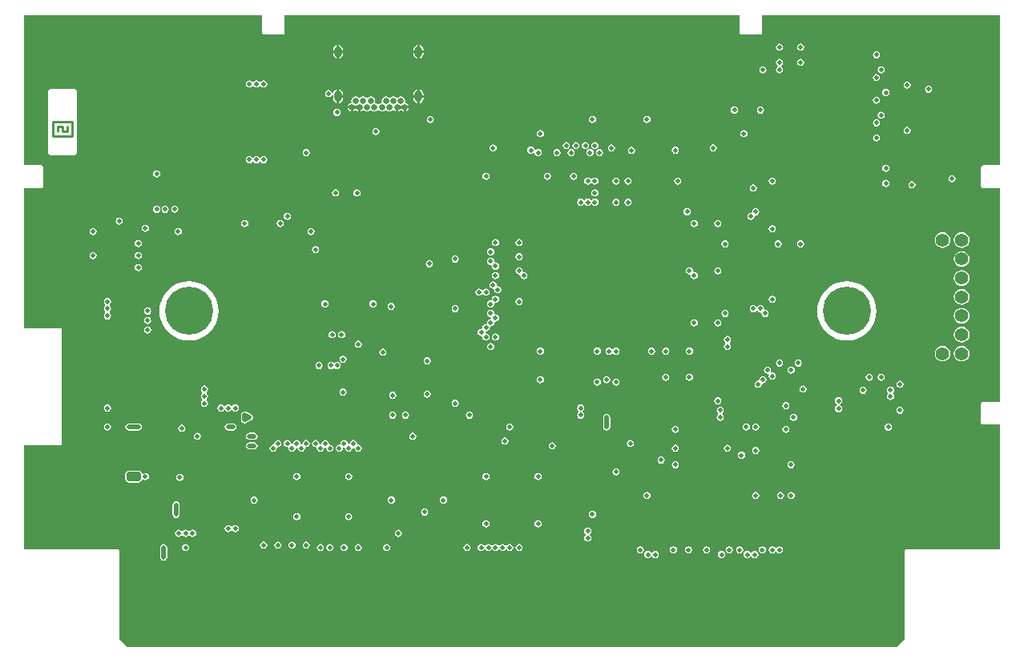
<source format=gbr>
%TF.GenerationSoftware,Altium Limited,Altium Designer,23.10.1 (27)*%
G04 Layer_Physical_Order=2*
G04 Layer_Color=36540*
%FSLAX45Y45*%
%MOMM*%
%TF.SameCoordinates,E65562DB-48BA-4528-A783-DBC4A45482EB*%
%TF.FilePolarity,Positive*%
%TF.FileFunction,Copper,L2,Inr,Signal*%
%TF.Part,Single*%
G01*
G75*
%TA.AperFunction,Conductor*%
%ADD12C,0.30000*%
%ADD45C,0.50000*%
%TA.AperFunction,NonConductor*%
%ADD54C,0.25000*%
%TA.AperFunction,WasherPad*%
%ADD57C,5.08000*%
%TA.AperFunction,ComponentPad*%
%ADD58C,0.65000*%
%ADD59O,0.80000X1.20000*%
%ADD60C,1.40000*%
%TA.AperFunction,ViaPad*%
%ADD61C,0.50000*%
G36*
X4156338Y1041463D02*
X3976801D01*
X3968970Y1039905D01*
X3962331Y1035470D01*
X3957896Y1028831D01*
X3956338Y1021000D01*
Y821000D01*
X3957896Y813169D01*
X3962331Y806530D01*
X3968970Y802094D01*
X3976801Y800537D01*
X4156338D01*
Y-1458537D01*
X3976801D01*
X3968970Y-1460095D01*
X3962331Y-1464530D01*
X3957896Y-1471169D01*
X3956338Y-1479000D01*
Y-1679000D01*
X3957896Y-1686831D01*
X3962331Y-1693470D01*
X3968970Y-1697905D01*
X3976801Y-1699463D01*
X4156338D01*
Y-3019537D01*
X3166801D01*
X3158970Y-3021095D01*
X3152332Y-3025530D01*
X3147896Y-3032169D01*
X3146338Y-3040000D01*
Y-3975325D01*
X3067126Y-4054537D01*
X-5065922D01*
X-5146336Y-3974123D01*
Y-3040000D01*
X-5147893Y-3032169D01*
X-5152329Y-3025530D01*
X-5158968Y-3021095D01*
X-5166799Y-3019537D01*
X-6152736D01*
Y-1920463D01*
X-5775000D01*
X-5767169Y-1918905D01*
X-5760531Y-1914470D01*
X-5756095Y-1907831D01*
X-5754537Y-1900000D01*
Y-700000D01*
X-5756095Y-692169D01*
X-5760531Y-685531D01*
X-5767169Y-681095D01*
X-5775000Y-679537D01*
X-6152736D01*
Y800537D01*
X-5973199D01*
X-5965368Y802094D01*
X-5958729Y806530D01*
X-5954293Y813169D01*
X-5952736Y821000D01*
Y1021000D01*
X-5954293Y1028831D01*
X-5958729Y1035470D01*
X-5965368Y1039905D01*
X-5973199Y1041463D01*
X-6152736D01*
Y2625537D01*
X-3643662D01*
Y2446000D01*
X-3642104Y2438169D01*
X-3637669Y2431530D01*
X-3631030Y2427094D01*
X-3623199Y2425537D01*
X-3423199D01*
X-3415368Y2427094D01*
X-3408729Y2431530D01*
X-3404293Y2438169D01*
X-3402736Y2446000D01*
Y2625537D01*
X1402736D01*
Y2446000D01*
X1404293Y2438169D01*
X1408729Y2431530D01*
X1415368Y2427094D01*
X1423199Y2425537D01*
X1623199D01*
X1631030Y2427094D01*
X1637669Y2431530D01*
X1642104Y2438169D01*
X1643662Y2446000D01*
Y2625537D01*
X4156338D01*
Y1041463D01*
D02*
G37*
%LPC*%
G36*
X-2825699Y2313542D02*
Y2255000D01*
X-2784670D01*
Y2262500D01*
X-2788745Y2282984D01*
X-2800348Y2300350D01*
X-2817714Y2311954D01*
X-2825699Y2313542D01*
D02*
G37*
G36*
X-1975700D02*
Y2255000D01*
X-1934671D01*
Y2262500D01*
X-1938745Y2282984D01*
X-1950349Y2300350D01*
X-1967715Y2311954D01*
X-1975700Y2313542D01*
D02*
G37*
G36*
X-2850699D02*
X-2858683Y2311954D01*
X-2876049Y2300350D01*
X-2887653Y2282984D01*
X-2891727Y2262500D01*
Y2255000D01*
X-2850699D01*
Y2313542D01*
D02*
G37*
G36*
X-2000699D02*
X-2008683Y2311954D01*
X-2026049Y2300350D01*
X-2037653Y2282984D01*
X-2041727Y2262500D01*
Y2255000D01*
X-2000699D01*
Y2313542D01*
D02*
G37*
G36*
X2050000Y2328184D02*
X2035388Y2325277D01*
X2023000Y2317000D01*
X2014723Y2304612D01*
X2011816Y2290000D01*
X2014723Y2275388D01*
X2023000Y2263000D01*
X2035388Y2254723D01*
X2050000Y2251816D01*
X2064613Y2254723D01*
X2077000Y2263000D01*
X2085278Y2275388D01*
X2088184Y2290000D01*
X2085278Y2304612D01*
X2077000Y2317000D01*
X2064613Y2325277D01*
X2050000Y2328184D01*
D02*
G37*
G36*
X1825000Y2328152D02*
X1810388Y2325245D01*
X1798000Y2316968D01*
X1789723Y2304580D01*
X1786817Y2289968D01*
X1789723Y2275355D01*
X1798000Y2262968D01*
X1810388Y2254690D01*
X1825000Y2251784D01*
X1839613Y2254690D01*
X1852000Y2262968D01*
X1860278Y2275355D01*
X1863184Y2289968D01*
X1860278Y2304580D01*
X1852000Y2316968D01*
X1839613Y2325245D01*
X1825000Y2328152D01*
D02*
G37*
G36*
X2850000Y2248184D02*
X2835388Y2245277D01*
X2823000Y2237000D01*
X2814723Y2224612D01*
X2811816Y2210000D01*
X2814723Y2195388D01*
X2823000Y2183000D01*
X2835388Y2174723D01*
X2850000Y2171816D01*
X2864612Y2174723D01*
X2877000Y2183000D01*
X2885277Y2195388D01*
X2888184Y2210000D01*
X2885277Y2224612D01*
X2877000Y2237000D01*
X2864612Y2245277D01*
X2850000Y2248184D01*
D02*
G37*
G36*
X-2000699Y2230000D02*
X-2041727D01*
Y2222500D01*
X-2037653Y2202016D01*
X-2026049Y2184650D01*
X-2008683Y2173046D01*
X-2000699Y2171458D01*
Y2230000D01*
D02*
G37*
G36*
X-2850699D02*
X-2891727D01*
Y2222500D01*
X-2887653Y2202016D01*
X-2876049Y2184650D01*
X-2858683Y2173046D01*
X-2850699Y2171458D01*
Y2230000D01*
D02*
G37*
G36*
X-1934671D02*
X-1975700D01*
Y2171458D01*
X-1967715Y2173046D01*
X-1950349Y2184650D01*
X-1938745Y2202016D01*
X-1934671Y2222500D01*
Y2230000D01*
D02*
G37*
G36*
X-2784670D02*
X-2825699D01*
Y2171458D01*
X-2817714Y2173046D01*
X-2800348Y2184650D01*
X-2788745Y2202016D01*
X-2784670Y2222500D01*
Y2230000D01*
D02*
G37*
G36*
X2050000Y2168184D02*
X2035388Y2165277D01*
X2023000Y2157000D01*
X2014723Y2144612D01*
X2011816Y2130000D01*
X2014723Y2115388D01*
X2023000Y2103000D01*
X2035388Y2094723D01*
X2050000Y2091816D01*
X2064613Y2094723D01*
X2077000Y2103000D01*
X2085278Y2115388D01*
X2088184Y2130000D01*
X2085278Y2144612D01*
X2077000Y2157000D01*
X2064613Y2165277D01*
X2050000Y2168184D01*
D02*
G37*
G36*
X1825000Y2168152D02*
X1810388Y2165245D01*
X1798000Y2156968D01*
X1789723Y2144580D01*
X1786817Y2129968D01*
X1789723Y2115355D01*
X1798000Y2102968D01*
X1806207Y2097485D01*
X1806578Y2096401D01*
X1806578Y2083567D01*
X1806207Y2082484D01*
X1798000Y2077000D01*
X1789723Y2064612D01*
X1786816Y2050000D01*
X1789723Y2035388D01*
X1798000Y2023000D01*
X1810388Y2014723D01*
X1825000Y2011816D01*
X1839612Y2014723D01*
X1852000Y2023000D01*
X1860277Y2035388D01*
X1863184Y2050000D01*
X1860277Y2064612D01*
X1852000Y2077000D01*
X1843794Y2082483D01*
X1843422Y2083567D01*
X1843423Y2096401D01*
X1843794Y2097484D01*
X1852000Y2102968D01*
X1860278Y2115355D01*
X1863184Y2129968D01*
X1860278Y2144580D01*
X1852000Y2156968D01*
X1839613Y2165245D01*
X1825000Y2168152D01*
D02*
G37*
G36*
X1650000Y2088184D02*
X1635388Y2085277D01*
X1623000Y2077000D01*
X1614723Y2064612D01*
X1611816Y2050000D01*
X1614723Y2035388D01*
X1623000Y2023000D01*
X1635388Y2014723D01*
X1650000Y2011816D01*
X1664612Y2014723D01*
X1677000Y2023000D01*
X1685277Y2035388D01*
X1688184Y2050000D01*
X1685277Y2064612D01*
X1677000Y2077000D01*
X1664612Y2085277D01*
X1650000Y2088184D01*
D02*
G37*
G36*
X2900000Y2088184D02*
X2885388Y2085277D01*
X2873000Y2077000D01*
X2864723Y2064612D01*
X2861816Y2050000D01*
X2864723Y2035387D01*
X2873000Y2023000D01*
X2885388Y2014722D01*
X2900000Y2011816D01*
X2914612Y2014722D01*
X2927000Y2023000D01*
X2935277Y2035387D01*
X2938184Y2050000D01*
X2935277Y2064612D01*
X2927000Y2077000D01*
X2914612Y2085277D01*
X2900000Y2088184D01*
D02*
G37*
G36*
X2850000Y2008184D02*
X2835388Y2005277D01*
X2823000Y1997000D01*
X2814723Y1984612D01*
X2811816Y1970000D01*
X2814723Y1955388D01*
X2823000Y1943000D01*
X2835388Y1934723D01*
X2850000Y1931816D01*
X2864612Y1934723D01*
X2877000Y1943000D01*
X2885277Y1955388D01*
X2888184Y1970000D01*
X2885277Y1984612D01*
X2877000Y1997000D01*
X2864612Y2005277D01*
X2850000Y2008184D01*
D02*
G37*
G36*
X-3625000Y1938184D02*
X-3639612Y1935277D01*
X-3652000Y1927000D01*
X-3654382Y1923436D01*
X-3670619D01*
X-3673000Y1927000D01*
X-3685388Y1935277D01*
X-3700000Y1938184D01*
X-3714612Y1935277D01*
X-3727000Y1927000D01*
X-3729382Y1923436D01*
X-3745618D01*
X-3748000Y1927000D01*
X-3760388Y1935277D01*
X-3775000Y1938184D01*
X-3789612Y1935277D01*
X-3802000Y1927000D01*
X-3810277Y1914612D01*
X-3813184Y1900000D01*
X-3810277Y1885388D01*
X-3802000Y1873000D01*
X-3789612Y1864723D01*
X-3775000Y1861816D01*
X-3760388Y1864723D01*
X-3748000Y1873000D01*
X-3745618Y1876564D01*
X-3729382D01*
X-3727000Y1873000D01*
X-3714612Y1864723D01*
X-3700000Y1861816D01*
X-3685388Y1864723D01*
X-3673000Y1873000D01*
X-3670619Y1876564D01*
X-3654382D01*
X-3652000Y1873000D01*
X-3639612Y1864723D01*
X-3625000Y1861816D01*
X-3610388Y1864723D01*
X-3598000Y1873000D01*
X-3589723Y1885388D01*
X-3586816Y1900000D01*
X-3589723Y1914612D01*
X-3598000Y1927000D01*
X-3610388Y1935277D01*
X-3625000Y1938184D01*
D02*
G37*
G36*
X3175000Y1928152D02*
X3160388Y1925245D01*
X3148000Y1916968D01*
X3139723Y1904580D01*
X3136816Y1889968D01*
X3139723Y1875355D01*
X3148000Y1862968D01*
X3160388Y1854690D01*
X3175000Y1851784D01*
X3189612Y1854690D01*
X3202000Y1862968D01*
X3210277Y1875355D01*
X3213184Y1889968D01*
X3210277Y1904580D01*
X3202000Y1916968D01*
X3189612Y1925245D01*
X3175000Y1928152D01*
D02*
G37*
G36*
X-5875000Y1850000D02*
X-5875000Y1849999D01*
X-5879973Y1849999D01*
X-5889161Y1846193D01*
X-5896194Y1839161D01*
X-5900000Y1829972D01*
X-5900000Y1825000D01*
X-5900000Y1175000D01*
X-5900000D01*
Y1170027D01*
X-5896194Y1160838D01*
X-5889161Y1153806D01*
X-5879973Y1150000D01*
X-5625000Y1150000D01*
X-5624999Y1150000D01*
X-5620026Y1150000D01*
X-5610838Y1153806D01*
X-5603806Y1160838D01*
X-5600000Y1170027D01*
X-5600000Y1174999D01*
X-5600000Y1824999D01*
X-5600000Y1825000D01*
X-5600000D01*
X-5599999Y1829972D01*
X-5603806Y1839161D01*
X-5610838Y1846194D01*
X-5620027Y1850000D01*
X-5625000Y1849999D01*
X-5875000Y1850000D01*
D02*
G37*
G36*
X-2850699Y1841042D02*
X-2858683Y1839454D01*
X-2876049Y1827850D01*
X-2887653Y1810484D01*
X-2887994Y1808767D01*
X-2901759D01*
X-2902922Y1814612D01*
X-2911199Y1827000D01*
X-2923586Y1835277D01*
X-2938199Y1838184D01*
X-2952811Y1835277D01*
X-2965199Y1827000D01*
X-2973476Y1814612D01*
X-2976383Y1800000D01*
X-2973476Y1785388D01*
X-2965199Y1773000D01*
X-2952811Y1764723D01*
X-2938199Y1761816D01*
X-2923586Y1764723D01*
X-2911199Y1773000D01*
X-2905227Y1781937D01*
X-2891727Y1777841D01*
Y1750000D01*
X-2887653Y1729516D01*
X-2876049Y1712150D01*
X-2858683Y1700546D01*
X-2850699Y1698958D01*
Y1770000D01*
Y1841042D01*
D02*
G37*
G36*
X3400000Y1883168D02*
X3385388Y1880261D01*
X3373000Y1871984D01*
X3364723Y1859596D01*
X3361816Y1844984D01*
X3364723Y1830371D01*
X3373000Y1817984D01*
X3385388Y1809707D01*
X3400000Y1806800D01*
X3414612Y1809707D01*
X3427000Y1817984D01*
X3435277Y1830371D01*
X3438184Y1844984D01*
X3435277Y1859596D01*
X3427000Y1871984D01*
X3414612Y1880261D01*
X3400000Y1883168D01*
D02*
G37*
G36*
X-2825699Y1841042D02*
Y1782500D01*
X-2784670D01*
Y1790000D01*
X-2788745Y1810484D01*
X-2800348Y1827850D01*
X-2817714Y1839454D01*
X-2825699Y1841042D01*
D02*
G37*
G36*
X-1975700D02*
Y1782500D01*
X-1934671D01*
Y1790000D01*
X-1938745Y1810484D01*
X-1950349Y1827850D01*
X-1967715Y1839454D01*
X-1975700Y1841042D01*
D02*
G37*
G36*
X-2000699D02*
X-2008683Y1839454D01*
X-2026049Y1827850D01*
X-2037653Y1810484D01*
X-2041727Y1790000D01*
Y1782500D01*
X-2000699D01*
Y1841042D01*
D02*
G37*
G36*
X2950000Y1848184D02*
X2935388Y1845277D01*
X2923000Y1837000D01*
X2914723Y1824612D01*
X2911816Y1810000D01*
X2914723Y1795388D01*
X2923000Y1783000D01*
X2935388Y1774723D01*
X2950000Y1771816D01*
X2964612Y1774723D01*
X2977000Y1783000D01*
X2985277Y1795388D01*
X2988184Y1810000D01*
X2985277Y1824612D01*
X2977000Y1837000D01*
X2964612Y1845277D01*
X2950000Y1848184D01*
D02*
G37*
G36*
X-2173199Y1770831D02*
X-2190737Y1767342D01*
X-2205606Y1757407D01*
X-2206448Y1756146D01*
X-2219949D01*
X-2220791Y1757407D01*
X-2235660Y1767342D01*
X-2253199Y1770831D01*
X-2270737Y1767342D01*
X-2285606Y1757407D01*
X-2286449Y1756146D01*
X-2299949D01*
X-2300791Y1757407D01*
X-2315660Y1767342D01*
X-2333199Y1770831D01*
X-2350737Y1767342D01*
X-2365606Y1757407D01*
X-2375541Y1742539D01*
X-2379030Y1725000D01*
X-2375541Y1707461D01*
X-2385687Y1698347D01*
X-2390738Y1697342D01*
X-2405606Y1687407D01*
X-2406449Y1686146D01*
X-2419949D01*
X-2420792Y1687407D01*
X-2435660Y1697342D01*
X-2440710Y1698347D01*
X-2450857Y1707461D01*
X-2447368Y1725000D01*
X-2450857Y1742539D01*
X-2460792Y1757407D01*
X-2475660Y1767342D01*
X-2493199Y1770831D01*
X-2510738Y1767342D01*
X-2525606Y1757407D01*
X-2526449Y1756146D01*
X-2539949D01*
X-2540792Y1757407D01*
X-2555660Y1767342D01*
X-2573199Y1770831D01*
X-2590738Y1767342D01*
X-2605606Y1757407D01*
X-2606449Y1756146D01*
X-2619949D01*
X-2620792Y1757407D01*
X-2635660Y1767342D01*
X-2653199Y1770831D01*
X-2670738Y1767342D01*
X-2685607Y1757407D01*
X-2695541Y1742539D01*
X-2699030Y1725000D01*
X-2696827Y1713925D01*
X-2703922Y1699992D01*
X-2705718Y1698392D01*
X-2710757Y1697389D01*
X-2725642Y1687443D01*
X-2735588Y1672558D01*
X-2736594Y1667500D01*
X-2693198D01*
Y1655000D01*
X-2680698D01*
Y1611605D01*
X-2675641Y1612611D01*
X-2660755Y1622557D01*
X-2659949Y1623764D01*
X-2646449D01*
X-2645642Y1622557D01*
X-2630757Y1612611D01*
X-2625699Y1611605D01*
Y1655000D01*
X-2600699D01*
Y1611605D01*
X-2595640Y1612611D01*
X-2581491Y1622065D01*
X-2577712Y1623808D01*
X-2566419D01*
X-2565607Y1622593D01*
X-2550738Y1612658D01*
X-2533199Y1609169D01*
X-2515660Y1612658D01*
X-2500792Y1622593D01*
X-2499949Y1623854D01*
X-2486449D01*
X-2485606Y1622593D01*
X-2470738Y1612658D01*
X-2453199Y1609169D01*
X-2435660Y1612658D01*
X-2420792Y1622593D01*
X-2419949Y1623854D01*
X-2406449D01*
X-2405606Y1622593D01*
X-2390738Y1612658D01*
X-2373199Y1609169D01*
X-2355660Y1612658D01*
X-2340792Y1622593D01*
X-2339949Y1623854D01*
X-2326449D01*
X-2325606Y1622593D01*
X-2310738Y1612658D01*
X-2293199Y1609169D01*
X-2275660Y1612658D01*
X-2260792Y1622593D01*
X-2259979Y1623809D01*
X-2248685D01*
X-2244907Y1622066D01*
X-2230757Y1612611D01*
X-2225698Y1611604D01*
Y1655000D01*
X-2200698D01*
Y1611605D01*
X-2195641Y1612611D01*
X-2181532Y1622038D01*
X-2177704Y1623764D01*
X-2168694D01*
X-2164866Y1622038D01*
X-2150757Y1612611D01*
X-2145699Y1611605D01*
Y1655000D01*
X-2133199D01*
Y1667500D01*
X-2089803D01*
X-2090809Y1672558D01*
X-2100755Y1687443D01*
X-2115640Y1697389D01*
X-2120680Y1698392D01*
X-2122475Y1699992D01*
X-2129571Y1713925D01*
X-2127368Y1725000D01*
X-2130857Y1742539D01*
X-2140791Y1757407D01*
X-2155660Y1767342D01*
X-2173199Y1770831D01*
D02*
G37*
G36*
X-2000699Y1757500D02*
X-2041727D01*
Y1750000D01*
X-2037653Y1729516D01*
X-2026049Y1712150D01*
X-2008683Y1700546D01*
X-2000699Y1698958D01*
Y1757500D01*
D02*
G37*
G36*
X-1934671D02*
X-1975700D01*
Y1698958D01*
X-1967715Y1700546D01*
X-1950349Y1712150D01*
X-1938745Y1729516D01*
X-1934671Y1750000D01*
Y1757500D01*
D02*
G37*
G36*
X-2784670D02*
X-2825699D01*
Y1698958D01*
X-2817714Y1700546D01*
X-2800348Y1712150D01*
X-2788745Y1729516D01*
X-2784670Y1750000D01*
Y1757500D01*
D02*
G37*
G36*
X2850000Y1768184D02*
X2835387Y1765277D01*
X2823000Y1757000D01*
X2814722Y1744612D01*
X2811816Y1730000D01*
X2814722Y1715388D01*
X2823000Y1703000D01*
X2835387Y1694723D01*
X2850000Y1691816D01*
X2864612Y1694723D01*
X2877000Y1703000D01*
X2885277Y1715388D01*
X2888183Y1730000D01*
X2885277Y1744612D01*
X2877000Y1757000D01*
X2864612Y1765277D01*
X2850000Y1768184D01*
D02*
G37*
G36*
X-2089803Y1642500D02*
X-2120699D01*
Y1611605D01*
X-2115640Y1612611D01*
X-2100755Y1622557D01*
X-2090809Y1637442D01*
X-2089803Y1642500D01*
D02*
G37*
G36*
X-2705698D02*
X-2736594D01*
X-2735588Y1637442D01*
X-2725642Y1622557D01*
X-2710757Y1612611D01*
X-2705698Y1611604D01*
Y1642500D01*
D02*
G37*
G36*
X1625000Y1663184D02*
X1610388Y1660277D01*
X1598000Y1652000D01*
X1589723Y1639612D01*
X1586816Y1625000D01*
X1589723Y1610388D01*
X1598000Y1598000D01*
X1610388Y1589723D01*
X1625000Y1586816D01*
X1639612Y1589723D01*
X1652000Y1598000D01*
X1660277Y1610388D01*
X1663184Y1625000D01*
X1660277Y1639612D01*
X1652000Y1652000D01*
X1639612Y1660277D01*
X1625000Y1663184D01*
D02*
G37*
G36*
X1350000D02*
X1335388Y1660277D01*
X1323000Y1652000D01*
X1314723Y1639612D01*
X1311816Y1625000D01*
X1314723Y1610388D01*
X1323000Y1598000D01*
X1335388Y1589723D01*
X1350000Y1586816D01*
X1364612Y1589723D01*
X1377000Y1598000D01*
X1385277Y1610388D01*
X1388184Y1625000D01*
X1385277Y1639612D01*
X1377000Y1652000D01*
X1364612Y1660277D01*
X1350000Y1663184D01*
D02*
G37*
G36*
X-2850000Y1638184D02*
X-2864612Y1635277D01*
X-2877000Y1627000D01*
X-2885277Y1614612D01*
X-2888184Y1600000D01*
X-2885277Y1585388D01*
X-2877000Y1573000D01*
X-2864612Y1564723D01*
X-2850000Y1561816D01*
X-2835388Y1564723D01*
X-2823000Y1573000D01*
X-2814723Y1585388D01*
X-2811816Y1600000D01*
X-2814723Y1614612D01*
X-2823000Y1627000D01*
X-2835388Y1635277D01*
X-2850000Y1638184D01*
D02*
G37*
G36*
X2900000Y1608184D02*
X2885388Y1605277D01*
X2873000Y1597000D01*
X2864723Y1584612D01*
X2861816Y1570000D01*
X2864723Y1555388D01*
X2873000Y1543000D01*
X2885388Y1534723D01*
X2900000Y1531816D01*
X2914612Y1534723D01*
X2927000Y1543000D01*
X2935277Y1555388D01*
X2938184Y1570000D01*
X2935277Y1584612D01*
X2927000Y1597000D01*
X2914612Y1605277D01*
X2900000Y1608184D01*
D02*
G37*
G36*
X425000Y1563184D02*
X410388Y1560277D01*
X398000Y1552000D01*
X389723Y1539612D01*
X386816Y1525000D01*
X389723Y1510388D01*
X398000Y1498000D01*
X410388Y1489723D01*
X425000Y1486816D01*
X439612Y1489723D01*
X452000Y1498000D01*
X460277Y1510388D01*
X463184Y1525000D01*
X460277Y1539612D01*
X452000Y1552000D01*
X439612Y1560277D01*
X425000Y1563184D01*
D02*
G37*
G36*
X-150000D02*
X-164612Y1560277D01*
X-177000Y1552000D01*
X-185277Y1539612D01*
X-188184Y1525000D01*
X-185277Y1510388D01*
X-177000Y1498000D01*
X-164612Y1489723D01*
X-150000Y1486816D01*
X-135388Y1489723D01*
X-123000Y1498000D01*
X-114723Y1510388D01*
X-111816Y1525000D01*
X-114723Y1539612D01*
X-123000Y1552000D01*
X-135388Y1560277D01*
X-150000Y1563184D01*
D02*
G37*
G36*
X-1863199D02*
X-1877811Y1560277D01*
X-1890199Y1552000D01*
X-1898476Y1539612D01*
X-1901383Y1525000D01*
X-1898476Y1510388D01*
X-1890199Y1498000D01*
X-1877811Y1489723D01*
X-1863199Y1486816D01*
X-1848587Y1489723D01*
X-1836199Y1498000D01*
X-1827922Y1510388D01*
X-1825015Y1525000D01*
X-1827922Y1539612D01*
X-1836199Y1552000D01*
X-1848587Y1560277D01*
X-1863199Y1563184D01*
D02*
G37*
G36*
X2850000Y1528184D02*
X2835388Y1525277D01*
X2823000Y1517000D01*
X2814723Y1504612D01*
X2811816Y1490000D01*
X2814723Y1475388D01*
X2823000Y1463000D01*
X2835388Y1454723D01*
X2850000Y1451816D01*
X2864612Y1454723D01*
X2877000Y1463000D01*
X2885277Y1475388D01*
X2888184Y1490000D01*
X2885277Y1504612D01*
X2877000Y1517000D01*
X2864612Y1525277D01*
X2850000Y1528184D01*
D02*
G37*
G36*
X3175000Y1448184D02*
X3160388Y1445277D01*
X3148000Y1437000D01*
X3139723Y1424612D01*
X3136816Y1410000D01*
X3139723Y1395388D01*
X3148000Y1383000D01*
X3160388Y1374723D01*
X3175000Y1371816D01*
X3189612Y1374723D01*
X3202000Y1383000D01*
X3210277Y1395388D01*
X3213184Y1410000D01*
X3210277Y1424612D01*
X3202000Y1437000D01*
X3189612Y1445277D01*
X3175000Y1448184D01*
D02*
G37*
G36*
X-2438199Y1438184D02*
X-2452811Y1435277D01*
X-2465199Y1427000D01*
X-2473476Y1414612D01*
X-2476383Y1400000D01*
X-2473476Y1385388D01*
X-2465199Y1373000D01*
X-2452811Y1364723D01*
X-2438199Y1361816D01*
X-2423586Y1364723D01*
X-2411199Y1373000D01*
X-2402922Y1385388D01*
X-2400015Y1400000D01*
X-2402922Y1414612D01*
X-2411199Y1427000D01*
X-2423586Y1435277D01*
X-2438199Y1438184D01*
D02*
G37*
G36*
X1450000Y1413184D02*
X1435388Y1410277D01*
X1423000Y1402000D01*
X1414723Y1389612D01*
X1411816Y1375000D01*
X1414723Y1360388D01*
X1423000Y1348000D01*
X1435388Y1339723D01*
X1450000Y1336816D01*
X1464612Y1339723D01*
X1477000Y1348000D01*
X1485277Y1360388D01*
X1488184Y1375000D01*
X1485277Y1389612D01*
X1477000Y1402000D01*
X1464612Y1410277D01*
X1450000Y1413184D01*
D02*
G37*
G36*
X-700000Y1413184D02*
X-714612Y1410277D01*
X-727000Y1402000D01*
X-735277Y1389612D01*
X-738184Y1375000D01*
X-735277Y1360387D01*
X-727000Y1348000D01*
X-714612Y1339722D01*
X-700000Y1336816D01*
X-685388Y1339722D01*
X-673000Y1348000D01*
X-664723Y1360387D01*
X-661816Y1375000D01*
X-664723Y1389612D01*
X-673000Y1402000D01*
X-685388Y1410277D01*
X-700000Y1413184D01*
D02*
G37*
G36*
X2850000Y1368184D02*
X2835388Y1365277D01*
X2823000Y1357000D01*
X2814723Y1344612D01*
X2811816Y1330000D01*
X2814723Y1315388D01*
X2823000Y1303000D01*
X2835388Y1294723D01*
X2850000Y1291816D01*
X2864612Y1294723D01*
X2877000Y1303000D01*
X2885277Y1315388D01*
X2888184Y1330000D01*
X2885277Y1344612D01*
X2877000Y1357000D01*
X2864612Y1365277D01*
X2850000Y1368184D01*
D02*
G37*
G36*
X-125000Y1288184D02*
X-139613Y1285277D01*
X-152000Y1277000D01*
X-160278Y1264612D01*
X-163184Y1250000D01*
X-160278Y1235387D01*
X-152000Y1223000D01*
X-139613Y1214722D01*
X-125000Y1211816D01*
X-110388Y1214722D01*
X-98000Y1223000D01*
X-89723Y1235387D01*
X-86816Y1250000D01*
X-89723Y1264612D01*
X-98000Y1277000D01*
X-110388Y1285277D01*
X-125000Y1288184D01*
D02*
G37*
G36*
X-225000D02*
X-239612Y1285277D01*
X-252000Y1277000D01*
X-260277Y1264612D01*
X-263184Y1250000D01*
X-260277Y1235387D01*
X-252000Y1223000D01*
X-239612Y1214722D01*
X-225000Y1211816D01*
X-210388Y1214722D01*
X-198000Y1223000D01*
X-189723Y1235387D01*
X-186816Y1250000D01*
X-189723Y1264612D01*
X-198000Y1277000D01*
X-210388Y1285277D01*
X-225000Y1288184D01*
D02*
G37*
G36*
X-325000D02*
X-339612Y1285277D01*
X-352000Y1277000D01*
X-360277Y1264612D01*
X-363184Y1250000D01*
X-360277Y1235387D01*
X-352000Y1223000D01*
X-339612Y1214722D01*
X-325000Y1211816D01*
X-310388Y1214722D01*
X-298000Y1223000D01*
X-289723Y1235387D01*
X-286816Y1250000D01*
X-289723Y1264612D01*
X-298000Y1277000D01*
X-310388Y1285277D01*
X-325000Y1288184D01*
D02*
G37*
G36*
X-425000D02*
X-439613Y1285277D01*
X-452000Y1277000D01*
X-460278Y1264612D01*
X-463184Y1250000D01*
X-460278Y1235387D01*
X-452000Y1223000D01*
X-439613Y1214722D01*
X-425000Y1211816D01*
X-410388Y1214722D01*
X-398000Y1223000D01*
X-389723Y1235387D01*
X-386817Y1250000D01*
X-389723Y1264612D01*
X-398000Y1277000D01*
X-410388Y1285277D01*
X-425000Y1288184D01*
D02*
G37*
G36*
X1125000Y1263184D02*
X1110388Y1260277D01*
X1098000Y1252000D01*
X1089723Y1239612D01*
X1086816Y1225000D01*
X1089723Y1210388D01*
X1098000Y1198000D01*
X1110388Y1189723D01*
X1125000Y1186816D01*
X1139612Y1189723D01*
X1152000Y1198000D01*
X1160277Y1210388D01*
X1163184Y1225000D01*
X1160277Y1239612D01*
X1152000Y1252000D01*
X1139612Y1260277D01*
X1125000Y1263184D01*
D02*
G37*
G36*
X50000Y1263184D02*
X35388Y1260277D01*
X23000Y1252000D01*
X14723Y1239612D01*
X11816Y1225000D01*
X14723Y1210387D01*
X23000Y1198000D01*
X35388Y1189723D01*
X50000Y1186816D01*
X64612Y1189723D01*
X77000Y1198000D01*
X85277Y1210387D01*
X88184Y1225000D01*
X85277Y1239612D01*
X77000Y1252000D01*
X64612Y1260277D01*
X50000Y1263184D01*
D02*
G37*
G36*
X-1200000D02*
X-1214613Y1260277D01*
X-1227000Y1252000D01*
X-1235277Y1239612D01*
X-1238184Y1225000D01*
X-1235277Y1210387D01*
X-1227000Y1198000D01*
X-1214613Y1189723D01*
X-1200000Y1186816D01*
X-1185388Y1189723D01*
X-1173000Y1198000D01*
X-1164723Y1210387D01*
X-1161816Y1225000D01*
X-1164723Y1239612D01*
X-1173000Y1252000D01*
X-1185388Y1260277D01*
X-1200000Y1263184D01*
D02*
G37*
G36*
X725000Y1238184D02*
X710388Y1235277D01*
X698000Y1227000D01*
X689723Y1214612D01*
X686816Y1200000D01*
X689723Y1185388D01*
X698000Y1173000D01*
X710388Y1164723D01*
X725000Y1161816D01*
X739612Y1164723D01*
X752000Y1173000D01*
X760277Y1185388D01*
X763184Y1200000D01*
X760277Y1214612D01*
X752000Y1227000D01*
X739612Y1235277D01*
X725000Y1238184D01*
D02*
G37*
G36*
X262500Y1235684D02*
X247887Y1232777D01*
X235500Y1224500D01*
X227223Y1212112D01*
X224316Y1197500D01*
X227223Y1182887D01*
X235500Y1170500D01*
X247887Y1162222D01*
X262500Y1159316D01*
X277112Y1162222D01*
X289500Y1170500D01*
X297777Y1182887D01*
X300684Y1197500D01*
X297777Y1212112D01*
X289500Y1224500D01*
X277112Y1232777D01*
X262500Y1235684D01*
D02*
G37*
G36*
X-3175016Y1213200D02*
X-3189628Y1210293D01*
X-3202016Y1202016D01*
X-3210293Y1189628D01*
X-3213200Y1175016D01*
X-3210293Y1160404D01*
X-3202016Y1148016D01*
X-3189628Y1139739D01*
X-3175016Y1136832D01*
X-3160404Y1139739D01*
X-3148016Y1148016D01*
X-3139739Y1160404D01*
X-3136832Y1175016D01*
X-3139739Y1189628D01*
X-3148016Y1202016D01*
X-3160404Y1210293D01*
X-3175016Y1213200D01*
D02*
G37*
G36*
X-175000Y1213184D02*
X-189612Y1210277D01*
X-202000Y1202000D01*
X-210277Y1189612D01*
X-213184Y1175000D01*
X-210277Y1160388D01*
X-202000Y1148000D01*
X-189612Y1139723D01*
X-175000Y1136816D01*
X-160388Y1139723D01*
X-148000Y1148000D01*
X-139723Y1160388D01*
X-136816Y1175000D01*
X-139723Y1189612D01*
X-148000Y1202000D01*
X-160388Y1210277D01*
X-175000Y1213184D01*
D02*
G37*
G36*
X-75000Y1213184D02*
X-89612Y1210277D01*
X-102000Y1202000D01*
X-110277Y1189612D01*
X-113184Y1175000D01*
X-110277Y1160387D01*
X-102000Y1148000D01*
X-89612Y1139722D01*
X-75000Y1136816D01*
X-60388Y1139722D01*
X-48000Y1148000D01*
X-39723Y1160387D01*
X-36816Y1175000D01*
X-39723Y1189612D01*
X-48000Y1202000D01*
X-60388Y1210277D01*
X-75000Y1213184D01*
D02*
G37*
G36*
X-375000D02*
X-389612Y1210277D01*
X-402000Y1202000D01*
X-410277Y1189612D01*
X-413184Y1175000D01*
X-410277Y1160387D01*
X-402000Y1148000D01*
X-389612Y1139722D01*
X-375000Y1136816D01*
X-360388Y1139722D01*
X-348000Y1148000D01*
X-339723Y1160387D01*
X-336816Y1175000D01*
X-339723Y1189612D01*
X-348000Y1202000D01*
X-360388Y1210277D01*
X-375000Y1213184D01*
D02*
G37*
G36*
X-525000D02*
X-539613Y1210277D01*
X-552000Y1202000D01*
X-560278Y1189612D01*
X-563184Y1175000D01*
X-560278Y1160387D01*
X-552000Y1148000D01*
X-539613Y1139722D01*
X-525000Y1136816D01*
X-510388Y1139722D01*
X-498000Y1148000D01*
X-489723Y1160387D01*
X-486816Y1175000D01*
X-489723Y1189612D01*
X-498000Y1202000D01*
X-510388Y1210277D01*
X-525000Y1213184D01*
D02*
G37*
G36*
X-800000Y1238184D02*
X-814612Y1235277D01*
X-827000Y1227000D01*
X-835277Y1214612D01*
X-838184Y1200000D01*
X-835277Y1185388D01*
X-827000Y1173000D01*
X-814612Y1164723D01*
X-800000Y1161816D01*
X-785388Y1164723D01*
X-776134Y1170906D01*
X-765158Y1168302D01*
X-761405Y1166054D01*
X-760277Y1160387D01*
X-752000Y1148000D01*
X-739612Y1139722D01*
X-725000Y1136816D01*
X-710388Y1139722D01*
X-698000Y1148000D01*
X-689723Y1160387D01*
X-686816Y1175000D01*
X-689723Y1189612D01*
X-698000Y1202000D01*
X-710388Y1210277D01*
X-725000Y1213184D01*
X-739612Y1210277D01*
X-748866Y1204094D01*
X-759842Y1206697D01*
X-763595Y1208946D01*
X-764723Y1214612D01*
X-773000Y1227000D01*
X-785388Y1235277D01*
X-800000Y1238184D01*
D02*
G37*
G36*
X-3625000Y1138184D02*
X-3639612Y1135277D01*
X-3652000Y1127000D01*
X-3654382Y1123436D01*
X-3670619D01*
X-3673000Y1127000D01*
X-3685388Y1135277D01*
X-3700000Y1138184D01*
X-3714612Y1135277D01*
X-3727000Y1127000D01*
X-3729382Y1123436D01*
X-3745618D01*
X-3748000Y1127000D01*
X-3760388Y1135277D01*
X-3775000Y1138184D01*
X-3789612Y1135277D01*
X-3802000Y1127000D01*
X-3810277Y1114612D01*
X-3813184Y1100000D01*
X-3810277Y1085388D01*
X-3802000Y1073000D01*
X-3789612Y1064723D01*
X-3775000Y1061816D01*
X-3760388Y1064723D01*
X-3748000Y1073000D01*
X-3745618Y1076565D01*
X-3729382D01*
X-3727000Y1073000D01*
X-3714612Y1064723D01*
X-3700000Y1061816D01*
X-3685388Y1064723D01*
X-3673000Y1073000D01*
X-3670619Y1076564D01*
X-3654382D01*
X-3652000Y1073000D01*
X-3639612Y1064723D01*
X-3625000Y1061816D01*
X-3610388Y1064723D01*
X-3598000Y1073000D01*
X-3589723Y1085388D01*
X-3586816Y1100000D01*
X-3589723Y1114612D01*
X-3598000Y1127000D01*
X-3610388Y1135277D01*
X-3625000Y1138184D01*
D02*
G37*
G36*
X2950000Y1048184D02*
X2935388Y1045277D01*
X2923000Y1037000D01*
X2914723Y1024612D01*
X2911816Y1010000D01*
X2914723Y995387D01*
X2923000Y983000D01*
X2935388Y974722D01*
X2950000Y971816D01*
X2964612Y974722D01*
X2977000Y983000D01*
X2985277Y995387D01*
X2988184Y1010000D01*
X2985277Y1024612D01*
X2977000Y1037000D01*
X2964612Y1045277D01*
X2950000Y1048184D01*
D02*
G37*
G36*
X-4755000Y988184D02*
X-4769613Y985277D01*
X-4782000Y977000D01*
X-4790277Y964612D01*
X-4793184Y950000D01*
X-4790277Y935388D01*
X-4782000Y923000D01*
X-4769613Y914723D01*
X-4755000Y911816D01*
X-4740388Y914723D01*
X-4728000Y923000D01*
X-4719723Y935388D01*
X-4716816Y950000D01*
X-4719723Y964612D01*
X-4728000Y977000D01*
X-4740388Y985277D01*
X-4755000Y988184D01*
D02*
G37*
G36*
X-125000Y913184D02*
X-139612Y910277D01*
X-152000Y902000D01*
X-154382Y898436D01*
X-170618D01*
X-173000Y902000D01*
X-185388Y910277D01*
X-200000Y913184D01*
X-214612Y910277D01*
X-227000Y902000D01*
X-235277Y889612D01*
X-238184Y875000D01*
X-235277Y860388D01*
X-227000Y848000D01*
X-214612Y839723D01*
X-200000Y836816D01*
X-185388Y839723D01*
X-173000Y848000D01*
X-170618Y851564D01*
X-154382D01*
X-152000Y848000D01*
X-139612Y839723D01*
X-125000Y836816D01*
X-110388Y839723D01*
X-98000Y848000D01*
X-89723Y860388D01*
X-86816Y875000D01*
X-89723Y889612D01*
X-98000Y902000D01*
X-110388Y910277D01*
X-125000Y913184D01*
D02*
G37*
G36*
X-350000Y963184D02*
X-364612Y960277D01*
X-377000Y952000D01*
X-385277Y939612D01*
X-388184Y925000D01*
X-385277Y910388D01*
X-377000Y898000D01*
X-364612Y889723D01*
X-350000Y886816D01*
X-335388Y889723D01*
X-323000Y898000D01*
X-314723Y910388D01*
X-311816Y925000D01*
X-314723Y939612D01*
X-323000Y952000D01*
X-335388Y960277D01*
X-350000Y963184D01*
D02*
G37*
G36*
X-625000D02*
X-639612Y960277D01*
X-652000Y952000D01*
X-660277Y939612D01*
X-663184Y925000D01*
X-660277Y910388D01*
X-652000Y898000D01*
X-639612Y889723D01*
X-625000Y886816D01*
X-610388Y889723D01*
X-598000Y898000D01*
X-589723Y910388D01*
X-586816Y925000D01*
X-589723Y939612D01*
X-598000Y952000D01*
X-610388Y960277D01*
X-625000Y963184D01*
D02*
G37*
G36*
X-1275000D02*
X-1289612Y960277D01*
X-1302000Y952000D01*
X-1310277Y939612D01*
X-1313184Y925000D01*
X-1310277Y910388D01*
X-1302000Y898000D01*
X-1289612Y889723D01*
X-1275000Y886816D01*
X-1260388Y889723D01*
X-1248000Y898000D01*
X-1239723Y910388D01*
X-1236816Y925000D01*
X-1239723Y939612D01*
X-1248000Y952000D01*
X-1260388Y960277D01*
X-1275000Y963184D01*
D02*
G37*
G36*
X3650000Y938184D02*
X3635387Y935277D01*
X3623000Y927000D01*
X3614723Y914612D01*
X3611816Y900000D01*
X3614723Y885388D01*
X3623000Y873000D01*
X3635387Y864723D01*
X3650000Y861816D01*
X3664612Y864723D01*
X3677000Y873000D01*
X3685277Y885388D01*
X3688184Y900000D01*
X3685277Y914612D01*
X3677000Y927000D01*
X3664612Y935277D01*
X3650000Y938184D01*
D02*
G37*
G36*
X1750000Y913184D02*
X1735388Y910277D01*
X1723000Y902000D01*
X1714723Y889612D01*
X1711816Y875000D01*
X1714723Y860388D01*
X1723000Y848000D01*
X1735388Y839723D01*
X1750000Y836816D01*
X1764612Y839723D01*
X1777000Y848000D01*
X1785277Y860388D01*
X1788184Y875000D01*
X1785277Y889612D01*
X1777000Y902000D01*
X1764612Y910277D01*
X1750000Y913184D01*
D02*
G37*
G36*
X750000D02*
X735388Y910277D01*
X723000Y902000D01*
X714723Y889612D01*
X711816Y875000D01*
X714723Y860388D01*
X723000Y848000D01*
X735388Y839723D01*
X750000Y836816D01*
X764612Y839723D01*
X777000Y848000D01*
X785277Y860388D01*
X788184Y875000D01*
X785277Y889612D01*
X777000Y902000D01*
X764612Y910277D01*
X750000Y913184D01*
D02*
G37*
G36*
X225000D02*
X210388Y910277D01*
X198000Y902000D01*
X189723Y889612D01*
X186816Y875000D01*
X189723Y860388D01*
X198000Y848000D01*
X210388Y839723D01*
X225000Y836816D01*
X239612Y839723D01*
X252000Y848000D01*
X260277Y860388D01*
X263184Y875000D01*
X260277Y889612D01*
X252000Y902000D01*
X239612Y910277D01*
X225000Y913184D01*
D02*
G37*
G36*
X100000D02*
X85388Y910277D01*
X73000Y902000D01*
X64723Y889612D01*
X61816Y875000D01*
X64723Y860388D01*
X73000Y848000D01*
X85388Y839723D01*
X100000Y836816D01*
X114612Y839723D01*
X127000Y848000D01*
X135277Y860388D01*
X138184Y875000D01*
X135277Y889612D01*
X127000Y902000D01*
X114612Y910277D01*
X100000Y913184D01*
D02*
G37*
G36*
X2950000Y888184D02*
X2935388Y885277D01*
X2923000Y877000D01*
X2914723Y864612D01*
X2911816Y850000D01*
X2914723Y835388D01*
X2923000Y823000D01*
X2935388Y814723D01*
X2950000Y811816D01*
X2964612Y814723D01*
X2977000Y823000D01*
X2985277Y835388D01*
X2988184Y850000D01*
X2985277Y864612D01*
X2977000Y877000D01*
X2964612Y885277D01*
X2950000Y888184D01*
D02*
G37*
G36*
X3224984Y873184D02*
X3210371Y870277D01*
X3197984Y862000D01*
X3189706Y849612D01*
X3186800Y835000D01*
X3189706Y820387D01*
X3197984Y808000D01*
X3210371Y799723D01*
X3224984Y796816D01*
X3239596Y799723D01*
X3251984Y808000D01*
X3260261Y820387D01*
X3263167Y835000D01*
X3260261Y849612D01*
X3251984Y862000D01*
X3239596Y870277D01*
X3224984Y873184D01*
D02*
G37*
G36*
X1550000Y838184D02*
X1535388Y835277D01*
X1523000Y827000D01*
X1514723Y814612D01*
X1511816Y800000D01*
X1514723Y785388D01*
X1523000Y773000D01*
X1535388Y764723D01*
X1550000Y761816D01*
X1564612Y764723D01*
X1577000Y773000D01*
X1585277Y785388D01*
X1588184Y800000D01*
X1585277Y814612D01*
X1577000Y827000D01*
X1564612Y835277D01*
X1550000Y838184D01*
D02*
G37*
G36*
X-125000Y788184D02*
X-139612Y785277D01*
X-152000Y777000D01*
X-160277Y764612D01*
X-163184Y750000D01*
X-160277Y735388D01*
X-152000Y723000D01*
X-139612Y714723D01*
X-125000Y711816D01*
X-110388Y714723D01*
X-98000Y723000D01*
X-89723Y735388D01*
X-86816Y750000D01*
X-89723Y764612D01*
X-98000Y777000D01*
X-110388Y785277D01*
X-125000Y788184D01*
D02*
G37*
G36*
X-2638199D02*
X-2652811Y785277D01*
X-2665199Y777000D01*
X-2673476Y764612D01*
X-2676383Y750000D01*
X-2673476Y735388D01*
X-2665199Y723000D01*
X-2652811Y714723D01*
X-2638199Y711816D01*
X-2623587Y714723D01*
X-2611199Y723000D01*
X-2602922Y735388D01*
X-2600015Y750000D01*
X-2602922Y764612D01*
X-2611199Y777000D01*
X-2623587Y785277D01*
X-2638199Y788184D01*
D02*
G37*
G36*
X-2863199D02*
X-2877811Y785277D01*
X-2890199Y777000D01*
X-2898476Y764612D01*
X-2901383Y750000D01*
X-2898476Y735388D01*
X-2890199Y723000D01*
X-2877811Y714723D01*
X-2863199Y711816D01*
X-2848587Y714723D01*
X-2836199Y723000D01*
X-2827922Y735388D01*
X-2825015Y750000D01*
X-2827922Y764612D01*
X-2836199Y777000D01*
X-2848587Y785277D01*
X-2863199Y788184D01*
D02*
G37*
G36*
X-125000Y688184D02*
X-139612Y685277D01*
X-152000Y677000D01*
X-154382Y673436D01*
X-170618D01*
X-173000Y677000D01*
X-185388Y685277D01*
X-200000Y688184D01*
X-214612Y685277D01*
X-227000Y677000D01*
X-229382Y673436D01*
X-245619D01*
X-248000Y677000D01*
X-260388Y685277D01*
X-275000Y688184D01*
X-289612Y685277D01*
X-302000Y677000D01*
X-310277Y664612D01*
X-313184Y650000D01*
X-310277Y635388D01*
X-302000Y623000D01*
X-289612Y614723D01*
X-275000Y611816D01*
X-260388Y614723D01*
X-248000Y623000D01*
X-245619Y626564D01*
X-229382D01*
X-227000Y623000D01*
X-214612Y614723D01*
X-200000Y611816D01*
X-185388Y614723D01*
X-173000Y623000D01*
X-170618Y626564D01*
X-154382D01*
X-152000Y623000D01*
X-139612Y614723D01*
X-125000Y611816D01*
X-110388Y614723D01*
X-98000Y623000D01*
X-89723Y635388D01*
X-86816Y650000D01*
X-89723Y664612D01*
X-98000Y677000D01*
X-110388Y685277D01*
X-125000Y688184D01*
D02*
G37*
G36*
X225000D02*
X210388Y685277D01*
X198000Y677000D01*
X189723Y664612D01*
X186816Y650000D01*
X189723Y635388D01*
X198000Y623000D01*
X210388Y614723D01*
X225000Y611816D01*
X239612Y614723D01*
X252000Y623000D01*
X260277Y635388D01*
X263184Y650000D01*
X260277Y664612D01*
X252000Y677000D01*
X239612Y685277D01*
X225000Y688184D01*
D02*
G37*
G36*
X100000D02*
X85388Y685277D01*
X73000Y677000D01*
X64723Y664612D01*
X61816Y650000D01*
X64723Y635388D01*
X73000Y623000D01*
X85388Y614723D01*
X100000Y611816D01*
X114612Y614723D01*
X127000Y623000D01*
X135277Y635388D01*
X138184Y650000D01*
X135277Y664612D01*
X127000Y677000D01*
X114612Y685277D01*
X100000Y688184D01*
D02*
G37*
G36*
X-4563199Y614985D02*
X-4577811Y612079D01*
X-4590199Y603801D01*
X-4598476Y591414D01*
X-4601383Y576801D01*
X-4598476Y562189D01*
X-4590199Y549801D01*
X-4577811Y541524D01*
X-4563199Y538617D01*
X-4548587Y541524D01*
X-4536199Y549801D01*
X-4527922Y562189D01*
X-4525015Y576801D01*
X-4527922Y591414D01*
X-4536199Y603801D01*
X-4548587Y612079D01*
X-4563199Y614985D01*
D02*
G37*
G36*
X1575000Y588184D02*
X1560388Y585277D01*
X1548000Y577000D01*
X1539723Y564612D01*
X1536816Y550000D01*
X1536899Y549582D01*
X1525418Y538101D01*
X1525000Y538184D01*
X1510388Y535277D01*
X1498000Y527000D01*
X1489723Y514612D01*
X1486816Y500000D01*
X1489723Y485388D01*
X1498000Y473000D01*
X1510388Y464723D01*
X1525000Y461816D01*
X1539612Y464723D01*
X1552000Y473000D01*
X1560277Y485388D01*
X1563184Y500000D01*
X1563101Y500418D01*
X1574582Y511899D01*
X1575000Y511816D01*
X1589612Y514723D01*
X1602000Y523000D01*
X1610277Y535388D01*
X1613184Y550000D01*
X1610277Y564612D01*
X1602000Y577000D01*
X1589612Y585277D01*
X1575000Y588184D01*
D02*
G37*
G36*
X-4665000Y613184D02*
X-4679612Y610277D01*
X-4692000Y602000D01*
X-4700277Y589612D01*
X-4703184Y575000D01*
X-4700277Y560388D01*
X-4692000Y548000D01*
X-4679612Y539723D01*
X-4665000Y536816D01*
X-4650388Y539723D01*
X-4638000Y548000D01*
X-4629723Y560388D01*
X-4626816Y575000D01*
X-4629723Y589612D01*
X-4638000Y602000D01*
X-4650388Y610277D01*
X-4665000Y613184D01*
D02*
G37*
G36*
X-4755000D02*
X-4769613Y610277D01*
X-4782000Y602000D01*
X-4790277Y589612D01*
X-4793184Y575000D01*
X-4790277Y560388D01*
X-4782000Y548000D01*
X-4769613Y539723D01*
X-4755000Y536816D01*
X-4740388Y539723D01*
X-4728000Y548000D01*
X-4719723Y560388D01*
X-4716816Y575000D01*
X-4719723Y589612D01*
X-4728000Y602000D01*
X-4740388Y610277D01*
X-4755000Y613184D01*
D02*
G37*
G36*
X850000Y588184D02*
X835388Y585277D01*
X823000Y577000D01*
X814723Y564612D01*
X811816Y550000D01*
X814723Y535388D01*
X823000Y523000D01*
X835388Y514723D01*
X850000Y511816D01*
X864612Y514723D01*
X877000Y523000D01*
X885277Y535388D01*
X888184Y550000D01*
X885277Y564612D01*
X877000Y577000D01*
X864612Y585277D01*
X850000Y588184D01*
D02*
G37*
G36*
X-3375000Y538184D02*
X-3389613Y535277D01*
X-3402000Y527000D01*
X-3410278Y514612D01*
X-3413184Y500000D01*
X-3410278Y485387D01*
X-3402000Y473000D01*
X-3389613Y464722D01*
X-3375000Y461816D01*
X-3360388Y464722D01*
X-3348000Y473000D01*
X-3339723Y485387D01*
X-3336817Y500000D01*
X-3339723Y514612D01*
X-3348000Y527000D01*
X-3360388Y535277D01*
X-3375000Y538184D01*
D02*
G37*
G36*
X-5151801Y488184D02*
X-5166413Y485277D01*
X-5178801Y477000D01*
X-5187078Y464612D01*
X-5189985Y450000D01*
X-5187078Y435388D01*
X-5178801Y423000D01*
X-5166413Y414723D01*
X-5151801Y411816D01*
X-5137189Y414723D01*
X-5124801Y423000D01*
X-5116524Y435388D01*
X-5113617Y450000D01*
X-5116524Y464612D01*
X-5124801Y477000D01*
X-5137189Y485277D01*
X-5151801Y488184D01*
D02*
G37*
G36*
X1175000Y463184D02*
X1160388Y460277D01*
X1148000Y452000D01*
X1139723Y439613D01*
X1136816Y425000D01*
X1139723Y410388D01*
X1148000Y398000D01*
X1160388Y389723D01*
X1175000Y386816D01*
X1189613Y389723D01*
X1202000Y398000D01*
X1210277Y410388D01*
X1213184Y425000D01*
X1210277Y439613D01*
X1202000Y452000D01*
X1189613Y460277D01*
X1175000Y463184D01*
D02*
G37*
G36*
X925000Y463184D02*
X910388Y460277D01*
X898000Y452000D01*
X889723Y439612D01*
X886816Y425000D01*
X889723Y410388D01*
X898000Y398000D01*
X910388Y389723D01*
X925000Y386816D01*
X939612Y389723D01*
X952000Y398000D01*
X960277Y410388D01*
X963184Y425000D01*
X960277Y439612D01*
X952000Y452000D01*
X939612Y460277D01*
X925000Y463184D01*
D02*
G37*
G36*
X-3450000D02*
X-3464612Y460277D01*
X-3477000Y452000D01*
X-3485277Y439612D01*
X-3488184Y425000D01*
X-3485277Y410388D01*
X-3477000Y398000D01*
X-3464612Y389723D01*
X-3450000Y386816D01*
X-3435388Y389723D01*
X-3423000Y398000D01*
X-3414723Y410388D01*
X-3411816Y425000D01*
X-3414723Y439612D01*
X-3423000Y452000D01*
X-3435388Y460277D01*
X-3450000Y463184D01*
D02*
G37*
G36*
X-3825000D02*
X-3839612Y460277D01*
X-3852000Y452000D01*
X-3860277Y439612D01*
X-3863184Y425000D01*
X-3860277Y410388D01*
X-3852000Y398000D01*
X-3839612Y389723D01*
X-3825000Y386816D01*
X-3810388Y389723D01*
X-3798000Y398000D01*
X-3789723Y410388D01*
X-3786816Y425000D01*
X-3789723Y439612D01*
X-3798000Y452000D01*
X-3810388Y460277D01*
X-3825000Y463184D01*
D02*
G37*
G36*
X-4875009Y413693D02*
X-4889621Y410786D01*
X-4902008Y402509D01*
X-4910286Y390121D01*
X-4913192Y375509D01*
X-4910286Y360897D01*
X-4902008Y348509D01*
X-4889621Y340232D01*
X-4875009Y337325D01*
X-4860396Y340232D01*
X-4848009Y348509D01*
X-4839731Y360897D01*
X-4836825Y375509D01*
X-4839731Y390121D01*
X-4848009Y402509D01*
X-4860396Y410786D01*
X-4875009Y413693D01*
D02*
G37*
G36*
X1750000Y408184D02*
X1735387Y405277D01*
X1723000Y397000D01*
X1714723Y384612D01*
X1711816Y370000D01*
X1714723Y355388D01*
X1723000Y343000D01*
X1735387Y334723D01*
X1750000Y331816D01*
X1764612Y334723D01*
X1777000Y343000D01*
X1785277Y355388D01*
X1788184Y370000D01*
X1785277Y384612D01*
X1777000Y397000D01*
X1764612Y405277D01*
X1750000Y408184D01*
D02*
G37*
G36*
X-4526817Y378684D02*
X-4541429Y375778D01*
X-4553817Y367500D01*
X-4562094Y355113D01*
X-4565001Y340500D01*
X-4562094Y325888D01*
X-4553817Y313500D01*
X-4541429Y305223D01*
X-4526817Y302316D01*
X-4512205Y305223D01*
X-4499817Y313500D01*
X-4491540Y325888D01*
X-4488633Y340500D01*
X-4491540Y355113D01*
X-4499817Y367500D01*
X-4512205Y375778D01*
X-4526817Y378684D01*
D02*
G37*
G36*
X-5426801D02*
X-5441413Y375778D01*
X-5453801Y367500D01*
X-5462078Y355113D01*
X-5464985Y340500D01*
X-5462078Y325888D01*
X-5453801Y313500D01*
X-5441413Y305223D01*
X-5426801Y302316D01*
X-5412189Y305223D01*
X-5399801Y313500D01*
X-5391524Y325888D01*
X-5388617Y340500D01*
X-5391524Y355113D01*
X-5399801Y367500D01*
X-5412189Y375778D01*
X-5426801Y378684D01*
D02*
G37*
G36*
X-3125000Y378684D02*
X-3139612Y375777D01*
X-3152000Y367500D01*
X-3160277Y355112D01*
X-3163184Y340500D01*
X-3160277Y325888D01*
X-3152000Y313500D01*
X-3139612Y305223D01*
X-3125000Y302316D01*
X-3110388Y305223D01*
X-3098000Y313500D01*
X-3089723Y325888D01*
X-3086816Y340500D01*
X-3089723Y355112D01*
X-3098000Y367500D01*
X-3110388Y375777D01*
X-3125000Y378684D01*
D02*
G37*
G36*
X-925000Y263184D02*
X-939612Y260277D01*
X-952000Y252000D01*
X-960277Y239612D01*
X-963184Y225000D01*
X-960277Y210388D01*
X-952000Y198000D01*
X-939612Y189723D01*
X-925000Y186816D01*
X-910388Y189723D01*
X-898000Y198000D01*
X-889723Y210388D01*
X-886816Y225000D01*
X-889723Y239612D01*
X-898000Y252000D01*
X-910388Y260277D01*
X-925000Y263184D01*
D02*
G37*
G36*
X-1175000Y263184D02*
X-1189613Y260277D01*
X-1202000Y252000D01*
X-1210277Y239612D01*
X-1213184Y225000D01*
X-1210277Y210387D01*
X-1202000Y198000D01*
X-1189613Y189723D01*
X-1175000Y186816D01*
X-1160388Y189723D01*
X-1148000Y198000D01*
X-1139723Y210387D01*
X-1136816Y225000D01*
X-1139723Y239612D01*
X-1148000Y252000D01*
X-1160388Y260277D01*
X-1175000Y263184D01*
D02*
G37*
G36*
X-4950000Y251684D02*
X-4964612Y248777D01*
X-4977000Y240500D01*
X-4985277Y228112D01*
X-4988184Y213500D01*
X-4985277Y198888D01*
X-4977000Y186500D01*
X-4964612Y178223D01*
X-4950000Y175316D01*
X-4935387Y178223D01*
X-4923000Y186500D01*
X-4914722Y198888D01*
X-4911816Y213500D01*
X-4914722Y228112D01*
X-4923000Y240500D01*
X-4935387Y248777D01*
X-4950000Y251684D01*
D02*
G37*
G36*
X2050000Y248184D02*
X2035388Y245277D01*
X2023000Y237000D01*
X2014723Y224612D01*
X2011816Y210000D01*
X2014723Y195388D01*
X2023000Y183000D01*
X2035388Y174723D01*
X2050000Y171816D01*
X2064613Y174723D01*
X2077000Y183000D01*
X2085278Y195388D01*
X2088184Y210000D01*
X2085278Y224612D01*
X2077000Y237000D01*
X2064613Y245277D01*
X2050000Y248184D01*
D02*
G37*
G36*
X1811801D02*
X1797189Y245277D01*
X1784801Y237000D01*
X1776524Y224612D01*
X1773617Y210000D01*
X1776524Y195388D01*
X1784801Y183000D01*
X1797189Y174723D01*
X1811801Y171816D01*
X1826413Y174723D01*
X1838801Y183000D01*
X1847078Y195388D01*
X1849985Y210000D01*
X1847078Y224612D01*
X1838801Y237000D01*
X1826413Y245277D01*
X1811801Y248184D01*
D02*
G37*
G36*
X1250000D02*
X1235388Y245277D01*
X1223000Y237000D01*
X1214723Y224612D01*
X1211816Y210000D01*
X1214723Y195388D01*
X1223000Y183000D01*
X1235388Y174723D01*
X1250000Y171816D01*
X1264612Y174723D01*
X1277000Y183000D01*
X1285277Y195388D01*
X1288184Y210000D01*
X1285277Y224612D01*
X1277000Y237000D01*
X1264612Y245277D01*
X1250000Y248184D01*
D02*
G37*
G36*
X3750000Y333161D02*
X3728476Y330328D01*
X3708419Y322020D01*
X3691196Y308804D01*
X3677980Y291581D01*
X3669672Y271524D01*
X3666839Y250000D01*
X3669672Y228476D01*
X3677980Y208419D01*
X3691196Y191196D01*
X3708419Y177980D01*
X3728476Y169672D01*
X3750000Y166839D01*
X3771524Y169672D01*
X3791581Y177980D01*
X3808804Y191196D01*
X3822020Y208419D01*
X3830328Y228476D01*
X3833161Y250000D01*
X3830328Y271524D01*
X3822020Y291581D01*
X3808804Y308804D01*
X3791581Y322020D01*
X3771524Y330328D01*
X3750000Y333161D01*
D02*
G37*
G36*
X3550000D02*
X3528477Y330328D01*
X3508419Y322020D01*
X3491196Y308804D01*
X3477980Y291581D01*
X3469673Y271524D01*
X3466839Y250000D01*
X3469673Y228476D01*
X3477980Y208419D01*
X3491196Y191196D01*
X3508419Y177980D01*
X3528477Y169672D01*
X3550000Y166839D01*
X3571524Y169672D01*
X3591581Y177980D01*
X3608804Y191196D01*
X3622020Y208419D01*
X3630328Y228476D01*
X3633162Y250000D01*
X3630328Y271524D01*
X3622020Y291581D01*
X3608804Y308804D01*
X3591581Y322020D01*
X3571524Y330328D01*
X3550000Y333161D01*
D02*
G37*
G36*
X-3075000Y188184D02*
X-3089613Y185277D01*
X-3102000Y177000D01*
X-3110277Y164612D01*
X-3113184Y150000D01*
X-3110277Y135388D01*
X-3102000Y123000D01*
X-3089613Y114723D01*
X-3075000Y111816D01*
X-3060388Y114723D01*
X-3048000Y123000D01*
X-3039723Y135388D01*
X-3036816Y150000D01*
X-3039723Y164612D01*
X-3048000Y177000D01*
X-3060388Y185277D01*
X-3075000Y188184D01*
D02*
G37*
G36*
X-1225000Y163184D02*
X-1239612Y160277D01*
X-1252000Y152000D01*
X-1260277Y139612D01*
X-1263184Y125000D01*
X-1260277Y110388D01*
X-1252000Y98000D01*
X-1239612Y89723D01*
X-1225000Y86816D01*
X-1210388Y89723D01*
X-1198000Y98000D01*
X-1189723Y110388D01*
X-1186816Y125000D01*
X-1189723Y139612D01*
X-1198000Y152000D01*
X-1210388Y160277D01*
X-1225000Y163184D01*
D02*
G37*
G36*
X-4950000Y124684D02*
X-4964612Y121777D01*
X-4977000Y113500D01*
X-4985277Y101112D01*
X-4988184Y86500D01*
X-4985277Y71888D01*
X-4977000Y59500D01*
X-4964612Y51223D01*
X-4950000Y48316D01*
X-4935387Y51223D01*
X-4923000Y59500D01*
X-4914722Y71888D01*
X-4911816Y86500D01*
X-4914722Y101112D01*
X-4923000Y113500D01*
X-4935387Y121777D01*
X-4950000Y124684D01*
D02*
G37*
G36*
X-5426801D02*
X-5441413Y121777D01*
X-5453801Y113500D01*
X-5462078Y101112D01*
X-5464985Y86500D01*
X-5462078Y71888D01*
X-5453801Y59500D01*
X-5441413Y51223D01*
X-5426801Y48316D01*
X-5412189Y51223D01*
X-5399801Y59500D01*
X-5391524Y71888D01*
X-5388617Y86500D01*
X-5391524Y101112D01*
X-5399801Y113500D01*
X-5412189Y121777D01*
X-5426801Y124684D01*
D02*
G37*
G36*
X-925000Y113184D02*
X-939612Y110277D01*
X-952000Y102000D01*
X-960277Y89612D01*
X-963184Y75000D01*
X-960277Y60388D01*
X-952000Y48000D01*
X-939612Y39723D01*
X-925000Y36816D01*
X-910388Y39723D01*
X-898000Y48000D01*
X-889723Y60388D01*
X-886816Y75000D01*
X-889723Y89612D01*
X-898000Y102000D01*
X-910388Y110277D01*
X-925000Y113184D01*
D02*
G37*
G36*
X-1600000Y88184D02*
X-1614612Y85277D01*
X-1627000Y77000D01*
X-1635277Y64612D01*
X-1638184Y50000D01*
X-1635277Y35388D01*
X-1627000Y23000D01*
X-1614612Y14723D01*
X-1600000Y11816D01*
X-1585388Y14723D01*
X-1573000Y23000D01*
X-1564723Y35388D01*
X-1561816Y50000D01*
X-1564723Y64612D01*
X-1573000Y77000D01*
X-1585388Y85277D01*
X-1600000Y88184D01*
D02*
G37*
G36*
X3750000Y133161D02*
X3728476Y130328D01*
X3708419Y122020D01*
X3691196Y108804D01*
X3677980Y91581D01*
X3669672Y71524D01*
X3666839Y50000D01*
X3669672Y28476D01*
X3677980Y8419D01*
X3691196Y-8804D01*
X3708419Y-22020D01*
X3728476Y-30328D01*
X3750000Y-33161D01*
X3771524Y-30328D01*
X3791581Y-22020D01*
X3808804Y-8804D01*
X3822020Y8419D01*
X3830328Y28476D01*
X3833161Y50000D01*
X3830328Y71524D01*
X3822020Y91581D01*
X3808804Y108804D01*
X3791581Y122020D01*
X3771524Y130328D01*
X3750000Y133161D01*
D02*
G37*
G36*
X-1875000Y38184D02*
X-1889612Y35277D01*
X-1902000Y27000D01*
X-1910277Y14612D01*
X-1913184Y0D01*
X-1910277Y-14612D01*
X-1902000Y-27000D01*
X-1889612Y-35277D01*
X-1875000Y-38184D01*
X-1860388Y-35277D01*
X-1848000Y-27000D01*
X-1839723Y-14612D01*
X-1836816Y0D01*
X-1839723Y14612D01*
X-1848000Y27000D01*
X-1860388Y35277D01*
X-1875000Y38184D01*
D02*
G37*
G36*
X-1225000Y63184D02*
X-1239612Y60277D01*
X-1252000Y52000D01*
X-1260277Y39612D01*
X-1263184Y25000D01*
X-1260277Y10388D01*
X-1252000Y-2000D01*
X-1239612Y-10277D01*
X-1225000Y-13184D01*
X-1224582Y-13101D01*
X-1213101Y-24582D01*
X-1213184Y-25000D01*
X-1210277Y-39613D01*
X-1202000Y-52000D01*
X-1189613Y-60278D01*
X-1175000Y-63184D01*
X-1160388Y-60278D01*
X-1148000Y-52000D01*
X-1139723Y-39613D01*
X-1136816Y-25000D01*
X-1139723Y-10388D01*
X-1148000Y2000D01*
X-1160388Y10277D01*
X-1175000Y13184D01*
X-1175419Y13100D01*
X-1186900Y24581D01*
X-1186816Y25000D01*
X-1189723Y39612D01*
X-1198000Y52000D01*
X-1210388Y60277D01*
X-1225000Y63184D01*
D02*
G37*
G36*
X-4950000Y-2316D02*
X-4964612Y-5223D01*
X-4977000Y-13500D01*
X-4985277Y-25888D01*
X-4988184Y-40500D01*
X-4985277Y-55113D01*
X-4977000Y-67500D01*
X-4964612Y-75778D01*
X-4950000Y-78684D01*
X-4935387Y-75778D01*
X-4923000Y-67500D01*
X-4914722Y-55113D01*
X-4911816Y-40500D01*
X-4914722Y-25888D01*
X-4923000Y-13500D01*
X-4935387Y-5223D01*
X-4950000Y-2316D01*
D02*
G37*
G36*
X1175000Y-36816D02*
X1160388Y-39723D01*
X1148000Y-48000D01*
X1139723Y-60388D01*
X1136816Y-75000D01*
X1139723Y-89612D01*
X1148000Y-102000D01*
X1160388Y-110277D01*
X1175000Y-113184D01*
X1189612Y-110277D01*
X1202000Y-102000D01*
X1210277Y-89612D01*
X1213184Y-75000D01*
X1210277Y-60388D01*
X1202000Y-48000D01*
X1189612Y-39723D01*
X1175000Y-36816D01*
D02*
G37*
G36*
X875000D02*
X860388Y-39723D01*
X848000Y-48000D01*
X839723Y-60388D01*
X836816Y-75000D01*
X839723Y-89612D01*
X848000Y-102000D01*
X860388Y-110277D01*
X875000Y-113184D01*
X875418Y-113101D01*
X886899Y-124582D01*
X886816Y-125000D01*
X889723Y-139612D01*
X898000Y-152000D01*
X910388Y-160277D01*
X925000Y-163184D01*
X939612Y-160277D01*
X952000Y-152000D01*
X960277Y-139612D01*
X963184Y-125000D01*
X960277Y-110388D01*
X952000Y-98000D01*
X939612Y-89723D01*
X925000Y-86816D01*
X924582Y-86899D01*
X913101Y-75418D01*
X913184Y-75000D01*
X910277Y-60388D01*
X902000Y-48000D01*
X889612Y-39723D01*
X875000Y-36816D01*
D02*
G37*
G36*
X-925000D02*
X-939612Y-39723D01*
X-952000Y-48000D01*
X-960277Y-60388D01*
X-963184Y-75000D01*
X-960277Y-89612D01*
X-952000Y-102000D01*
X-939612Y-110277D01*
X-925000Y-113184D01*
X-924582Y-113101D01*
X-913101Y-124582D01*
X-913184Y-125000D01*
X-910277Y-139612D01*
X-902000Y-152000D01*
X-889612Y-160277D01*
X-875000Y-163184D01*
X-860388Y-160277D01*
X-848000Y-152000D01*
X-839723Y-139612D01*
X-836816Y-125000D01*
X-839723Y-110388D01*
X-848000Y-98000D01*
X-860388Y-89723D01*
X-875000Y-86816D01*
X-875418Y-86899D01*
X-886899Y-75418D01*
X-886816Y-75000D01*
X-889723Y-60388D01*
X-898000Y-48000D01*
X-910388Y-39723D01*
X-925000Y-36816D01*
D02*
G37*
G36*
X-1175000Y-86816D02*
X-1189613Y-89723D01*
X-1202000Y-98000D01*
X-1210277Y-110388D01*
X-1213184Y-125000D01*
X-1210277Y-139612D01*
X-1202000Y-152000D01*
X-1189613Y-160277D01*
X-1175000Y-163184D01*
X-1160388Y-160277D01*
X-1148000Y-152000D01*
X-1139723Y-139612D01*
X-1136816Y-125000D01*
X-1139723Y-110388D01*
X-1148000Y-98000D01*
X-1160388Y-89723D01*
X-1175000Y-86816D01*
D02*
G37*
G36*
X3750000Y-66839D02*
X3728476Y-69672D01*
X3708420Y-77980D01*
X3691196Y-91196D01*
X3677980Y-108419D01*
X3669672Y-128476D01*
X3666839Y-150000D01*
X3669672Y-171524D01*
X3677980Y-191581D01*
X3691196Y-208804D01*
X3708420Y-222020D01*
X3728476Y-230328D01*
X3750000Y-233161D01*
X3771524Y-230328D01*
X3791581Y-222020D01*
X3808804Y-208804D01*
X3822020Y-191581D01*
X3830328Y-171524D01*
X3833161Y-150000D01*
X3830328Y-128476D01*
X3822020Y-108419D01*
X3808804Y-91196D01*
X3791581Y-77980D01*
X3771524Y-69672D01*
X3750000Y-66839D01*
D02*
G37*
G36*
X-1275000Y-261816D02*
X-1289613Y-264723D01*
X-1302000Y-273000D01*
X-1304382Y-276564D01*
X-1320619D01*
X-1323000Y-273000D01*
X-1335388Y-264723D01*
X-1350000Y-261816D01*
X-1364612Y-264723D01*
X-1377000Y-273000D01*
X-1385277Y-285388D01*
X-1388184Y-300000D01*
X-1385277Y-314613D01*
X-1377000Y-327000D01*
X-1364612Y-335277D01*
X-1350000Y-338184D01*
X-1335388Y-335277D01*
X-1323000Y-327000D01*
X-1320619Y-323436D01*
X-1304382D01*
X-1302000Y-327000D01*
X-1289613Y-335277D01*
X-1275000Y-338184D01*
X-1260388Y-335277D01*
X-1248000Y-327000D01*
X-1239723Y-314613D01*
X-1236816Y-300000D01*
X-1239723Y-285388D01*
X-1248000Y-273000D01*
X-1260388Y-264723D01*
X-1275000Y-261816D01*
D02*
G37*
G36*
X-1200000Y-186816D02*
X-1214613Y-189723D01*
X-1227000Y-198000D01*
X-1235277Y-210388D01*
X-1238184Y-225000D01*
X-1235277Y-239612D01*
X-1227000Y-252000D01*
X-1214613Y-260277D01*
X-1200000Y-263184D01*
X-1199582Y-263101D01*
X-1188101Y-274582D01*
X-1188184Y-275000D01*
X-1185278Y-289613D01*
X-1177000Y-302000D01*
X-1164613Y-310278D01*
X-1150000Y-313184D01*
X-1135388Y-310278D01*
X-1123000Y-302000D01*
X-1114723Y-289613D01*
X-1111816Y-275000D01*
X-1114723Y-260388D01*
X-1123000Y-248000D01*
X-1135388Y-239723D01*
X-1150000Y-236816D01*
X-1150419Y-236900D01*
X-1161900Y-225419D01*
X-1161816Y-225000D01*
X-1164723Y-210388D01*
X-1173000Y-198000D01*
X-1185388Y-189723D01*
X-1200000Y-186816D01*
D02*
G37*
G36*
X-1175000Y-336816D02*
X-1189612Y-339723D01*
X-1202000Y-348000D01*
X-1210277Y-360388D01*
X-1213184Y-375000D01*
X-1213100Y-375419D01*
X-1224581Y-386900D01*
X-1225000Y-386816D01*
X-1239612Y-389723D01*
X-1252000Y-398000D01*
X-1260277Y-410388D01*
X-1263184Y-425000D01*
X-1260277Y-439613D01*
X-1252000Y-452000D01*
X-1239612Y-460277D01*
X-1225000Y-463184D01*
X-1210388Y-460277D01*
X-1198000Y-452000D01*
X-1189723Y-439613D01*
X-1186816Y-425000D01*
X-1186900Y-424582D01*
X-1175419Y-413101D01*
X-1175000Y-413184D01*
X-1160387Y-410277D01*
X-1148000Y-402000D01*
X-1139722Y-389612D01*
X-1136816Y-375000D01*
X-1139722Y-360388D01*
X-1148000Y-348000D01*
X-1160387Y-339723D01*
X-1175000Y-336816D01*
D02*
G37*
G36*
X1750000D02*
X1735387Y-339723D01*
X1723000Y-348000D01*
X1714723Y-360388D01*
X1711816Y-375000D01*
X1714723Y-389612D01*
X1723000Y-402000D01*
X1735387Y-410277D01*
X1750000Y-413184D01*
X1764612Y-410277D01*
X1777000Y-402000D01*
X1785277Y-389612D01*
X1788184Y-375000D01*
X1785277Y-360388D01*
X1777000Y-348000D01*
X1764612Y-339723D01*
X1750000Y-336816D01*
D02*
G37*
G36*
X3750000Y-266839D02*
X3728476Y-269672D01*
X3708420Y-277980D01*
X3691196Y-291196D01*
X3677980Y-308419D01*
X3669672Y-328476D01*
X3666839Y-350000D01*
X3669672Y-371524D01*
X3677980Y-391581D01*
X3691196Y-408804D01*
X3708420Y-422020D01*
X3728476Y-430328D01*
X3750000Y-433161D01*
X3771524Y-430328D01*
X3791581Y-422020D01*
X3808804Y-408804D01*
X3822020Y-391581D01*
X3830328Y-371524D01*
X3833161Y-350000D01*
X3830328Y-328476D01*
X3822020Y-308419D01*
X3808804Y-291196D01*
X3791581Y-277980D01*
X3771524Y-269672D01*
X3750000Y-266839D01*
D02*
G37*
G36*
X-925000Y-361816D02*
X-939612Y-364723D01*
X-952000Y-373000D01*
X-960277Y-385388D01*
X-963184Y-400000D01*
X-960277Y-414612D01*
X-952000Y-427000D01*
X-939612Y-435277D01*
X-925000Y-438184D01*
X-910388Y-435277D01*
X-898000Y-427000D01*
X-889723Y-414612D01*
X-886816Y-400000D01*
X-889723Y-385388D01*
X-898000Y-373000D01*
X-910388Y-364723D01*
X-925000Y-361816D01*
D02*
G37*
G36*
X1625000Y-436816D02*
X1610387Y-439723D01*
X1598000Y-448000D01*
X1595618Y-451564D01*
X1579381D01*
X1577000Y-448000D01*
X1564612Y-439723D01*
X1550000Y-436816D01*
X1535388Y-439723D01*
X1523000Y-448000D01*
X1514723Y-460388D01*
X1511816Y-475000D01*
X1514723Y-489612D01*
X1523000Y-502000D01*
X1535388Y-510277D01*
X1550000Y-513184D01*
X1564612Y-510277D01*
X1577000Y-502000D01*
X1579381Y-498436D01*
X1595618D01*
X1598000Y-502000D01*
X1610387Y-510277D01*
X1625000Y-513184D01*
X1625418Y-513101D01*
X1636899Y-524582D01*
X1636816Y-525000D01*
X1639723Y-539613D01*
X1648000Y-552000D01*
X1660388Y-560278D01*
X1675000Y-563184D01*
X1689612Y-560278D01*
X1702000Y-552000D01*
X1710277Y-539613D01*
X1713184Y-525000D01*
X1710277Y-510388D01*
X1702000Y-498000D01*
X1689612Y-489723D01*
X1675000Y-486816D01*
X1674581Y-486900D01*
X1663100Y-475419D01*
X1663184Y-475000D01*
X1660277Y-460388D01*
X1652000Y-448000D01*
X1639612Y-439723D01*
X1625000Y-436816D01*
D02*
G37*
G36*
X-2976250Y-386802D02*
X-2990862Y-389708D01*
X-3003250Y-397986D01*
X-3011527Y-410373D01*
X-3014434Y-424986D01*
X-3011527Y-439598D01*
X-3003250Y-451986D01*
X-2990862Y-460263D01*
X-2976250Y-463170D01*
X-2961638Y-460263D01*
X-2949250Y-451986D01*
X-2940973Y-439598D01*
X-2938066Y-424986D01*
X-2940973Y-410373D01*
X-2949250Y-397986D01*
X-2961638Y-389708D01*
X-2976250Y-386802D01*
D02*
G37*
G36*
X-2468250Y-386816D02*
X-2482862Y-389723D01*
X-2495250Y-398000D01*
X-2503527Y-410388D01*
X-2506434Y-425000D01*
X-2503527Y-439613D01*
X-2495250Y-452000D01*
X-2482862Y-460277D01*
X-2468250Y-463184D01*
X-2453638Y-460277D01*
X-2441250Y-452000D01*
X-2432973Y-439613D01*
X-2430066Y-425000D01*
X-2432973Y-410388D01*
X-2441250Y-398000D01*
X-2453638Y-389723D01*
X-2468250Y-386816D01*
D02*
G37*
G36*
X-2277750Y-411816D02*
X-2292362Y-414723D01*
X-2304750Y-423000D01*
X-2313027Y-435388D01*
X-2315934Y-450000D01*
X-2313027Y-464612D01*
X-2304750Y-477000D01*
X-2292362Y-485277D01*
X-2277750Y-488184D01*
X-2263138Y-485277D01*
X-2250750Y-477000D01*
X-2242473Y-464612D01*
X-2239566Y-450000D01*
X-2242473Y-435388D01*
X-2250750Y-423000D01*
X-2263138Y-414723D01*
X-2277750Y-411816D01*
D02*
G37*
G36*
X-1600000Y-436816D02*
X-1614612Y-439723D01*
X-1627000Y-448000D01*
X-1635277Y-460388D01*
X-1638184Y-475000D01*
X-1635277Y-489612D01*
X-1627000Y-502000D01*
X-1614612Y-510277D01*
X-1600000Y-513184D01*
X-1585388Y-510277D01*
X-1573000Y-502000D01*
X-1564723Y-489612D01*
X-1561816Y-475000D01*
X-1564723Y-460388D01*
X-1573000Y-448000D01*
X-1585388Y-439723D01*
X-1600000Y-436816D01*
D02*
G37*
G36*
X-4850000Y-461816D02*
X-4864612Y-464723D01*
X-4877000Y-473000D01*
X-4885277Y-485388D01*
X-4888184Y-500000D01*
X-4885277Y-514612D01*
X-4877000Y-527000D01*
X-4864612Y-535277D01*
X-4850000Y-538184D01*
X-4835388Y-535277D01*
X-4823000Y-527000D01*
X-4814723Y-514612D01*
X-4811816Y-500000D01*
X-4814723Y-485388D01*
X-4823000Y-473000D01*
X-4835388Y-464723D01*
X-4850000Y-461816D01*
D02*
G37*
G36*
X1250000Y-486816D02*
X1235388Y-489723D01*
X1223000Y-498000D01*
X1214723Y-510388D01*
X1211816Y-525000D01*
X1214723Y-539612D01*
X1223000Y-552000D01*
X1235388Y-560277D01*
X1250000Y-563184D01*
X1264612Y-560277D01*
X1277000Y-552000D01*
X1285277Y-539612D01*
X1288184Y-525000D01*
X1285277Y-510388D01*
X1277000Y-498000D01*
X1264612Y-489723D01*
X1250000Y-486816D01*
D02*
G37*
G36*
X-5275000Y-361817D02*
X-5289612Y-364723D01*
X-5302000Y-373001D01*
X-5310277Y-385388D01*
X-5313184Y-400000D01*
X-5310277Y-414613D01*
X-5302000Y-427000D01*
X-5298436Y-429382D01*
Y-445619D01*
X-5302000Y-448000D01*
X-5310277Y-460388D01*
X-5313184Y-475000D01*
X-5310277Y-489613D01*
X-5302000Y-502000D01*
X-5298436Y-504382D01*
Y-520619D01*
X-5302000Y-523000D01*
X-5310277Y-535388D01*
X-5313184Y-550000D01*
X-5310277Y-564613D01*
X-5302000Y-577000D01*
X-5289612Y-585278D01*
X-5275000Y-588184D01*
X-5260388Y-585278D01*
X-5248000Y-577000D01*
X-5239723Y-564613D01*
X-5236816Y-550000D01*
X-5239723Y-535388D01*
X-5248000Y-523000D01*
X-5251565Y-520619D01*
Y-504382D01*
X-5248000Y-502000D01*
X-5239723Y-489613D01*
X-5236816Y-475000D01*
X-5239723Y-460388D01*
X-5248000Y-448000D01*
X-5251564Y-445619D01*
Y-429382D01*
X-5248000Y-427000D01*
X-5239723Y-414613D01*
X-5236816Y-400000D01*
X-5239723Y-385388D01*
X-5248000Y-373001D01*
X-5260388Y-364723D01*
X-5275000Y-361817D01*
D02*
G37*
G36*
X-1225000Y-486816D02*
X-1239612Y-489723D01*
X-1252000Y-498000D01*
X-1260277Y-510388D01*
X-1263184Y-525000D01*
X-1260277Y-539612D01*
X-1252000Y-552000D01*
X-1239612Y-560277D01*
X-1225000Y-563184D01*
X-1222360Y-575000D01*
X-1225000Y-586816D01*
X-1239612Y-589723D01*
X-1252000Y-598000D01*
X-1260277Y-610388D01*
X-1263184Y-625000D01*
X-1263100Y-625419D01*
X-1274581Y-636900D01*
X-1275000Y-636816D01*
X-1289613Y-639723D01*
X-1302000Y-648000D01*
X-1310278Y-660388D01*
X-1313184Y-675000D01*
X-1313101Y-675419D01*
X-1324582Y-686900D01*
X-1325000Y-686816D01*
X-1339613Y-689723D01*
X-1352000Y-698000D01*
X-1360277Y-710388D01*
X-1363184Y-725000D01*
X-1360277Y-739612D01*
X-1352000Y-752000D01*
X-1339613Y-760277D01*
X-1325000Y-763184D01*
X-1324582Y-763101D01*
X-1313100Y-774582D01*
X-1313184Y-775000D01*
X-1310277Y-789612D01*
X-1302000Y-802000D01*
X-1289612Y-810277D01*
X-1275000Y-813184D01*
X-1260388Y-810277D01*
X-1248000Y-802000D01*
X-1239723Y-789612D01*
X-1236816Y-775000D01*
X-1239723Y-760388D01*
X-1248000Y-748000D01*
X-1260388Y-739723D01*
X-1275000Y-736816D01*
X-1275419Y-736899D01*
X-1286900Y-725418D01*
X-1286816Y-725000D01*
X-1286900Y-724582D01*
X-1275419Y-713101D01*
X-1275000Y-713184D01*
X-1260388Y-710277D01*
X-1248000Y-702000D01*
X-1239723Y-689613D01*
X-1236816Y-675000D01*
X-1236900Y-674582D01*
X-1225419Y-663101D01*
X-1225000Y-663184D01*
X-1210387Y-660277D01*
X-1198000Y-652000D01*
X-1189723Y-639612D01*
X-1186816Y-625000D01*
X-1186899Y-624581D01*
X-1175418Y-613100D01*
X-1175000Y-613184D01*
X-1160388Y-610277D01*
X-1148000Y-602000D01*
X-1139723Y-589612D01*
X-1136816Y-575000D01*
X-1139723Y-560388D01*
X-1148000Y-548000D01*
X-1160388Y-539723D01*
X-1175000Y-536816D01*
X-1175419Y-536899D01*
X-1186900Y-525418D01*
X-1186816Y-525000D01*
X-1189723Y-510388D01*
X-1198000Y-498000D01*
X-1210388Y-489723D01*
X-1225000Y-486816D01*
D02*
G37*
G36*
X3750000Y-466839D02*
X3728476Y-469672D01*
X3708420Y-477980D01*
X3691196Y-491196D01*
X3677980Y-508419D01*
X3669672Y-528476D01*
X3666839Y-550000D01*
X3669672Y-571524D01*
X3677980Y-591581D01*
X3691196Y-608804D01*
X3708420Y-622020D01*
X3728476Y-630328D01*
X3750000Y-633162D01*
X3771524Y-630328D01*
X3791581Y-622020D01*
X3808804Y-608804D01*
X3822020Y-591581D01*
X3830328Y-571524D01*
X3833161Y-550000D01*
X3830328Y-528476D01*
X3822020Y-508419D01*
X3808804Y-491196D01*
X3791581Y-477980D01*
X3771524Y-469672D01*
X3750000Y-466839D01*
D02*
G37*
G36*
X-4850000Y-561816D02*
X-4864612Y-564723D01*
X-4877000Y-573000D01*
X-4885277Y-585388D01*
X-4888184Y-600000D01*
X-4885277Y-614612D01*
X-4877000Y-627000D01*
X-4864612Y-635277D01*
X-4850000Y-638184D01*
X-4835388Y-635277D01*
X-4823000Y-627000D01*
X-4814723Y-614612D01*
X-4811816Y-600000D01*
X-4814723Y-585388D01*
X-4823000Y-573000D01*
X-4835388Y-564723D01*
X-4850000Y-561816D01*
D02*
G37*
G36*
X1175000Y-586816D02*
X1160388Y-589723D01*
X1148000Y-598000D01*
X1139723Y-610388D01*
X1136816Y-625000D01*
X1139723Y-639612D01*
X1148000Y-652000D01*
X1160388Y-660277D01*
X1175000Y-663184D01*
X1189612Y-660277D01*
X1202000Y-652000D01*
X1210277Y-639612D01*
X1213184Y-625000D01*
X1210277Y-610388D01*
X1202000Y-598000D01*
X1189612Y-589723D01*
X1175000Y-586816D01*
D02*
G37*
G36*
X925000D02*
X910388Y-589723D01*
X898000Y-598000D01*
X889723Y-610388D01*
X886816Y-625000D01*
X889723Y-639612D01*
X898000Y-652000D01*
X910388Y-660277D01*
X925000Y-663184D01*
X939612Y-660277D01*
X952000Y-652000D01*
X960277Y-639612D01*
X963184Y-625000D01*
X960277Y-610388D01*
X952000Y-598000D01*
X939612Y-589723D01*
X925000Y-586816D01*
D02*
G37*
G36*
X-4850000Y-661816D02*
X-4864612Y-664723D01*
X-4877000Y-673000D01*
X-4885277Y-685388D01*
X-4888184Y-700000D01*
X-4885277Y-714612D01*
X-4877000Y-727000D01*
X-4864612Y-735277D01*
X-4850000Y-738184D01*
X-4835388Y-735277D01*
X-4823000Y-727000D01*
X-4814723Y-714612D01*
X-4811816Y-700000D01*
X-4814723Y-685388D01*
X-4823000Y-673000D01*
X-4835388Y-664723D01*
X-4850000Y-661816D01*
D02*
G37*
G36*
X-2800000Y-711816D02*
X-2814613Y-714723D01*
X-2827000Y-723000D01*
X-2835278Y-735388D01*
X-2838184Y-750000D01*
X-2835278Y-764612D01*
X-2827000Y-777000D01*
X-2814613Y-785277D01*
X-2800000Y-788184D01*
X-2785388Y-785277D01*
X-2773000Y-777000D01*
X-2764723Y-764612D01*
X-2761816Y-750000D01*
X-2764723Y-735388D01*
X-2773000Y-723000D01*
X-2785388Y-714723D01*
X-2800000Y-711816D01*
D02*
G37*
G36*
X-2900000D02*
X-2914612Y-714723D01*
X-2927000Y-723000D01*
X-2935277Y-735388D01*
X-2938184Y-750000D01*
X-2935277Y-764612D01*
X-2927000Y-777000D01*
X-2914612Y-785277D01*
X-2900000Y-788184D01*
X-2885388Y-785277D01*
X-2873000Y-777000D01*
X-2864723Y-764612D01*
X-2861816Y-750000D01*
X-2864723Y-735388D01*
X-2873000Y-723000D01*
X-2885388Y-714723D01*
X-2900000Y-711816D01*
D02*
G37*
G36*
X-1175000Y-736816D02*
X-1189613Y-739723D01*
X-1202000Y-748000D01*
X-1210277Y-760388D01*
X-1213184Y-775000D01*
X-1210277Y-789612D01*
X-1202000Y-802000D01*
X-1189613Y-810277D01*
X-1175000Y-813184D01*
X-1160388Y-810277D01*
X-1148000Y-802000D01*
X-1139723Y-789612D01*
X-1136816Y-775000D01*
X-1139723Y-760388D01*
X-1148000Y-748000D01*
X-1160388Y-739723D01*
X-1175000Y-736816D01*
D02*
G37*
G36*
X2536801Y-186584D02*
X2487772Y-190443D01*
X2439950Y-201923D01*
X2394513Y-220744D01*
X2352580Y-246441D01*
X2315182Y-278381D01*
X2283242Y-315779D01*
X2257545Y-357712D01*
X2238725Y-403149D01*
X2227244Y-450971D01*
X2223385Y-500000D01*
X2227244Y-549029D01*
X2238725Y-596851D01*
X2257545Y-642288D01*
X2283242Y-684221D01*
X2315182Y-721619D01*
X2352580Y-753559D01*
X2394513Y-779256D01*
X2439950Y-798077D01*
X2487772Y-809557D01*
X2536801Y-813416D01*
X2585830Y-809557D01*
X2633652Y-798077D01*
X2679089Y-779256D01*
X2721022Y-753559D01*
X2758420Y-721619D01*
X2790360Y-684221D01*
X2816057Y-642288D01*
X2834878Y-596851D01*
X2846359Y-549029D01*
X2850217Y-500000D01*
X2846359Y-450971D01*
X2834878Y-403149D01*
X2816057Y-357712D01*
X2790360Y-315779D01*
X2758420Y-278381D01*
X2721022Y-246441D01*
X2679089Y-220744D01*
X2633652Y-201923D01*
X2585830Y-190443D01*
X2536801Y-186584D01*
D02*
G37*
G36*
X-4413199D02*
X-4462228Y-190443D01*
X-4510050Y-201923D01*
X-4555487Y-220744D01*
X-4597420Y-246441D01*
X-4634818Y-278381D01*
X-4666758Y-315779D01*
X-4692455Y-357712D01*
X-4711276Y-403149D01*
X-4722756Y-450971D01*
X-4726615Y-500000D01*
X-4722756Y-549029D01*
X-4711276Y-596851D01*
X-4692455Y-642288D01*
X-4666758Y-684221D01*
X-4634818Y-721619D01*
X-4597420Y-753559D01*
X-4555487Y-779256D01*
X-4510050Y-798077D01*
X-4462228Y-809557D01*
X-4413199Y-813416D01*
X-4364170Y-809557D01*
X-4316348Y-798077D01*
X-4270911Y-779256D01*
X-4228978Y-753559D01*
X-4191580Y-721619D01*
X-4159640Y-684221D01*
X-4133943Y-642288D01*
X-4115122Y-596851D01*
X-4103642Y-549029D01*
X-4099783Y-500000D01*
X-4103642Y-450971D01*
X-4115122Y-403149D01*
X-4133943Y-357712D01*
X-4159640Y-315779D01*
X-4191580Y-278381D01*
X-4228978Y-246441D01*
X-4270911Y-220744D01*
X-4316348Y-201923D01*
X-4364170Y-190443D01*
X-4413199Y-186584D01*
D02*
G37*
G36*
X3750000Y-666839D02*
X3728476Y-669672D01*
X3708419Y-677980D01*
X3691196Y-691196D01*
X3677980Y-708419D01*
X3669672Y-728476D01*
X3666839Y-750000D01*
X3669672Y-771524D01*
X3677980Y-791581D01*
X3691196Y-808804D01*
X3708419Y-822020D01*
X3728476Y-830328D01*
X3750000Y-833161D01*
X3771524Y-830328D01*
X3791581Y-822020D01*
X3808804Y-808804D01*
X3822020Y-791581D01*
X3830328Y-771524D01*
X3833161Y-750000D01*
X3830328Y-728476D01*
X3822020Y-708419D01*
X3808804Y-691196D01*
X3791581Y-677980D01*
X3771524Y-669672D01*
X3750000Y-666839D01*
D02*
G37*
G36*
X-2625000Y-811816D02*
X-2639612Y-814723D01*
X-2652000Y-823000D01*
X-2660277Y-835388D01*
X-2663184Y-850000D01*
X-2660277Y-864612D01*
X-2652000Y-877000D01*
X-2639612Y-885277D01*
X-2625000Y-888184D01*
X-2610388Y-885277D01*
X-2598000Y-877000D01*
X-2589723Y-864612D01*
X-2586816Y-850000D01*
X-2589723Y-835388D01*
X-2598000Y-823000D01*
X-2610388Y-814723D01*
X-2625000Y-811816D01*
D02*
G37*
G36*
X100000Y-886816D02*
X85388Y-889723D01*
X73000Y-898000D01*
X70618Y-901564D01*
X54382D01*
X52000Y-898000D01*
X39612Y-889723D01*
X25000Y-886816D01*
X10388Y-889723D01*
X-2000Y-898000D01*
X-10277Y-910388D01*
X-13184Y-925000D01*
X-10277Y-939612D01*
X-2000Y-952000D01*
X10388Y-960277D01*
X25000Y-963184D01*
X39612Y-960277D01*
X52000Y-952000D01*
X54382Y-948435D01*
X70618D01*
X73000Y-952000D01*
X85388Y-960277D01*
X100000Y-963184D01*
X114612Y-960277D01*
X127000Y-952000D01*
X135277Y-939612D01*
X138184Y-925000D01*
X135277Y-910388D01*
X127000Y-898000D01*
X114612Y-889723D01*
X100000Y-886816D01*
D02*
G37*
G36*
X1275000Y-761816D02*
X1260388Y-764723D01*
X1248000Y-773000D01*
X1239723Y-785388D01*
X1236816Y-800000D01*
X1239723Y-814612D01*
X1248000Y-827000D01*
X1251564Y-829382D01*
Y-845618D01*
X1248000Y-848000D01*
X1239723Y-860388D01*
X1236816Y-875000D01*
X1239723Y-889612D01*
X1248000Y-902000D01*
X1260388Y-910277D01*
X1275000Y-913184D01*
X1289612Y-910277D01*
X1302000Y-902000D01*
X1310277Y-889612D01*
X1313184Y-875000D01*
X1310277Y-860388D01*
X1302000Y-848000D01*
X1298436Y-845618D01*
Y-829382D01*
X1302000Y-827000D01*
X1310277Y-814612D01*
X1313184Y-800000D01*
X1310277Y-785388D01*
X1302000Y-773000D01*
X1289612Y-764723D01*
X1275000Y-761816D01*
D02*
G37*
G36*
X-1225000Y-836816D02*
X-1239612Y-839723D01*
X-1252000Y-848000D01*
X-1260277Y-860388D01*
X-1263184Y-875000D01*
X-1260277Y-889612D01*
X-1252000Y-902000D01*
X-1239612Y-910277D01*
X-1225000Y-913184D01*
X-1210388Y-910277D01*
X-1198000Y-902000D01*
X-1189723Y-889612D01*
X-1186816Y-875000D01*
X-1189723Y-860388D01*
X-1198000Y-848000D01*
X-1210388Y-839723D01*
X-1225000Y-836816D01*
D02*
G37*
G36*
X875000Y-886816D02*
X860388Y-889723D01*
X848000Y-898000D01*
X839723Y-910388D01*
X836816Y-925000D01*
X839723Y-939612D01*
X848000Y-952000D01*
X860388Y-960277D01*
X875000Y-963184D01*
X889612Y-960277D01*
X902000Y-952000D01*
X910277Y-939612D01*
X913184Y-925000D01*
X910277Y-910388D01*
X902000Y-898000D01*
X889612Y-889723D01*
X875000Y-886816D01*
D02*
G37*
G36*
X625000D02*
X610388Y-889723D01*
X598000Y-898000D01*
X589723Y-910388D01*
X586816Y-925000D01*
X589723Y-939612D01*
X598000Y-952000D01*
X610388Y-960277D01*
X625000Y-963184D01*
X639612Y-960277D01*
X652000Y-952000D01*
X660277Y-939612D01*
X663184Y-925000D01*
X660277Y-910388D01*
X652000Y-898000D01*
X639612Y-889723D01*
X625000Y-886816D01*
D02*
G37*
G36*
X475000D02*
X460388Y-889723D01*
X448000Y-898000D01*
X439723Y-910388D01*
X436816Y-925000D01*
X439723Y-939612D01*
X448000Y-952000D01*
X460388Y-960277D01*
X475000Y-963184D01*
X489612Y-960277D01*
X502000Y-952000D01*
X510277Y-939612D01*
X513184Y-925000D01*
X510277Y-910388D01*
X502000Y-898000D01*
X489612Y-889723D01*
X475000Y-886816D01*
D02*
G37*
G36*
X-100000D02*
X-114612Y-889723D01*
X-127000Y-898000D01*
X-135277Y-910388D01*
X-138184Y-925000D01*
X-135277Y-939612D01*
X-127000Y-952000D01*
X-114612Y-960277D01*
X-100000Y-963184D01*
X-85388Y-960277D01*
X-73000Y-952000D01*
X-64723Y-939612D01*
X-61816Y-925000D01*
X-64723Y-910388D01*
X-73000Y-898000D01*
X-85388Y-889723D01*
X-100000Y-886816D01*
D02*
G37*
G36*
X-700000D02*
X-714612Y-889723D01*
X-727000Y-898000D01*
X-735277Y-910388D01*
X-738184Y-925000D01*
X-735277Y-939612D01*
X-727000Y-952000D01*
X-714612Y-960277D01*
X-700000Y-963184D01*
X-685388Y-960277D01*
X-673000Y-952000D01*
X-664723Y-939612D01*
X-661816Y-925000D01*
X-664723Y-910388D01*
X-673000Y-898000D01*
X-685388Y-889723D01*
X-700000Y-886816D01*
D02*
G37*
G36*
X-2365000Y-896816D02*
X-2379612Y-899723D01*
X-2392000Y-908000D01*
X-2400277Y-920388D01*
X-2403184Y-935000D01*
X-2400277Y-949612D01*
X-2392000Y-962000D01*
X-2379612Y-970277D01*
X-2365000Y-973184D01*
X-2350388Y-970277D01*
X-2338000Y-962000D01*
X-2329723Y-949612D01*
X-2326816Y-935000D01*
X-2329723Y-920388D01*
X-2338000Y-908000D01*
X-2350388Y-899723D01*
X-2365000Y-896816D01*
D02*
G37*
G36*
X3750000Y-866839D02*
X3728476Y-869672D01*
X3708419Y-877980D01*
X3691196Y-891196D01*
X3677980Y-908419D01*
X3669672Y-928476D01*
X3666839Y-950000D01*
X3669672Y-971524D01*
X3677980Y-991581D01*
X3691196Y-1008804D01*
X3708419Y-1022020D01*
X3728476Y-1030328D01*
X3750000Y-1033162D01*
X3771524Y-1030328D01*
X3791581Y-1022020D01*
X3808804Y-1008804D01*
X3822020Y-991581D01*
X3830328Y-971524D01*
X3833161Y-950000D01*
X3830328Y-928476D01*
X3822020Y-908419D01*
X3808804Y-891196D01*
X3791581Y-877980D01*
X3771524Y-869672D01*
X3750000Y-866839D01*
D02*
G37*
G36*
X3550000D02*
X3528477Y-869672D01*
X3508419Y-877980D01*
X3491196Y-891196D01*
X3477980Y-908420D01*
X3469673Y-928476D01*
X3466839Y-950000D01*
X3469673Y-971524D01*
X3477980Y-991581D01*
X3491196Y-1008804D01*
X3508419Y-1022020D01*
X3528477Y-1030328D01*
X3550000Y-1033162D01*
X3571524Y-1030328D01*
X3591581Y-1022020D01*
X3608804Y-1008804D01*
X3622020Y-991581D01*
X3630328Y-971524D01*
X3633162Y-950000D01*
X3630328Y-928476D01*
X3622020Y-908420D01*
X3608804Y-891196D01*
X3591581Y-877980D01*
X3571524Y-869672D01*
X3550000Y-866839D01*
D02*
G37*
G36*
X-2849250Y-1036816D02*
X-2863862Y-1039723D01*
X-2871593Y-1044888D01*
X-2881000Y-1046956D01*
X-2890407Y-1044888D01*
X-2898138Y-1039723D01*
X-2912750Y-1036816D01*
X-2927362Y-1039723D01*
X-2939750Y-1048000D01*
X-2948027Y-1060388D01*
X-2950934Y-1075000D01*
X-2948027Y-1089613D01*
X-2939750Y-1102000D01*
X-2927362Y-1110277D01*
X-2912750Y-1113184D01*
X-2898138Y-1110277D01*
X-2890407Y-1105112D01*
X-2881000Y-1103044D01*
X-2871593Y-1105112D01*
X-2863862Y-1110277D01*
X-2849250Y-1113184D01*
X-2834638Y-1110277D01*
X-2822250Y-1102000D01*
X-2813973Y-1089613D01*
X-2811066Y-1075000D01*
X-2813973Y-1060388D01*
X-2822250Y-1048000D01*
X-2834638Y-1039723D01*
X-2849250Y-1036816D01*
D02*
G37*
G36*
X-2785750Y-971816D02*
X-2800362Y-974723D01*
X-2812750Y-983000D01*
X-2821027Y-995388D01*
X-2823934Y-1010000D01*
X-2821027Y-1024612D01*
X-2812750Y-1037000D01*
X-2800362Y-1045277D01*
X-2785750Y-1048184D01*
X-2771138Y-1045277D01*
X-2758750Y-1037000D01*
X-2750473Y-1024612D01*
X-2747566Y-1010000D01*
X-2750473Y-995388D01*
X-2758750Y-983000D01*
X-2771138Y-974723D01*
X-2785750Y-971816D01*
D02*
G37*
G36*
X-1896750Y-988566D02*
X-1911362Y-991472D01*
X-1923750Y-999750D01*
X-1932027Y-1012137D01*
X-1934934Y-1026750D01*
X-1932027Y-1041362D01*
X-1923750Y-1053750D01*
X-1911362Y-1062027D01*
X-1896750Y-1064934D01*
X-1882137Y-1062027D01*
X-1869750Y-1053750D01*
X-1861473Y-1041362D01*
X-1858566Y-1026750D01*
X-1861473Y-1012137D01*
X-1869750Y-999750D01*
X-1882137Y-991472D01*
X-1896750Y-988566D01*
D02*
G37*
G36*
X2025000Y-1011816D02*
X2010388Y-1014723D01*
X1998000Y-1023000D01*
X1989723Y-1035388D01*
X1986816Y-1050000D01*
X1989723Y-1064612D01*
X1998000Y-1077000D01*
X2010388Y-1085277D01*
X2025000Y-1088184D01*
X2039612Y-1085277D01*
X2052000Y-1077000D01*
X2060277Y-1064612D01*
X2063184Y-1050000D01*
X2060277Y-1035388D01*
X2052000Y-1023000D01*
X2039612Y-1014723D01*
X2025000Y-1011816D01*
D02*
G37*
G36*
X1825000D02*
X1810388Y-1014723D01*
X1798000Y-1023000D01*
X1789723Y-1035388D01*
X1786816Y-1050000D01*
X1789723Y-1064612D01*
X1798000Y-1077000D01*
X1810388Y-1085277D01*
X1825000Y-1088184D01*
X1839612Y-1085277D01*
X1852000Y-1077000D01*
X1860277Y-1064612D01*
X1863184Y-1050000D01*
X1860277Y-1035388D01*
X1852000Y-1023000D01*
X1839612Y-1014723D01*
X1825000Y-1011816D01*
D02*
G37*
G36*
X-3039750Y-1036816D02*
X-3054362Y-1039723D01*
X-3066750Y-1048000D01*
X-3075027Y-1060388D01*
X-3077934Y-1075000D01*
X-3075027Y-1089612D01*
X-3066750Y-1102000D01*
X-3054362Y-1110277D01*
X-3039750Y-1113184D01*
X-3025138Y-1110277D01*
X-3012750Y-1102000D01*
X-3004473Y-1089612D01*
X-3001566Y-1075000D01*
X-3004473Y-1060388D01*
X-3012750Y-1048000D01*
X-3025138Y-1039723D01*
X-3039750Y-1036816D01*
D02*
G37*
G36*
X1950000Y-1086816D02*
X1935388Y-1089723D01*
X1923000Y-1098000D01*
X1914723Y-1110388D01*
X1911816Y-1125000D01*
X1914723Y-1139612D01*
X1923000Y-1152000D01*
X1935388Y-1160277D01*
X1950000Y-1163184D01*
X1964612Y-1160277D01*
X1977000Y-1152000D01*
X1985277Y-1139612D01*
X1988184Y-1125000D01*
X1985277Y-1110388D01*
X1977000Y-1098000D01*
X1964612Y-1089723D01*
X1950000Y-1086816D01*
D02*
G37*
G36*
X1700000D02*
X1685388Y-1089723D01*
X1673000Y-1098000D01*
X1664723Y-1110388D01*
X1661816Y-1125000D01*
X1664723Y-1139612D01*
X1673000Y-1152000D01*
X1685388Y-1160277D01*
X1700000Y-1163184D01*
X1704961Y-1162197D01*
X1709464Y-1166667D01*
X1714281Y-1174108D01*
X1711816Y-1186500D01*
X1714723Y-1201112D01*
X1723000Y-1213500D01*
X1735387Y-1221777D01*
X1750000Y-1224684D01*
X1764612Y-1221777D01*
X1777000Y-1213500D01*
X1785277Y-1201112D01*
X1788184Y-1186500D01*
X1785277Y-1171888D01*
X1777000Y-1159500D01*
X1764612Y-1151223D01*
X1750000Y-1148316D01*
X1745039Y-1149303D01*
X1740536Y-1144833D01*
X1735719Y-1137392D01*
X1738184Y-1125000D01*
X1735277Y-1110388D01*
X1727000Y-1098000D01*
X1714612Y-1089723D01*
X1700000Y-1086816D01*
D02*
G37*
G36*
X1650000Y-1186816D02*
X1635387Y-1189723D01*
X1623000Y-1198000D01*
X1614722Y-1210388D01*
X1611816Y-1225000D01*
X1611899Y-1225418D01*
X1600418Y-1236899D01*
X1600000Y-1236816D01*
X1585387Y-1239723D01*
X1573000Y-1248000D01*
X1564723Y-1260388D01*
X1561816Y-1275000D01*
X1564723Y-1289612D01*
X1573000Y-1302000D01*
X1585387Y-1310277D01*
X1600000Y-1313184D01*
X1614612Y-1310277D01*
X1627000Y-1302000D01*
X1635277Y-1289612D01*
X1638184Y-1275000D01*
X1638100Y-1274582D01*
X1649581Y-1263101D01*
X1650000Y-1263184D01*
X1664612Y-1260277D01*
X1677000Y-1252000D01*
X1685277Y-1239612D01*
X1688184Y-1225000D01*
X1685277Y-1210388D01*
X1677000Y-1198000D01*
X1664612Y-1189723D01*
X1650000Y-1186816D01*
D02*
G37*
G36*
X2900000Y-1161816D02*
X2885388Y-1164723D01*
X2873000Y-1173000D01*
X2864723Y-1185388D01*
X2861816Y-1200000D01*
X2864723Y-1214612D01*
X2873000Y-1227000D01*
X2885388Y-1235277D01*
X2900000Y-1238184D01*
X2914612Y-1235277D01*
X2927000Y-1227000D01*
X2935277Y-1214612D01*
X2938184Y-1200000D01*
X2935277Y-1185388D01*
X2927000Y-1173000D01*
X2914612Y-1164723D01*
X2900000Y-1161816D01*
D02*
G37*
G36*
X2775000D02*
X2760388Y-1164723D01*
X2748000Y-1173000D01*
X2739723Y-1185388D01*
X2736816Y-1200000D01*
X2739723Y-1214612D01*
X2748000Y-1227000D01*
X2760388Y-1235277D01*
X2775000Y-1238184D01*
X2789612Y-1235277D01*
X2802000Y-1227000D01*
X2810277Y-1214612D01*
X2813184Y-1200000D01*
X2810277Y-1185388D01*
X2802000Y-1173000D01*
X2789612Y-1164723D01*
X2775000Y-1161816D01*
D02*
G37*
G36*
X875000Y-1161816D02*
X860387Y-1164723D01*
X848000Y-1173000D01*
X839722Y-1185388D01*
X836816Y-1200000D01*
X839722Y-1214613D01*
X848000Y-1227000D01*
X860387Y-1235277D01*
X875000Y-1238184D01*
X889612Y-1235277D01*
X902000Y-1227000D01*
X910277Y-1214613D01*
X913184Y-1200000D01*
X910277Y-1185388D01*
X902000Y-1173000D01*
X889612Y-1164723D01*
X875000Y-1161816D01*
D02*
G37*
G36*
X625000D02*
X610387Y-1164723D01*
X598000Y-1173000D01*
X589722Y-1185388D01*
X586816Y-1200000D01*
X589722Y-1214613D01*
X598000Y-1227000D01*
X610387Y-1235277D01*
X625000Y-1238184D01*
X639612Y-1235277D01*
X652000Y-1227000D01*
X660277Y-1214613D01*
X663184Y-1200000D01*
X660277Y-1185388D01*
X652000Y-1173000D01*
X639612Y-1164723D01*
X625000Y-1161816D01*
D02*
G37*
G36*
X0Y-1186816D02*
X-14612Y-1189723D01*
X-27000Y-1198000D01*
X-35277Y-1210388D01*
X-38184Y-1225000D01*
X-35277Y-1239612D01*
X-27000Y-1252000D01*
X-14612Y-1260277D01*
X0Y-1263184D01*
X14612Y-1260277D01*
X27000Y-1252000D01*
X35277Y-1239612D01*
X38184Y-1225000D01*
X35277Y-1210388D01*
X27000Y-1198000D01*
X14612Y-1189723D01*
X0Y-1186816D01*
D02*
G37*
G36*
X-699992Y-1186824D02*
X-714604Y-1189731D01*
X-726992Y-1198008D01*
X-735269Y-1210396D01*
X-738176Y-1225008D01*
X-735269Y-1239621D01*
X-726992Y-1252008D01*
X-714604Y-1260286D01*
X-699992Y-1263192D01*
X-685380Y-1260286D01*
X-672992Y-1252008D01*
X-664715Y-1239621D01*
X-661808Y-1225008D01*
X-664715Y-1210396D01*
X-672992Y-1198008D01*
X-685380Y-1189731D01*
X-699992Y-1186824D01*
D02*
G37*
G36*
X100000Y-1211816D02*
X85387Y-1214723D01*
X73000Y-1223000D01*
X64723Y-1235388D01*
X61816Y-1250000D01*
X64723Y-1264612D01*
X73000Y-1277000D01*
X85387Y-1285277D01*
X100000Y-1288184D01*
X114612Y-1285277D01*
X127000Y-1277000D01*
X135277Y-1264612D01*
X138184Y-1250000D01*
X135277Y-1235388D01*
X127000Y-1223000D01*
X114612Y-1214723D01*
X100000Y-1211816D01*
D02*
G37*
G36*
X-100000D02*
X-114612Y-1214723D01*
X-127000Y-1223000D01*
X-135277Y-1235388D01*
X-138184Y-1250000D01*
X-135277Y-1264612D01*
X-127000Y-1277000D01*
X-114612Y-1285277D01*
X-100000Y-1288184D01*
X-85388Y-1285277D01*
X-73000Y-1277000D01*
X-64723Y-1264612D01*
X-61816Y-1250000D01*
X-64723Y-1235388D01*
X-73000Y-1223000D01*
X-85388Y-1214723D01*
X-100000Y-1211816D01*
D02*
G37*
G36*
X3100000Y-1236816D02*
X3085387Y-1239723D01*
X3073000Y-1248000D01*
X3064722Y-1260388D01*
X3061816Y-1275000D01*
X3064722Y-1289612D01*
X3073000Y-1302000D01*
X3085387Y-1310277D01*
X3100000Y-1313184D01*
X3114612Y-1310277D01*
X3127000Y-1302000D01*
X3135277Y-1289612D01*
X3138183Y-1275000D01*
X3135277Y-1260388D01*
X3127000Y-1248000D01*
X3114612Y-1239723D01*
X3100000Y-1236816D01*
D02*
G37*
G36*
X2075000Y-1286816D02*
X2060388Y-1289723D01*
X2048000Y-1298000D01*
X2039723Y-1310388D01*
X2036816Y-1325000D01*
X2039723Y-1339612D01*
X2048000Y-1352000D01*
X2060388Y-1360277D01*
X2075000Y-1363184D01*
X2089612Y-1360277D01*
X2102000Y-1352000D01*
X2110277Y-1339612D01*
X2113184Y-1325000D01*
X2110277Y-1310388D01*
X2102000Y-1298000D01*
X2089612Y-1289723D01*
X2075000Y-1286816D01*
D02*
G37*
G36*
X2710000Y-1299316D02*
X2695388Y-1302223D01*
X2683000Y-1310500D01*
X2674723Y-1322888D01*
X2671816Y-1337500D01*
X2674723Y-1352112D01*
X2683000Y-1364500D01*
X2695388Y-1372777D01*
X2710000Y-1375684D01*
X2724612Y-1372777D01*
X2737000Y-1364500D01*
X2745277Y-1352112D01*
X2748184Y-1337500D01*
X2745277Y-1322888D01*
X2737000Y-1310500D01*
X2724612Y-1302223D01*
X2710000Y-1299316D01*
D02*
G37*
G36*
X-2785750Y-1317566D02*
X-2800362Y-1320473D01*
X-2812750Y-1328750D01*
X-2821027Y-1341138D01*
X-2823934Y-1355750D01*
X-2821027Y-1370362D01*
X-2812750Y-1382750D01*
X-2800362Y-1391027D01*
X-2785750Y-1393934D01*
X-2771138Y-1391027D01*
X-2758750Y-1382750D01*
X-2750473Y-1370362D01*
X-2747566Y-1355750D01*
X-2750473Y-1341138D01*
X-2758750Y-1328750D01*
X-2771138Y-1320473D01*
X-2785750Y-1317566D01*
D02*
G37*
G36*
X-1896750Y-1340067D02*
X-1911362Y-1342973D01*
X-1923750Y-1351251D01*
X-1932027Y-1363638D01*
X-1934934Y-1378251D01*
X-1932027Y-1392863D01*
X-1923750Y-1405251D01*
X-1911362Y-1413528D01*
X-1896750Y-1416435D01*
X-1882138Y-1413528D01*
X-1869750Y-1405251D01*
X-1861473Y-1392863D01*
X-1858566Y-1378251D01*
X-1861473Y-1363638D01*
X-1869750Y-1351251D01*
X-1882138Y-1342973D01*
X-1896750Y-1340067D01*
D02*
G37*
G36*
X-2260008Y-1351808D02*
X-2274621Y-1354714D01*
X-2287008Y-1362992D01*
X-2295286Y-1375379D01*
X-2298192Y-1389992D01*
X-2295286Y-1404604D01*
X-2287008Y-1416992D01*
X-2274621Y-1425269D01*
X-2260008Y-1428175D01*
X-2245396Y-1425269D01*
X-2233008Y-1416992D01*
X-2224731Y-1404604D01*
X-2221825Y-1389992D01*
X-2224731Y-1375379D01*
X-2233008Y-1362992D01*
X-2245396Y-1354714D01*
X-2260008Y-1351808D01*
D02*
G37*
G36*
X3000000Y-1299316D02*
X2985388Y-1302223D01*
X2973000Y-1310500D01*
X2964723Y-1322888D01*
X2961816Y-1337500D01*
X2964723Y-1352112D01*
X2970581Y-1360880D01*
X2972090Y-1370000D01*
X2970581Y-1379120D01*
X2964723Y-1387888D01*
X2961816Y-1402500D01*
X2964723Y-1417112D01*
X2973000Y-1429500D01*
X2985388Y-1437777D01*
X3000000Y-1440684D01*
X3014612Y-1437777D01*
X3027000Y-1429500D01*
X3035277Y-1417112D01*
X3038184Y-1402500D01*
X3035277Y-1387888D01*
X3029419Y-1379120D01*
X3027910Y-1370000D01*
X3029419Y-1360880D01*
X3035277Y-1352112D01*
X3038184Y-1337500D01*
X3035277Y-1322888D01*
X3027000Y-1310500D01*
X3014612Y-1302223D01*
X3000000Y-1299316D01*
D02*
G37*
G36*
X1175000Y-1411816D02*
X1160388Y-1414723D01*
X1148000Y-1423000D01*
X1139723Y-1435388D01*
X1136816Y-1450000D01*
X1139723Y-1464612D01*
X1148000Y-1477000D01*
X1160388Y-1485277D01*
X1175000Y-1488184D01*
X1189612Y-1485277D01*
X1202000Y-1477000D01*
X1210277Y-1464612D01*
X1213184Y-1450000D01*
X1210277Y-1435388D01*
X1202000Y-1423000D01*
X1189612Y-1414723D01*
X1175000Y-1411816D01*
D02*
G37*
G36*
X-4000000Y-1486816D02*
X-4014612Y-1489722D01*
X-4027000Y-1498000D01*
X-4029382Y-1501564D01*
X-4045618D01*
X-4048000Y-1498000D01*
X-4060388Y-1489723D01*
X-4075000Y-1486816D01*
X-4089612Y-1489723D01*
X-4102000Y-1498000D01*
X-4110277Y-1510388D01*
X-4113184Y-1525000D01*
X-4110277Y-1539612D01*
X-4102000Y-1552000D01*
X-4089612Y-1560277D01*
X-4075000Y-1563184D01*
X-4060388Y-1560277D01*
X-4048000Y-1552000D01*
X-4045618Y-1548435D01*
X-4029381D01*
X-4027000Y-1552000D01*
X-4014612Y-1560277D01*
X-4000000Y-1563184D01*
X-3985387Y-1560277D01*
X-3973000Y-1552000D01*
X-3970618Y-1548436D01*
X-3954381D01*
X-3952000Y-1552000D01*
X-3939612Y-1560277D01*
X-3925000Y-1563184D01*
X-3910388Y-1560277D01*
X-3898000Y-1552000D01*
X-3889723Y-1539612D01*
X-3886816Y-1525000D01*
X-3889723Y-1510388D01*
X-3898000Y-1498000D01*
X-3910388Y-1489723D01*
X-3925000Y-1486816D01*
X-3939612Y-1489723D01*
X-3952000Y-1498000D01*
X-3954381Y-1501564D01*
X-3970618D01*
X-3973000Y-1498000D01*
X-3985387Y-1489722D01*
X-4000000Y-1486816D01*
D02*
G37*
G36*
X-1600000Y-1436816D02*
X-1614612Y-1439723D01*
X-1627000Y-1448000D01*
X-1635277Y-1460388D01*
X-1638184Y-1475000D01*
X-1635277Y-1489612D01*
X-1627000Y-1502000D01*
X-1614612Y-1510277D01*
X-1600000Y-1513184D01*
X-1585388Y-1510277D01*
X-1573000Y-1502000D01*
X-1564723Y-1489612D01*
X-1561816Y-1475000D01*
X-1564723Y-1460388D01*
X-1573000Y-1448000D01*
X-1585388Y-1439723D01*
X-1600000Y-1436816D01*
D02*
G37*
G36*
X-4250000Y-1286816D02*
X-4264612Y-1289723D01*
X-4277000Y-1298000D01*
X-4285277Y-1310388D01*
X-4288184Y-1325000D01*
X-4285277Y-1339612D01*
X-4277000Y-1352000D01*
X-4273435Y-1354382D01*
Y-1370619D01*
X-4277000Y-1373001D01*
X-4285277Y-1385388D01*
X-4288184Y-1400001D01*
X-4285277Y-1414613D01*
X-4277000Y-1427000D01*
X-4273436Y-1429382D01*
Y-1445619D01*
X-4277000Y-1448000D01*
X-4285277Y-1460388D01*
X-4288184Y-1475000D01*
X-4285277Y-1489612D01*
X-4277000Y-1502000D01*
X-4264612Y-1510277D01*
X-4250000Y-1513184D01*
X-4235388Y-1510277D01*
X-4223000Y-1502000D01*
X-4214723Y-1489612D01*
X-4211816Y-1475000D01*
X-4214723Y-1460388D01*
X-4223000Y-1448000D01*
X-4226564Y-1445619D01*
Y-1429382D01*
X-4223000Y-1427000D01*
X-4214723Y-1414613D01*
X-4211816Y-1400001D01*
X-4214723Y-1385388D01*
X-4223000Y-1373001D01*
X-4226565Y-1370619D01*
Y-1354382D01*
X-4223000Y-1352000D01*
X-4214723Y-1339612D01*
X-4211816Y-1325000D01*
X-4214723Y-1310388D01*
X-4223000Y-1298000D01*
X-4235388Y-1289723D01*
X-4250000Y-1286816D01*
D02*
G37*
G36*
X1895000Y-1461816D02*
X1880388Y-1464723D01*
X1868000Y-1473000D01*
X1859723Y-1485388D01*
X1856816Y-1500000D01*
X1859723Y-1514612D01*
X1868000Y-1527000D01*
X1880388Y-1535277D01*
X1895000Y-1538184D01*
X1909612Y-1535277D01*
X1922000Y-1527000D01*
X1930277Y-1514612D01*
X1933184Y-1500000D01*
X1930277Y-1485388D01*
X1922000Y-1473000D01*
X1909612Y-1464723D01*
X1895000Y-1461816D01*
D02*
G37*
G36*
X-5275000Y-1486816D02*
X-5289612Y-1489723D01*
X-5302000Y-1498000D01*
X-5310277Y-1510388D01*
X-5313184Y-1525000D01*
X-5310277Y-1539612D01*
X-5302000Y-1552000D01*
X-5289612Y-1560277D01*
X-5275000Y-1563184D01*
X-5260388Y-1560277D01*
X-5248000Y-1552000D01*
X-5239723Y-1539612D01*
X-5236816Y-1525000D01*
X-5239723Y-1510388D01*
X-5248000Y-1498000D01*
X-5260388Y-1489723D01*
X-5275000Y-1486816D01*
D02*
G37*
G36*
X2450000Y-1411816D02*
X2435388Y-1414723D01*
X2423000Y-1423000D01*
X2414723Y-1435388D01*
X2411816Y-1450000D01*
X2414723Y-1464612D01*
X2423000Y-1477000D01*
X2433289Y-1483875D01*
X2434449Y-1491250D01*
X2433289Y-1498624D01*
X2423000Y-1505500D01*
X2414722Y-1517887D01*
X2411816Y-1532500D01*
X2414722Y-1547112D01*
X2423000Y-1559500D01*
X2435387Y-1567777D01*
X2450000Y-1570684D01*
X2464612Y-1567777D01*
X2477000Y-1559500D01*
X2485277Y-1547112D01*
X2488183Y-1532500D01*
X2485277Y-1517887D01*
X2477000Y-1505500D01*
X2466710Y-1498625D01*
X2465551Y-1491250D01*
X2466710Y-1483875D01*
X2477000Y-1477000D01*
X2485277Y-1464612D01*
X2488184Y-1450000D01*
X2485277Y-1435388D01*
X2477000Y-1423000D01*
X2464612Y-1414723D01*
X2450000Y-1411816D01*
D02*
G37*
G36*
X3100000Y-1511816D02*
X3085388Y-1514723D01*
X3073000Y-1523000D01*
X3064723Y-1535388D01*
X3061816Y-1550000D01*
X3064723Y-1564612D01*
X3073000Y-1577000D01*
X3085388Y-1585277D01*
X3100000Y-1588184D01*
X3114612Y-1585277D01*
X3127000Y-1577000D01*
X3135277Y-1564612D01*
X3138184Y-1550000D01*
X3135277Y-1535388D01*
X3127000Y-1523000D01*
X3114612Y-1514723D01*
X3100000Y-1511816D01*
D02*
G37*
G36*
X-275000Y-1486816D02*
X-289612Y-1489723D01*
X-302000Y-1498000D01*
X-310277Y-1510388D01*
X-313184Y-1525000D01*
X-310277Y-1539612D01*
X-302000Y-1552000D01*
X-298436Y-1554382D01*
Y-1570618D01*
X-302000Y-1573000D01*
X-310278Y-1585388D01*
X-313184Y-1600000D01*
X-310278Y-1614612D01*
X-302000Y-1627000D01*
X-289613Y-1635277D01*
X-275000Y-1638184D01*
X-260388Y-1635277D01*
X-248000Y-1627000D01*
X-239723Y-1614612D01*
X-236816Y-1600000D01*
X-239723Y-1585388D01*
X-248000Y-1573000D01*
X-251565Y-1570618D01*
Y-1554382D01*
X-248000Y-1552000D01*
X-239723Y-1539612D01*
X-236816Y-1525000D01*
X-239723Y-1510388D01*
X-248000Y-1498000D01*
X-260388Y-1489723D01*
X-275000Y-1486816D01*
D02*
G37*
G36*
X-1450000Y-1561816D02*
X-1464613Y-1564723D01*
X-1477000Y-1573000D01*
X-1485277Y-1585388D01*
X-1488184Y-1600000D01*
X-1485277Y-1614612D01*
X-1477000Y-1627000D01*
X-1464613Y-1635277D01*
X-1450000Y-1638184D01*
X-1435388Y-1635277D01*
X-1423000Y-1627000D01*
X-1414723Y-1614612D01*
X-1411816Y-1600000D01*
X-1414723Y-1585388D01*
X-1423000Y-1573000D01*
X-1435388Y-1564723D01*
X-1450000Y-1561816D01*
D02*
G37*
G36*
X-2125000D02*
X-2139612Y-1564723D01*
X-2152000Y-1573000D01*
X-2160277Y-1585388D01*
X-2163184Y-1600000D01*
X-2160277Y-1614612D01*
X-2152000Y-1627000D01*
X-2139612Y-1635277D01*
X-2125000Y-1638184D01*
X-2110388Y-1635277D01*
X-2098000Y-1627000D01*
X-2089723Y-1614612D01*
X-2086816Y-1600000D01*
X-2089723Y-1585388D01*
X-2098000Y-1573000D01*
X-2110388Y-1564723D01*
X-2125000Y-1561816D01*
D02*
G37*
G36*
X-2260008D02*
X-2274621Y-1564723D01*
X-2287008Y-1573000D01*
X-2295286Y-1585388D01*
X-2298192Y-1600000D01*
X-2295286Y-1614612D01*
X-2287008Y-1627000D01*
X-2274621Y-1635277D01*
X-2260008Y-1638184D01*
X-2245396Y-1635277D01*
X-2233008Y-1627000D01*
X-2224731Y-1614612D01*
X-2221825Y-1600000D01*
X-2224731Y-1585388D01*
X-2233008Y-1573000D01*
X-2245396Y-1564723D01*
X-2260008Y-1561816D01*
D02*
G37*
G36*
X1975000Y-1586816D02*
X1960388Y-1589723D01*
X1948000Y-1598000D01*
X1939723Y-1610388D01*
X1936816Y-1625000D01*
X1939723Y-1639612D01*
X1948000Y-1652000D01*
X1960388Y-1660277D01*
X1975000Y-1663184D01*
X1989612Y-1660277D01*
X2002000Y-1652000D01*
X2010277Y-1639612D01*
X2013184Y-1625000D01*
X2010277Y-1610388D01*
X2002000Y-1598000D01*
X1989612Y-1589723D01*
X1975000Y-1586816D01*
D02*
G37*
G36*
X1200000Y-1511816D02*
X1185388Y-1514723D01*
X1173000Y-1523000D01*
X1164723Y-1535388D01*
X1161816Y-1550000D01*
X1164723Y-1564612D01*
X1173000Y-1577000D01*
X1176564Y-1579382D01*
Y-1595618D01*
X1173000Y-1598000D01*
X1164723Y-1610388D01*
X1161816Y-1625000D01*
X1164723Y-1639612D01*
X1173000Y-1652000D01*
X1185388Y-1660277D01*
X1200000Y-1663184D01*
X1214612Y-1660277D01*
X1227000Y-1652000D01*
X1235277Y-1639612D01*
X1238184Y-1625000D01*
X1235277Y-1610388D01*
X1227000Y-1598000D01*
X1223435Y-1595618D01*
Y-1579382D01*
X1227000Y-1577000D01*
X1235277Y-1564612D01*
X1238184Y-1550000D01*
X1235277Y-1535388D01*
X1227000Y-1523000D01*
X1214612Y-1514723D01*
X1200000Y-1511816D01*
D02*
G37*
G36*
X-3825000Y-1561816D02*
X-3831004Y-1563011D01*
X-3837075Y-1563776D01*
X-3838266Y-1564455D01*
X-3839612Y-1564723D01*
X-3844700Y-1568123D01*
X-3850018Y-1571154D01*
X-3850860Y-1572238D01*
X-3852000Y-1573000D01*
X-3855399Y-1578087D01*
X-3859153Y-1582924D01*
X-3859515Y-1584247D01*
X-3860277Y-1585388D01*
X-3861471Y-1591391D01*
X-3863088Y-1597293D01*
X-3862916Y-1598655D01*
X-3863184Y-1600000D01*
Y-1650000D01*
X-3862916Y-1651345D01*
X-3863088Y-1652707D01*
X-3861471Y-1658610D01*
X-3860277Y-1664612D01*
X-3859515Y-1665753D01*
X-3859153Y-1667076D01*
X-3855399Y-1671913D01*
X-3852000Y-1677000D01*
X-3850860Y-1677762D01*
X-3850018Y-1678846D01*
X-3844700Y-1681878D01*
X-3839612Y-1685277D01*
X-3838266Y-1685545D01*
X-3837075Y-1686224D01*
X-3831004Y-1686990D01*
X-3825000Y-1688184D01*
X-3823655Y-1687916D01*
X-3822293Y-1688088D01*
X-3816390Y-1686471D01*
X-3810388Y-1685277D01*
X-3809247Y-1684515D01*
X-3807924Y-1684153D01*
X-3757924Y-1659153D01*
X-3754141Y-1656217D01*
X-3749982Y-1653846D01*
X-3749140Y-1652762D01*
X-3748000Y-1652000D01*
X-3747238Y-1650860D01*
X-3746154Y-1650018D01*
X-3743783Y-1645859D01*
X-3740847Y-1642076D01*
X-3740485Y-1640753D01*
X-3739723Y-1639612D01*
X-3739455Y-1638266D01*
X-3738776Y-1637075D01*
X-3738177Y-1632325D01*
X-3736912Y-1627707D01*
X-3737084Y-1626345D01*
X-3736816Y-1625000D01*
X-3737084Y-1623655D01*
X-3736912Y-1622293D01*
X-3738177Y-1617675D01*
X-3738776Y-1612925D01*
X-3739455Y-1611734D01*
X-3739723Y-1610388D01*
X-3740485Y-1609247D01*
X-3740847Y-1607924D01*
X-3743783Y-1604141D01*
X-3746154Y-1599982D01*
X-3747238Y-1599140D01*
X-3748000Y-1598000D01*
X-3749140Y-1597238D01*
X-3749982Y-1596154D01*
X-3754141Y-1593783D01*
X-3757924Y-1590847D01*
X-3807924Y-1565848D01*
X-3809247Y-1565485D01*
X-3810388Y-1564723D01*
X-3816390Y-1563529D01*
X-3822293Y-1561912D01*
X-3823655Y-1562084D01*
X-3825000Y-1561816D01*
D02*
G37*
G36*
X1575000Y-1686816D02*
X1560388Y-1689723D01*
X1548000Y-1698000D01*
X1539723Y-1710388D01*
X1536816Y-1725000D01*
X1539723Y-1739612D01*
X1548000Y-1752000D01*
X1560388Y-1760277D01*
X1575000Y-1763184D01*
X1589612Y-1760277D01*
X1602000Y-1752000D01*
X1610277Y-1739612D01*
X1613184Y-1725000D01*
X1610277Y-1710388D01*
X1602000Y-1698000D01*
X1589612Y-1689723D01*
X1575000Y-1686816D01*
D02*
G37*
G36*
X1475000D02*
X1460388Y-1689723D01*
X1448000Y-1698000D01*
X1439723Y-1710388D01*
X1436816Y-1725000D01*
X1439723Y-1739612D01*
X1448000Y-1752000D01*
X1460388Y-1760277D01*
X1475000Y-1763184D01*
X1489612Y-1760277D01*
X1502000Y-1752000D01*
X1510277Y-1739612D01*
X1513184Y-1725000D01*
X1510277Y-1710388D01*
X1502000Y-1698000D01*
X1489612Y-1689723D01*
X1475000Y-1686816D01*
D02*
G37*
G36*
X-0Y-1586816D02*
X-14613Y-1589723D01*
X-27000Y-1598000D01*
X-35278Y-1610388D01*
X-38184Y-1625000D01*
Y-1725000D01*
X-35278Y-1739612D01*
X-27000Y-1752000D01*
X-14613Y-1760277D01*
X-0Y-1763184D01*
X14612Y-1760277D01*
X27000Y-1752000D01*
X35277Y-1739612D01*
X38184Y-1725000D01*
Y-1625000D01*
X35277Y-1610388D01*
X27000Y-1598000D01*
X14612Y-1589723D01*
X-0Y-1586816D01*
D02*
G37*
G36*
X-1025000Y-1686816D02*
X-1039613Y-1689723D01*
X-1052000Y-1698000D01*
X-1060278Y-1710388D01*
X-1063184Y-1725000D01*
X-1060278Y-1739612D01*
X-1052000Y-1752000D01*
X-1039613Y-1760277D01*
X-1025000Y-1763184D01*
X-1010388Y-1760277D01*
X-998000Y-1752000D01*
X-989723Y-1739612D01*
X-986816Y-1725000D01*
X-989723Y-1710388D01*
X-998000Y-1698000D01*
X-1010388Y-1689723D01*
X-1025000Y-1686816D01*
D02*
G37*
G36*
X-3950000D02*
X-4000000D01*
X-4014612Y-1689723D01*
X-4027000Y-1698000D01*
X-4035277Y-1710388D01*
X-4038184Y-1725000D01*
X-4035277Y-1739612D01*
X-4027000Y-1752000D01*
X-4014612Y-1760277D01*
X-4000000Y-1763184D01*
X-3950000D01*
X-3935388Y-1760277D01*
X-3923000Y-1752000D01*
X-3914723Y-1739612D01*
X-3911816Y-1725000D01*
X-3914723Y-1710388D01*
X-3923000Y-1698000D01*
X-3935388Y-1689723D01*
X-3950000Y-1686816D01*
D02*
G37*
G36*
X-4950000D02*
X-5050000D01*
X-5064612Y-1689723D01*
X-5077000Y-1698000D01*
X-5085277Y-1710388D01*
X-5088184Y-1725000D01*
X-5085277Y-1739612D01*
X-5077000Y-1752000D01*
X-5064612Y-1760277D01*
X-5050000Y-1763184D01*
X-4950000D01*
X-4935388Y-1760277D01*
X-4923000Y-1752000D01*
X-4914723Y-1739612D01*
X-4911816Y-1725000D01*
X-4914723Y-1710388D01*
X-4923000Y-1698000D01*
X-4935388Y-1689723D01*
X-4950000Y-1686816D01*
D02*
G37*
G36*
X-5275000D02*
X-5289612Y-1689723D01*
X-5302000Y-1698000D01*
X-5310277Y-1710388D01*
X-5313184Y-1725000D01*
X-5310277Y-1739612D01*
X-5302000Y-1752000D01*
X-5289612Y-1760277D01*
X-5275000Y-1763184D01*
X-5260388Y-1760277D01*
X-5248000Y-1752000D01*
X-5239723Y-1739612D01*
X-5236816Y-1725000D01*
X-5239723Y-1710388D01*
X-5248000Y-1698000D01*
X-5260388Y-1689723D01*
X-5275000Y-1686816D01*
D02*
G37*
G36*
X2975000Y-1689316D02*
X2960388Y-1692223D01*
X2948000Y-1700500D01*
X2939723Y-1712888D01*
X2936816Y-1727500D01*
X2939723Y-1742112D01*
X2948000Y-1754500D01*
X2960388Y-1762777D01*
X2975000Y-1765684D01*
X2989612Y-1762777D01*
X3002000Y-1754500D01*
X3010277Y-1742112D01*
X3013184Y-1727500D01*
X3010277Y-1712888D01*
X3002000Y-1700500D01*
X2989612Y-1692223D01*
X2975000Y-1689316D01*
D02*
G37*
G36*
X-4490000Y-1701816D02*
X-4504612Y-1704723D01*
X-4517000Y-1713000D01*
X-4525277Y-1725388D01*
X-4528183Y-1740000D01*
X-4525277Y-1754612D01*
X-4517000Y-1767000D01*
X-4504612Y-1775277D01*
X-4490000Y-1778184D01*
X-4475387Y-1775277D01*
X-4463000Y-1767000D01*
X-4454722Y-1754612D01*
X-4451816Y-1740000D01*
X-4454722Y-1725388D01*
X-4463000Y-1713000D01*
X-4475387Y-1704723D01*
X-4490000Y-1701816D01*
D02*
G37*
G36*
X1895000Y-1711816D02*
X1880388Y-1714723D01*
X1868000Y-1723000D01*
X1859723Y-1735388D01*
X1856816Y-1750000D01*
X1859723Y-1764612D01*
X1868000Y-1777000D01*
X1880388Y-1785277D01*
X1895000Y-1788184D01*
X1909612Y-1785277D01*
X1922000Y-1777000D01*
X1930277Y-1764612D01*
X1933184Y-1750000D01*
X1930277Y-1735388D01*
X1922000Y-1723000D01*
X1909612Y-1714723D01*
X1895000Y-1711816D01*
D02*
G37*
G36*
X725000D02*
X710388Y-1714723D01*
X698000Y-1723000D01*
X689723Y-1735388D01*
X686816Y-1750000D01*
X689723Y-1764612D01*
X698000Y-1777000D01*
X710388Y-1785277D01*
X725000Y-1788184D01*
X739612Y-1785277D01*
X752000Y-1777000D01*
X760277Y-1764612D01*
X763184Y-1750000D01*
X760277Y-1735388D01*
X752000Y-1723000D01*
X739612Y-1714723D01*
X725000Y-1711816D01*
D02*
G37*
G36*
X-2050000Y-1786816D02*
X-2064612Y-1789723D01*
X-2077000Y-1798000D01*
X-2085277Y-1810388D01*
X-2088184Y-1825000D01*
X-2085277Y-1839612D01*
X-2077000Y-1852000D01*
X-2064612Y-1860277D01*
X-2050000Y-1863184D01*
X-2035388Y-1860277D01*
X-2023000Y-1852000D01*
X-2014723Y-1839612D01*
X-2011816Y-1825000D01*
X-2014723Y-1810388D01*
X-2023000Y-1798000D01*
X-2035388Y-1789723D01*
X-2050000Y-1786816D01*
D02*
G37*
G36*
X-3725000D02*
X-3775000D01*
X-3789612Y-1789723D01*
X-3802000Y-1798000D01*
X-3810277Y-1810388D01*
X-3813184Y-1825000D01*
X-3810277Y-1839612D01*
X-3802000Y-1852000D01*
X-3789612Y-1860277D01*
X-3775000Y-1863184D01*
X-3725000D01*
X-3710388Y-1860277D01*
X-3698000Y-1852000D01*
X-3689723Y-1839612D01*
X-3686816Y-1825000D01*
X-3689723Y-1810388D01*
X-3698000Y-1798000D01*
X-3710388Y-1789723D01*
X-3725000Y-1786816D01*
D02*
G37*
G36*
X-4325000D02*
X-4339612Y-1789723D01*
X-4352000Y-1798000D01*
X-4360277Y-1810388D01*
X-4363184Y-1825000D01*
X-4360277Y-1839612D01*
X-4352000Y-1852000D01*
X-4339612Y-1860277D01*
X-4325000Y-1863184D01*
X-4310388Y-1860277D01*
X-4298000Y-1852000D01*
X-4289723Y-1839612D01*
X-4286816Y-1825000D01*
X-4289723Y-1810388D01*
X-4298000Y-1798000D01*
X-4310388Y-1789723D01*
X-4325000Y-1786816D01*
D02*
G37*
G36*
X-2975000Y-1861816D02*
X-2989613Y-1864723D01*
X-3002000Y-1873000D01*
X-3010277Y-1885388D01*
X-3013184Y-1900000D01*
X-3013101Y-1900419D01*
X-3024582Y-1911900D01*
X-3025000Y-1911816D01*
X-3025419Y-1911900D01*
X-3036900Y-1900419D01*
X-3036816Y-1900000D01*
X-3039723Y-1885388D01*
X-3048000Y-1873000D01*
X-3060388Y-1864723D01*
X-3075000Y-1861816D01*
X-3089613Y-1864723D01*
X-3102000Y-1873000D01*
X-3110277Y-1885388D01*
X-3113184Y-1900000D01*
X-3110277Y-1914612D01*
X-3102000Y-1927000D01*
X-3089613Y-1935277D01*
X-3075000Y-1938184D01*
X-3074582Y-1938101D01*
X-3063101Y-1949582D01*
X-3063184Y-1950000D01*
X-3060277Y-1964613D01*
X-3052000Y-1977000D01*
X-3039612Y-1985277D01*
X-3025000Y-1988184D01*
X-3010388Y-1985277D01*
X-2998000Y-1977000D01*
X-2989723Y-1964613D01*
X-2986816Y-1950000D01*
X-2986900Y-1949582D01*
X-2975418Y-1938101D01*
X-2975000Y-1938184D01*
X-2974582Y-1938101D01*
X-2963101Y-1949582D01*
X-2963184Y-1950000D01*
X-2960278Y-1964613D01*
X-2952000Y-1977000D01*
X-2939613Y-1985277D01*
X-2925000Y-1988184D01*
X-2910388Y-1985277D01*
X-2898000Y-1977000D01*
X-2889723Y-1964613D01*
X-2886816Y-1950000D01*
X-2889723Y-1935388D01*
X-2898000Y-1923000D01*
X-2910388Y-1914723D01*
X-2925000Y-1911816D01*
X-2925419Y-1911900D01*
X-2936900Y-1900419D01*
X-2936816Y-1900000D01*
X-2939723Y-1885388D01*
X-2948000Y-1873000D01*
X-2960388Y-1864723D01*
X-2975000Y-1861816D01*
D02*
G37*
G36*
X-3175000D02*
X-3189613Y-1864723D01*
X-3202000Y-1873000D01*
X-3210278Y-1885388D01*
X-3213184Y-1900000D01*
X-3213101Y-1900419D01*
X-3224582Y-1911900D01*
X-3225000Y-1911816D01*
X-3225419Y-1911900D01*
X-3236900Y-1900419D01*
X-3236816Y-1900000D01*
X-3239723Y-1885388D01*
X-3248000Y-1873000D01*
X-3260388Y-1864723D01*
X-3275000Y-1861816D01*
X-3289613Y-1864723D01*
X-3302000Y-1873000D01*
X-3310278Y-1885388D01*
X-3313184Y-1900000D01*
X-3325000Y-1902640D01*
X-3336816Y-1900000D01*
X-3339723Y-1885388D01*
X-3348000Y-1873000D01*
X-3360388Y-1864723D01*
X-3375000Y-1861816D01*
X-3389612Y-1864723D01*
X-3402000Y-1873000D01*
X-3410277Y-1885388D01*
X-3413184Y-1900000D01*
X-3410277Y-1914612D01*
X-3402000Y-1927000D01*
X-3389612Y-1935277D01*
X-3375000Y-1938184D01*
X-3374582Y-1938101D01*
X-3363101Y-1949582D01*
X-3363184Y-1950000D01*
X-3360278Y-1964613D01*
X-3352000Y-1977000D01*
X-3339613Y-1985277D01*
X-3325000Y-1988184D01*
X-3310388Y-1985277D01*
X-3298000Y-1977000D01*
X-3289723Y-1964613D01*
X-3286816Y-1950000D01*
X-3275000Y-1947360D01*
X-3263184Y-1950000D01*
X-3260277Y-1964613D01*
X-3252000Y-1977000D01*
X-3239613Y-1985277D01*
X-3225000Y-1988184D01*
X-3210388Y-1985277D01*
X-3198000Y-1977000D01*
X-3189723Y-1964613D01*
X-3186816Y-1950000D01*
X-3186900Y-1949582D01*
X-3175419Y-1938101D01*
X-3175000Y-1938184D01*
X-3160388Y-1935277D01*
X-3148000Y-1927000D01*
X-3139723Y-1914612D01*
X-3136816Y-1900000D01*
X-3139723Y-1885388D01*
X-3148000Y-1873000D01*
X-3160388Y-1864723D01*
X-3175000Y-1861816D01*
D02*
G37*
G36*
X-3475000D02*
X-3489613Y-1864723D01*
X-3502000Y-1873000D01*
X-3510277Y-1885388D01*
X-3513184Y-1900000D01*
X-3513101Y-1900419D01*
X-3524582Y-1911900D01*
X-3525000Y-1911816D01*
X-3539612Y-1914723D01*
X-3552000Y-1923000D01*
X-3560277Y-1935388D01*
X-3563184Y-1950000D01*
X-3560277Y-1964613D01*
X-3552000Y-1977000D01*
X-3539612Y-1985277D01*
X-3525000Y-1988184D01*
X-3510388Y-1985277D01*
X-3498000Y-1977000D01*
X-3489723Y-1964613D01*
X-3486816Y-1950000D01*
X-3486900Y-1949582D01*
X-3475418Y-1938101D01*
X-3475000Y-1938184D01*
X-3460388Y-1935277D01*
X-3448000Y-1927000D01*
X-3439723Y-1914612D01*
X-3436816Y-1900000D01*
X-3439723Y-1885388D01*
X-3448000Y-1873000D01*
X-3460388Y-1864723D01*
X-3475000Y-1861816D01*
D02*
G37*
G36*
X-2775000D02*
X-2789612Y-1864723D01*
X-2802000Y-1873000D01*
X-2810277Y-1885388D01*
X-2813184Y-1900000D01*
X-2813101Y-1900419D01*
X-2824582Y-1911900D01*
X-2825000Y-1911816D01*
X-2839613Y-1914723D01*
X-2852000Y-1923000D01*
X-2860277Y-1935388D01*
X-2863184Y-1950000D01*
X-2860277Y-1964613D01*
X-2852000Y-1977000D01*
X-2839613Y-1985277D01*
X-2825000Y-1988184D01*
X-2810388Y-1985277D01*
X-2798000Y-1977000D01*
X-2789723Y-1964613D01*
X-2786816Y-1950000D01*
X-2786900Y-1949582D01*
X-2775419Y-1938101D01*
X-2775000Y-1938184D01*
X-2774582Y-1938101D01*
X-2763101Y-1949582D01*
X-2763184Y-1950000D01*
X-2760277Y-1964613D01*
X-2752000Y-1977000D01*
X-2739613Y-1985277D01*
X-2725000Y-1988184D01*
X-2710388Y-1985277D01*
X-2698000Y-1977000D01*
X-2689723Y-1964613D01*
X-2686816Y-1950000D01*
X-2675000Y-1947360D01*
X-2663184Y-1950000D01*
X-2660277Y-1964613D01*
X-2652000Y-1977000D01*
X-2639612Y-1985277D01*
X-2625000Y-1988184D01*
X-2610388Y-1985277D01*
X-2598000Y-1977000D01*
X-2589723Y-1964613D01*
X-2586816Y-1950000D01*
X-2589723Y-1935388D01*
X-2598000Y-1923000D01*
X-2610388Y-1914723D01*
X-2625000Y-1911816D01*
X-2625419Y-1911900D01*
X-2636900Y-1900419D01*
X-2636816Y-1900000D01*
X-2639723Y-1885388D01*
X-2648000Y-1873000D01*
X-2660388Y-1864723D01*
X-2675000Y-1861816D01*
X-2689613Y-1864723D01*
X-2702000Y-1873000D01*
X-2710278Y-1885388D01*
X-2713184Y-1900000D01*
X-2725000Y-1902640D01*
X-2736816Y-1900000D01*
X-2739723Y-1885388D01*
X-2748000Y-1873000D01*
X-2760388Y-1864723D01*
X-2775000Y-1861816D01*
D02*
G37*
G36*
X-1075000Y-1836816D02*
X-1089613Y-1839723D01*
X-1102000Y-1848000D01*
X-1110277Y-1860388D01*
X-1113184Y-1875000D01*
X-1110277Y-1889612D01*
X-1102000Y-1902000D01*
X-1089613Y-1910277D01*
X-1075000Y-1913184D01*
X-1060388Y-1910277D01*
X-1048000Y-1902000D01*
X-1039723Y-1889612D01*
X-1036816Y-1875000D01*
X-1039723Y-1860388D01*
X-1048000Y-1848000D01*
X-1060388Y-1839723D01*
X-1075000Y-1836816D01*
D02*
G37*
G36*
X250000Y-1861816D02*
X235388Y-1864723D01*
X223000Y-1873000D01*
X214723Y-1885388D01*
X211816Y-1900000D01*
X214723Y-1914612D01*
X223000Y-1927000D01*
X235388Y-1935277D01*
X250000Y-1938184D01*
X264612Y-1935277D01*
X277000Y-1927000D01*
X285277Y-1914612D01*
X288184Y-1900000D01*
X285277Y-1885388D01*
X277000Y-1873000D01*
X264612Y-1864723D01*
X250000Y-1861816D01*
D02*
G37*
G36*
X-575000Y-1886816D02*
X-589612Y-1889723D01*
X-602000Y-1898000D01*
X-610277Y-1910388D01*
X-613184Y-1925000D01*
X-610277Y-1939612D01*
X-602000Y-1952000D01*
X-589612Y-1960277D01*
X-575000Y-1963184D01*
X-560388Y-1960277D01*
X-548000Y-1952000D01*
X-539723Y-1939612D01*
X-536816Y-1925000D01*
X-539723Y-1910388D01*
X-548000Y-1898000D01*
X-560388Y-1889723D01*
X-575000Y-1886816D01*
D02*
G37*
G36*
X-3725000D02*
X-3775000D01*
X-3789612Y-1889723D01*
X-3802000Y-1898000D01*
X-3810277Y-1910388D01*
X-3813184Y-1925000D01*
X-3810277Y-1939612D01*
X-3802000Y-1952000D01*
X-3789612Y-1960277D01*
X-3775000Y-1963184D01*
X-3725000D01*
X-3710388Y-1960277D01*
X-3698000Y-1952000D01*
X-3689723Y-1939612D01*
X-3686816Y-1925000D01*
X-3689723Y-1910388D01*
X-3698000Y-1898000D01*
X-3710388Y-1889723D01*
X-3725000Y-1886816D01*
D02*
G37*
G36*
X1275000Y-1911816D02*
X1260388Y-1914723D01*
X1248000Y-1923000D01*
X1239723Y-1935388D01*
X1236816Y-1950000D01*
X1239723Y-1964612D01*
X1248000Y-1977000D01*
X1260388Y-1985277D01*
X1275000Y-1988184D01*
X1289613Y-1985277D01*
X1302000Y-1977000D01*
X1310278Y-1964612D01*
X1313184Y-1950000D01*
X1310278Y-1935388D01*
X1302000Y-1923000D01*
X1289613Y-1914723D01*
X1275000Y-1911816D01*
D02*
G37*
G36*
X725000D02*
X710388Y-1914723D01*
X698000Y-1923000D01*
X689723Y-1935388D01*
X686816Y-1950000D01*
X689723Y-1964612D01*
X698000Y-1977000D01*
X710388Y-1985277D01*
X725000Y-1988184D01*
X739612Y-1985277D01*
X752000Y-1977000D01*
X760277Y-1964612D01*
X763184Y-1950000D01*
X760277Y-1935388D01*
X752000Y-1923000D01*
X739612Y-1914723D01*
X725000Y-1911816D01*
D02*
G37*
G36*
X1575000Y-1936816D02*
X1560388Y-1939723D01*
X1548000Y-1948000D01*
X1539723Y-1960388D01*
X1536816Y-1975000D01*
X1539723Y-1989612D01*
X1548000Y-2002000D01*
X1560388Y-2010277D01*
X1575000Y-2013184D01*
X1589612Y-2010277D01*
X1602000Y-2002000D01*
X1610277Y-1989612D01*
X1613184Y-1975000D01*
X1610277Y-1960388D01*
X1602000Y-1948000D01*
X1589612Y-1939723D01*
X1575000Y-1936816D01*
D02*
G37*
G36*
X1425000Y-1986816D02*
X1410388Y-1989723D01*
X1398000Y-1998000D01*
X1389723Y-2010388D01*
X1386816Y-2025000D01*
X1389723Y-2039612D01*
X1398000Y-2052000D01*
X1410388Y-2060277D01*
X1425000Y-2063184D01*
X1439612Y-2060277D01*
X1452000Y-2052000D01*
X1460277Y-2039612D01*
X1463184Y-2025000D01*
X1460277Y-2010388D01*
X1452000Y-1998000D01*
X1439612Y-1989723D01*
X1425000Y-1986816D01*
D02*
G37*
G36*
X575000Y-2036816D02*
X560388Y-2039723D01*
X548000Y-2048000D01*
X539723Y-2060388D01*
X536816Y-2075000D01*
X539723Y-2089612D01*
X548000Y-2102000D01*
X560388Y-2110277D01*
X575000Y-2113184D01*
X589612Y-2110277D01*
X602000Y-2102000D01*
X610277Y-2089612D01*
X613184Y-2075000D01*
X610277Y-2060388D01*
X602000Y-2048000D01*
X589612Y-2039723D01*
X575000Y-2036816D01*
D02*
G37*
G36*
X1948539Y-2086808D02*
X1933926Y-2089714D01*
X1921539Y-2097991D01*
X1913261Y-2110379D01*
X1910355Y-2124991D01*
X1913261Y-2139604D01*
X1921539Y-2151991D01*
X1933926Y-2160269D01*
X1948539Y-2163175D01*
X1963151Y-2160269D01*
X1975539Y-2151991D01*
X1983816Y-2139604D01*
X1986722Y-2124991D01*
X1983816Y-2110379D01*
X1975539Y-2097991D01*
X1963151Y-2089714D01*
X1948539Y-2086808D01*
D02*
G37*
G36*
X725000Y-2086816D02*
X710388Y-2089723D01*
X698000Y-2098000D01*
X689723Y-2110388D01*
X686816Y-2125000D01*
X689723Y-2139612D01*
X698000Y-2152000D01*
X710388Y-2160277D01*
X725000Y-2163184D01*
X739612Y-2160277D01*
X752000Y-2152000D01*
X760277Y-2139612D01*
X763184Y-2125000D01*
X760277Y-2110388D01*
X752000Y-2098000D01*
X739612Y-2089723D01*
X725000Y-2086816D01*
D02*
G37*
G36*
X100000Y-2161816D02*
X85387Y-2164723D01*
X73000Y-2173000D01*
X64723Y-2185388D01*
X61816Y-2200000D01*
X64723Y-2214613D01*
X73000Y-2227000D01*
X85387Y-2235277D01*
X100000Y-2238184D01*
X114612Y-2235277D01*
X127000Y-2227000D01*
X135277Y-2214613D01*
X138184Y-2200000D01*
X135277Y-2185388D01*
X127000Y-2173000D01*
X114612Y-2164723D01*
X100000Y-2161816D01*
D02*
G37*
G36*
X-725000Y-2211816D02*
X-739612Y-2214723D01*
X-752000Y-2223000D01*
X-760277Y-2235387D01*
X-763184Y-2250000D01*
X-760277Y-2264612D01*
X-752000Y-2277000D01*
X-739612Y-2285277D01*
X-725000Y-2288184D01*
X-710388Y-2285277D01*
X-698000Y-2277000D01*
X-689723Y-2264612D01*
X-686816Y-2250000D01*
X-689723Y-2235387D01*
X-698000Y-2223000D01*
X-710388Y-2214723D01*
X-725000Y-2211816D01*
D02*
G37*
G36*
X-1275000D02*
X-1289613Y-2214723D01*
X-1302000Y-2223000D01*
X-1310278Y-2235387D01*
X-1313184Y-2250000D01*
X-1310278Y-2264612D01*
X-1302000Y-2277000D01*
X-1289613Y-2285277D01*
X-1275000Y-2288184D01*
X-1260388Y-2285277D01*
X-1248000Y-2277000D01*
X-1239723Y-2264612D01*
X-1236816Y-2250000D01*
X-1239723Y-2235387D01*
X-1248000Y-2223000D01*
X-1260388Y-2214723D01*
X-1275000Y-2211816D01*
D02*
G37*
G36*
X-2725000D02*
X-2739613Y-2214723D01*
X-2752000Y-2223000D01*
X-2760277Y-2235387D01*
X-2763184Y-2250000D01*
X-2760277Y-2264612D01*
X-2752000Y-2277000D01*
X-2739613Y-2285277D01*
X-2725000Y-2288184D01*
X-2710388Y-2285277D01*
X-2698000Y-2277000D01*
X-2689723Y-2264612D01*
X-2686816Y-2250000D01*
X-2689723Y-2235387D01*
X-2698000Y-2223000D01*
X-2710388Y-2214723D01*
X-2725000Y-2211816D01*
D02*
G37*
G36*
X-3275000D02*
X-3289613Y-2214723D01*
X-3302000Y-2223000D01*
X-3310278Y-2235387D01*
X-3313184Y-2250000D01*
X-3310278Y-2264612D01*
X-3302000Y-2277000D01*
X-3289613Y-2285277D01*
X-3275000Y-2288184D01*
X-3260388Y-2285277D01*
X-3248000Y-2277000D01*
X-3239723Y-2264612D01*
X-3236816Y-2250000D01*
X-3239723Y-2235387D01*
X-3248000Y-2223000D01*
X-3260388Y-2214723D01*
X-3275000Y-2211816D01*
D02*
G37*
G36*
X-4950000Y-2186816D02*
X-5050000D01*
X-5064612Y-2189723D01*
X-5077000Y-2198000D01*
X-5085277Y-2210388D01*
X-5088184Y-2225000D01*
Y-2275000D01*
X-5085277Y-2289612D01*
X-5077000Y-2302000D01*
X-5064612Y-2310277D01*
X-5050000Y-2313184D01*
X-4950000D01*
X-4935388Y-2310277D01*
X-4923000Y-2302000D01*
X-4914723Y-2289612D01*
X-4913595Y-2283946D01*
X-4909842Y-2281697D01*
X-4898866Y-2279094D01*
X-4889612Y-2285277D01*
X-4875000Y-2288184D01*
X-4860388Y-2285277D01*
X-4848000Y-2277000D01*
X-4839723Y-2264612D01*
X-4836816Y-2250000D01*
X-4839723Y-2235388D01*
X-4848000Y-2223000D01*
X-4860388Y-2214723D01*
X-4875000Y-2211816D01*
X-4889612Y-2214723D01*
X-4898866Y-2220906D01*
X-4909842Y-2218303D01*
X-4913595Y-2216054D01*
X-4914723Y-2210388D01*
X-4923000Y-2198000D01*
X-4935388Y-2189723D01*
X-4950000Y-2186816D01*
D02*
G37*
G36*
X-4510000Y-2221816D02*
X-4524612Y-2224723D01*
X-4537000Y-2233000D01*
X-4545277Y-2245388D01*
X-4548184Y-2260000D01*
X-4545277Y-2274612D01*
X-4537000Y-2287000D01*
X-4524612Y-2295277D01*
X-4510000Y-2298184D01*
X-4495388Y-2295277D01*
X-4483000Y-2287000D01*
X-4474723Y-2274612D01*
X-4471816Y-2260000D01*
X-4474723Y-2245388D01*
X-4483000Y-2233000D01*
X-4495388Y-2224723D01*
X-4510000Y-2221816D01*
D02*
G37*
G36*
X1949984Y-2411808D02*
X1935372Y-2414714D01*
X1922984Y-2422992D01*
X1914707Y-2435379D01*
X1911800Y-2449992D01*
X1914707Y-2464604D01*
X1922984Y-2476991D01*
X1935372Y-2485269D01*
X1949984Y-2488175D01*
X1964596Y-2485269D01*
X1976984Y-2476991D01*
X1985261Y-2464604D01*
X1988168Y-2449992D01*
X1985261Y-2435379D01*
X1976984Y-2422992D01*
X1964596Y-2414714D01*
X1949984Y-2411808D01*
D02*
G37*
G36*
X1836785D02*
X1822173Y-2414714D01*
X1809785Y-2422992D01*
X1801508Y-2435379D01*
X1798601Y-2449992D01*
X1801508Y-2464604D01*
X1809785Y-2476991D01*
X1822173Y-2485269D01*
X1836785Y-2488175D01*
X1851397Y-2485269D01*
X1863785Y-2476991D01*
X1872062Y-2464604D01*
X1874969Y-2449992D01*
X1872062Y-2435379D01*
X1863785Y-2422992D01*
X1851397Y-2414714D01*
X1836785Y-2411808D01*
D02*
G37*
G36*
X1575000Y-2411816D02*
X1560388Y-2414723D01*
X1548000Y-2423000D01*
X1539723Y-2435388D01*
X1536816Y-2450000D01*
X1539723Y-2464612D01*
X1548000Y-2477000D01*
X1560388Y-2485277D01*
X1575000Y-2488184D01*
X1589612Y-2485277D01*
X1602000Y-2477000D01*
X1610277Y-2464612D01*
X1613184Y-2450000D01*
X1610277Y-2435388D01*
X1602000Y-2423000D01*
X1589612Y-2414723D01*
X1575000Y-2411816D01*
D02*
G37*
G36*
X425000D02*
X410388Y-2414723D01*
X398000Y-2423000D01*
X389723Y-2435388D01*
X386816Y-2450000D01*
X389723Y-2464612D01*
X398000Y-2477000D01*
X410388Y-2485277D01*
X425000Y-2488184D01*
X439612Y-2485277D01*
X452000Y-2477000D01*
X460277Y-2464612D01*
X463184Y-2450000D01*
X460277Y-2435388D01*
X452000Y-2423000D01*
X439612Y-2414723D01*
X425000Y-2411816D01*
D02*
G37*
G36*
X-2275000Y-2461816D02*
X-2289612Y-2464723D01*
X-2302000Y-2473000D01*
X-2310277Y-2485388D01*
X-2313184Y-2500000D01*
X-2310277Y-2514612D01*
X-2302000Y-2527000D01*
X-2289612Y-2535277D01*
X-2275000Y-2538184D01*
X-2260388Y-2535277D01*
X-2248000Y-2527000D01*
X-2239723Y-2514612D01*
X-2236816Y-2500000D01*
X-2239723Y-2485388D01*
X-2248000Y-2473000D01*
X-2260388Y-2464723D01*
X-2275000Y-2461816D01*
D02*
G37*
G36*
X-3725000D02*
X-3739612Y-2464723D01*
X-3752000Y-2473000D01*
X-3760277Y-2485388D01*
X-3763184Y-2500000D01*
X-3760277Y-2514612D01*
X-3752000Y-2527000D01*
X-3739612Y-2535277D01*
X-3725000Y-2538184D01*
X-3710388Y-2535277D01*
X-3698000Y-2527000D01*
X-3689723Y-2514612D01*
X-3686816Y-2500000D01*
X-3689723Y-2485388D01*
X-3698000Y-2473000D01*
X-3710388Y-2464723D01*
X-3725000Y-2461816D01*
D02*
G37*
G36*
X-1725000Y-2461817D02*
X-1739612Y-2464723D01*
X-1752000Y-2473000D01*
X-1760277Y-2485388D01*
X-1763183Y-2500000D01*
X-1760277Y-2514613D01*
X-1752000Y-2527000D01*
X-1739612Y-2535278D01*
X-1725000Y-2538184D01*
X-1710387Y-2535278D01*
X-1698000Y-2527000D01*
X-1689722Y-2514613D01*
X-1686816Y-2500000D01*
X-1689722Y-2485388D01*
X-1698000Y-2473000D01*
X-1710387Y-2464723D01*
X-1725000Y-2461817D01*
D02*
G37*
G36*
X-1925000Y-2586816D02*
X-1939612Y-2589723D01*
X-1952000Y-2598000D01*
X-1960277Y-2610388D01*
X-1963184Y-2625000D01*
X-1960277Y-2639612D01*
X-1952000Y-2652000D01*
X-1939612Y-2660277D01*
X-1925000Y-2663184D01*
X-1910388Y-2660277D01*
X-1898000Y-2652000D01*
X-1889723Y-2639612D01*
X-1886816Y-2625000D01*
X-1889723Y-2610388D01*
X-1898000Y-2598000D01*
X-1910388Y-2589723D01*
X-1925000Y-2586816D01*
D02*
G37*
G36*
X-150000Y-2611816D02*
X-164612Y-2614723D01*
X-177000Y-2623000D01*
X-185277Y-2635388D01*
X-188184Y-2650000D01*
X-185277Y-2664612D01*
X-177000Y-2677000D01*
X-164612Y-2685277D01*
X-150000Y-2688184D01*
X-135388Y-2685277D01*
X-123000Y-2677000D01*
X-114723Y-2664612D01*
X-111816Y-2650000D01*
X-114723Y-2635388D01*
X-123000Y-2623000D01*
X-135388Y-2614723D01*
X-150000Y-2611816D01*
D02*
G37*
G36*
X-4550000Y-2511816D02*
X-4564612Y-2514722D01*
X-4577000Y-2523000D01*
X-4585277Y-2535387D01*
X-4588184Y-2550000D01*
Y-2650000D01*
X-4585277Y-2664612D01*
X-4577000Y-2677000D01*
X-4564612Y-2685277D01*
X-4550000Y-2688184D01*
X-4535388Y-2685277D01*
X-4523000Y-2677000D01*
X-4514723Y-2664612D01*
X-4511816Y-2650000D01*
Y-2550000D01*
X-4514723Y-2535387D01*
X-4523000Y-2523000D01*
X-4535388Y-2514722D01*
X-4550000Y-2511816D01*
D02*
G37*
G36*
X-2725000Y-2636816D02*
X-2739613Y-2639723D01*
X-2752000Y-2648000D01*
X-2760277Y-2660388D01*
X-2763184Y-2675000D01*
X-2760277Y-2689612D01*
X-2752000Y-2702000D01*
X-2739613Y-2710277D01*
X-2725000Y-2713184D01*
X-2710388Y-2710277D01*
X-2698000Y-2702000D01*
X-2689723Y-2689612D01*
X-2686816Y-2675000D01*
X-2689723Y-2660388D01*
X-2698000Y-2648000D01*
X-2710388Y-2639723D01*
X-2725000Y-2636816D01*
D02*
G37*
G36*
X-3275000D02*
X-3289613Y-2639723D01*
X-3302000Y-2648000D01*
X-3310278Y-2660388D01*
X-3313184Y-2675000D01*
X-3310278Y-2689612D01*
X-3302000Y-2702000D01*
X-3289613Y-2710277D01*
X-3275000Y-2713184D01*
X-3260388Y-2710277D01*
X-3248000Y-2702000D01*
X-3239723Y-2689612D01*
X-3236816Y-2675000D01*
X-3239723Y-2660388D01*
X-3248000Y-2648000D01*
X-3260388Y-2639723D01*
X-3275000Y-2636816D01*
D02*
G37*
G36*
X-3925000Y-2761816D02*
X-3939612Y-2764723D01*
X-3952000Y-2773000D01*
X-3954381Y-2776564D01*
X-3970618D01*
X-3973000Y-2773000D01*
X-3985388Y-2764723D01*
X-4000000Y-2761816D01*
X-4014612Y-2764723D01*
X-4027000Y-2773000D01*
X-4035277Y-2785388D01*
X-4038184Y-2800000D01*
X-4035277Y-2814612D01*
X-4027000Y-2827000D01*
X-4014612Y-2835277D01*
X-4000000Y-2838184D01*
X-3985388Y-2835277D01*
X-3973000Y-2827000D01*
X-3970618Y-2823436D01*
X-3954381D01*
X-3952000Y-2827000D01*
X-3939612Y-2835277D01*
X-3925000Y-2838184D01*
X-3910388Y-2835277D01*
X-3898000Y-2827000D01*
X-3889723Y-2814612D01*
X-3886816Y-2800000D01*
X-3889723Y-2785388D01*
X-3898000Y-2773000D01*
X-3910388Y-2764723D01*
X-3925000Y-2761816D01*
D02*
G37*
G36*
X-725000Y-2711817D02*
X-739612Y-2714723D01*
X-752000Y-2723000D01*
X-760277Y-2735388D01*
X-763184Y-2750000D01*
X-760277Y-2764613D01*
X-752000Y-2777000D01*
X-739612Y-2785278D01*
X-725000Y-2788184D01*
X-710388Y-2785278D01*
X-698000Y-2777000D01*
X-689723Y-2764613D01*
X-686816Y-2750000D01*
X-689723Y-2735388D01*
X-698000Y-2723000D01*
X-710388Y-2714723D01*
X-725000Y-2711817D01*
D02*
G37*
G36*
X-1275000D02*
X-1289613Y-2714723D01*
X-1302000Y-2723000D01*
X-1310278Y-2735388D01*
X-1313184Y-2750000D01*
X-1310278Y-2764613D01*
X-1302000Y-2777000D01*
X-1289613Y-2785278D01*
X-1275000Y-2788184D01*
X-1260388Y-2785278D01*
X-1248000Y-2777000D01*
X-1239723Y-2764613D01*
X-1236816Y-2750000D01*
X-1239723Y-2735388D01*
X-1248000Y-2723000D01*
X-1260388Y-2714723D01*
X-1275000Y-2711817D01*
D02*
G37*
G36*
X-4375000Y-2811816D02*
X-4389612Y-2814723D01*
X-4402000Y-2823000D01*
X-4404382Y-2826564D01*
X-4420618D01*
X-4423000Y-2823000D01*
X-4435388Y-2814723D01*
X-4450000Y-2811816D01*
X-4464612Y-2814723D01*
X-4477000Y-2823000D01*
X-4479382Y-2826564D01*
X-4495618D01*
X-4498000Y-2823000D01*
X-4510388Y-2814723D01*
X-4525000Y-2811816D01*
X-4539612Y-2814723D01*
X-4552000Y-2823000D01*
X-4560277Y-2835388D01*
X-4563184Y-2850000D01*
X-4560277Y-2864612D01*
X-4552000Y-2877000D01*
X-4539612Y-2885277D01*
X-4525000Y-2888184D01*
X-4510388Y-2885277D01*
X-4498000Y-2877000D01*
X-4495618Y-2873435D01*
X-4479382D01*
X-4477000Y-2877000D01*
X-4464612Y-2885277D01*
X-4450000Y-2888184D01*
X-4435388Y-2885277D01*
X-4423000Y-2877000D01*
X-4420618Y-2873435D01*
X-4404382D01*
X-4402000Y-2877000D01*
X-4389612Y-2885277D01*
X-4375000Y-2888184D01*
X-4360388Y-2885277D01*
X-4348000Y-2877000D01*
X-4339723Y-2864612D01*
X-4336816Y-2850000D01*
X-4339723Y-2835388D01*
X-4348000Y-2823000D01*
X-4360388Y-2814723D01*
X-4375000Y-2811816D01*
D02*
G37*
G36*
X-2200000D02*
X-2214612Y-2814723D01*
X-2227000Y-2823000D01*
X-2235277Y-2835388D01*
X-2238184Y-2850000D01*
X-2235277Y-2864612D01*
X-2227000Y-2877000D01*
X-2214612Y-2885277D01*
X-2200000Y-2888184D01*
X-2185388Y-2885277D01*
X-2173000Y-2877000D01*
X-2164723Y-2864612D01*
X-2161816Y-2850000D01*
X-2164723Y-2835388D01*
X-2173000Y-2823000D01*
X-2185388Y-2814723D01*
X-2200000Y-2811816D01*
D02*
G37*
G36*
X-200000Y-2786816D02*
X-214612Y-2789723D01*
X-227000Y-2798000D01*
X-235277Y-2810388D01*
X-238184Y-2825000D01*
X-235277Y-2839612D01*
X-227000Y-2852000D01*
X-223436Y-2854382D01*
Y-2870618D01*
X-227000Y-2873000D01*
X-235277Y-2885388D01*
X-238184Y-2900000D01*
X-235277Y-2914612D01*
X-227000Y-2927000D01*
X-214612Y-2935277D01*
X-200000Y-2938184D01*
X-185388Y-2935277D01*
X-173000Y-2927000D01*
X-164723Y-2914612D01*
X-161816Y-2900000D01*
X-164723Y-2885388D01*
X-173000Y-2873000D01*
X-176565Y-2870618D01*
Y-2854382D01*
X-173000Y-2852000D01*
X-164723Y-2839612D01*
X-161816Y-2825000D01*
X-164723Y-2810388D01*
X-173000Y-2798000D01*
X-185388Y-2789723D01*
X-200000Y-2786816D01*
D02*
G37*
G36*
X-1025000Y-2961816D02*
X-1039613Y-2964723D01*
X-1052000Y-2973000D01*
X-1054382Y-2976564D01*
X-1070619D01*
X-1073000Y-2973000D01*
X-1085388Y-2964723D01*
X-1100000Y-2961816D01*
X-1114612Y-2964723D01*
X-1127000Y-2973000D01*
X-1129382Y-2976565D01*
X-1145618D01*
X-1148000Y-2973000D01*
X-1160388Y-2964723D01*
X-1175000Y-2961816D01*
X-1189613Y-2964723D01*
X-1202000Y-2973000D01*
X-1204382Y-2976564D01*
X-1220619D01*
X-1223000Y-2973000D01*
X-1235388Y-2964723D01*
X-1250000Y-2961816D01*
X-1264612Y-2964723D01*
X-1277000Y-2973000D01*
X-1279382Y-2976565D01*
X-1295618D01*
X-1298000Y-2973000D01*
X-1310388Y-2964723D01*
X-1325000Y-2961816D01*
X-1339613Y-2964723D01*
X-1352000Y-2973000D01*
X-1360277Y-2985388D01*
X-1363184Y-3000000D01*
X-1360277Y-3014612D01*
X-1352000Y-3027000D01*
X-1339613Y-3035277D01*
X-1325000Y-3038184D01*
X-1310388Y-3035277D01*
X-1298000Y-3027000D01*
X-1295618Y-3023436D01*
X-1279382D01*
X-1277000Y-3027000D01*
X-1264612Y-3035277D01*
X-1250000Y-3038184D01*
X-1235388Y-3035277D01*
X-1223000Y-3027000D01*
X-1220619Y-3023436D01*
X-1204382D01*
X-1202000Y-3027000D01*
X-1189613Y-3035277D01*
X-1175000Y-3038184D01*
X-1160388Y-3035277D01*
X-1148000Y-3027000D01*
X-1145618Y-3023436D01*
X-1129382D01*
X-1127000Y-3027000D01*
X-1114612Y-3035277D01*
X-1100000Y-3038184D01*
X-1085388Y-3035277D01*
X-1073000Y-3027000D01*
X-1070619Y-3023436D01*
X-1054382D01*
X-1052000Y-3027000D01*
X-1039613Y-3035277D01*
X-1025000Y-3038184D01*
X-1010388Y-3035277D01*
X-998000Y-3027000D01*
X-989723Y-3014612D01*
X-986816Y-3000000D01*
X-989723Y-2985388D01*
X-998000Y-2973000D01*
X-1010388Y-2964723D01*
X-1025000Y-2961816D01*
D02*
G37*
G36*
X1825000Y-2986816D02*
X1810388Y-2989723D01*
X1798000Y-2998000D01*
X1795618Y-3001564D01*
X1779382D01*
X1777000Y-2998000D01*
X1764612Y-2989723D01*
X1750000Y-2986816D01*
X1735388Y-2989723D01*
X1723000Y-2998000D01*
X1714723Y-3010388D01*
X1711816Y-3025000D01*
X1714723Y-3039612D01*
X1723000Y-3052000D01*
X1735388Y-3060277D01*
X1750000Y-3063184D01*
X1764612Y-3060277D01*
X1777000Y-3052000D01*
X1779382Y-3048436D01*
X1795618D01*
X1798000Y-3052000D01*
X1810388Y-3060277D01*
X1825000Y-3063184D01*
X1839612Y-3060277D01*
X1852000Y-3052000D01*
X1860277Y-3039612D01*
X1863184Y-3025000D01*
X1860277Y-3010388D01*
X1852000Y-2998000D01*
X1839612Y-2989723D01*
X1825000Y-2986816D01*
D02*
G37*
G36*
X-3175000Y-2936816D02*
X-3189613Y-2939723D01*
X-3202000Y-2948000D01*
X-3210278Y-2960388D01*
X-3213184Y-2975000D01*
X-3210278Y-2989613D01*
X-3202000Y-3002000D01*
X-3189613Y-3010277D01*
X-3175000Y-3013184D01*
X-3160388Y-3010277D01*
X-3148000Y-3002000D01*
X-3139723Y-2989613D01*
X-3136816Y-2975000D01*
X-3139723Y-2960388D01*
X-3148000Y-2948000D01*
X-3160388Y-2939723D01*
X-3175000Y-2936816D01*
D02*
G37*
G36*
X-3325000D02*
X-3339613Y-2939723D01*
X-3352000Y-2948000D01*
X-3360278Y-2960388D01*
X-3363184Y-2975000D01*
X-3360278Y-2989613D01*
X-3352000Y-3002000D01*
X-3339613Y-3010277D01*
X-3325000Y-3013184D01*
X-3310388Y-3010277D01*
X-3298000Y-3002000D01*
X-3289723Y-2989613D01*
X-3286816Y-2975000D01*
X-3289723Y-2960388D01*
X-3298000Y-2948000D01*
X-3310388Y-2939723D01*
X-3325000Y-2936816D01*
D02*
G37*
G36*
X-3475000D02*
X-3489613Y-2939723D01*
X-3502000Y-2948000D01*
X-3510277Y-2960388D01*
X-3513184Y-2975000D01*
X-3510277Y-2989613D01*
X-3502000Y-3002000D01*
X-3489613Y-3010277D01*
X-3475000Y-3013184D01*
X-3460388Y-3010277D01*
X-3448000Y-3002000D01*
X-3439723Y-2989613D01*
X-3436816Y-2975000D01*
X-3439723Y-2960388D01*
X-3448000Y-2948000D01*
X-3460388Y-2939723D01*
X-3475000Y-2936816D01*
D02*
G37*
G36*
X-3625000D02*
X-3639612Y-2939723D01*
X-3652000Y-2948000D01*
X-3660277Y-2960388D01*
X-3663184Y-2975000D01*
X-3660277Y-2989613D01*
X-3652000Y-3002000D01*
X-3639612Y-3010277D01*
X-3625000Y-3013184D01*
X-3610388Y-3010277D01*
X-3598000Y-3002000D01*
X-3589723Y-2989613D01*
X-3586816Y-2975000D01*
X-3589723Y-2960388D01*
X-3598000Y-2948000D01*
X-3610388Y-2939723D01*
X-3625000Y-2936816D01*
D02*
G37*
G36*
X-925000Y-2961816D02*
X-939613Y-2964723D01*
X-952000Y-2973000D01*
X-960277Y-2985388D01*
X-963184Y-3000000D01*
X-960277Y-3014612D01*
X-952000Y-3027000D01*
X-939613Y-3035277D01*
X-925000Y-3038184D01*
X-910388Y-3035277D01*
X-898000Y-3027000D01*
X-889723Y-3014612D01*
X-886816Y-3000000D01*
X-889723Y-2985388D01*
X-898000Y-2973000D01*
X-910388Y-2964723D01*
X-925000Y-2961816D01*
D02*
G37*
G36*
X-1475000D02*
X-1489612Y-2964723D01*
X-1502000Y-2973000D01*
X-1510277Y-2985388D01*
X-1513184Y-3000000D01*
X-1510277Y-3014612D01*
X-1502000Y-3027000D01*
X-1489612Y-3035277D01*
X-1475000Y-3038184D01*
X-1460388Y-3035277D01*
X-1448000Y-3027000D01*
X-1439723Y-3014612D01*
X-1436816Y-3000000D01*
X-1439723Y-2985388D01*
X-1448000Y-2973000D01*
X-1460388Y-2964723D01*
X-1475000Y-2961816D01*
D02*
G37*
G36*
X-2325000D02*
X-2339612Y-2964723D01*
X-2352000Y-2973000D01*
X-2360277Y-2985388D01*
X-2363184Y-3000000D01*
X-2360277Y-3014612D01*
X-2352000Y-3027000D01*
X-2339612Y-3035277D01*
X-2325000Y-3038184D01*
X-2310388Y-3035277D01*
X-2298000Y-3027000D01*
X-2289723Y-3014612D01*
X-2286816Y-3000000D01*
X-2289723Y-2985388D01*
X-2298000Y-2973000D01*
X-2310388Y-2964723D01*
X-2325000Y-2961816D01*
D02*
G37*
G36*
X-2625000D02*
X-2639612Y-2964723D01*
X-2652000Y-2973000D01*
X-2660277Y-2985388D01*
X-2663184Y-3000000D01*
X-2660277Y-3014612D01*
X-2652000Y-3027000D01*
X-2639612Y-3035277D01*
X-2625000Y-3038184D01*
X-2610388Y-3035277D01*
X-2598000Y-3027000D01*
X-2589723Y-3014612D01*
X-2586816Y-3000000D01*
X-2589723Y-2985388D01*
X-2598000Y-2973000D01*
X-2610388Y-2964723D01*
X-2625000Y-2961816D01*
D02*
G37*
G36*
X-2775000D02*
X-2789612Y-2964723D01*
X-2802000Y-2973000D01*
X-2810277Y-2985388D01*
X-2813184Y-3000000D01*
X-2810277Y-3014612D01*
X-2802000Y-3027000D01*
X-2789612Y-3035277D01*
X-2775000Y-3038184D01*
X-2760388Y-3035277D01*
X-2748000Y-3027000D01*
X-2739723Y-3014612D01*
X-2736816Y-3000000D01*
X-2739723Y-2985388D01*
X-2748000Y-2973000D01*
X-2760388Y-2964723D01*
X-2775000Y-2961816D01*
D02*
G37*
G36*
X-2925000D02*
X-2939612Y-2964723D01*
X-2952000Y-2973000D01*
X-2960277Y-2985388D01*
X-2963184Y-3000000D01*
X-2960277Y-3014612D01*
X-2952000Y-3027000D01*
X-2939612Y-3035277D01*
X-2925000Y-3038184D01*
X-2910388Y-3035277D01*
X-2898000Y-3027000D01*
X-2889723Y-3014612D01*
X-2886816Y-3000000D01*
X-2889723Y-2985388D01*
X-2898000Y-2973000D01*
X-2910388Y-2964723D01*
X-2925000Y-2961816D01*
D02*
G37*
G36*
X-3025000D02*
X-3039612Y-2964723D01*
X-3052000Y-2973000D01*
X-3060277Y-2985388D01*
X-3063184Y-3000000D01*
X-3060277Y-3014612D01*
X-3052000Y-3027000D01*
X-3039612Y-3035277D01*
X-3025000Y-3038184D01*
X-3010388Y-3035277D01*
X-2998000Y-3027000D01*
X-2989723Y-3014612D01*
X-2986816Y-3000000D01*
X-2989723Y-2985388D01*
X-2998000Y-2973000D01*
X-3010388Y-2964723D01*
X-3025000Y-2961816D01*
D02*
G37*
G36*
X-4450000D02*
X-4464613Y-2964723D01*
X-4477000Y-2973000D01*
X-4485278Y-2985388D01*
X-4488184Y-3000000D01*
X-4485278Y-3014612D01*
X-4477000Y-3027000D01*
X-4464613Y-3035277D01*
X-4450000Y-3038184D01*
X-4435388Y-3035277D01*
X-4423000Y-3027000D01*
X-4414723Y-3014612D01*
X-4411816Y-3000000D01*
X-4414723Y-2985388D01*
X-4423000Y-2973000D01*
X-4435388Y-2964723D01*
X-4450000Y-2961816D01*
D02*
G37*
G36*
X1565000Y-3036816D02*
X1550388Y-3039722D01*
X1538000Y-3048000D01*
X1532500Y-3056230D01*
X1531371Y-3056614D01*
X1518629D01*
X1517500Y-3056230D01*
X1512000Y-3048000D01*
X1499612Y-3039722D01*
X1485000Y-3036816D01*
X1470388Y-3039722D01*
X1458000Y-3048000D01*
X1449723Y-3060387D01*
X1446816Y-3075000D01*
X1449723Y-3089612D01*
X1458000Y-3102000D01*
X1470388Y-3110277D01*
X1485000Y-3113184D01*
X1499612Y-3110277D01*
X1512000Y-3102000D01*
X1517500Y-3093769D01*
X1518629Y-3093385D01*
X1531371D01*
X1532500Y-3093769D01*
X1538000Y-3102000D01*
X1550388Y-3110277D01*
X1565000Y-3113184D01*
X1579612Y-3110277D01*
X1592000Y-3102000D01*
X1600277Y-3089612D01*
X1603184Y-3075000D01*
X1600277Y-3060387D01*
X1592000Y-3048000D01*
X1579612Y-3039722D01*
X1565000Y-3036816D01*
D02*
G37*
G36*
X515000D02*
X500388Y-3039722D01*
X488000Y-3048000D01*
X482500Y-3056230D01*
X481371Y-3056614D01*
X468629D01*
X467500Y-3056230D01*
X462000Y-3048000D01*
X449613Y-3039722D01*
X435000Y-3036816D01*
X420388Y-3039722D01*
X408000Y-3048000D01*
X399723Y-3060387D01*
X396816Y-3075000D01*
X399723Y-3089612D01*
X408000Y-3102000D01*
X420388Y-3110277D01*
X435000Y-3113184D01*
X449613Y-3110277D01*
X462000Y-3102000D01*
X467500Y-3093769D01*
X468629Y-3093385D01*
X481371D01*
X482500Y-3093769D01*
X488000Y-3102000D01*
X500388Y-3110277D01*
X515000Y-3113184D01*
X529612Y-3110277D01*
X542000Y-3102000D01*
X550277Y-3089612D01*
X553184Y-3075000D01*
X550277Y-3060387D01*
X542000Y-3048000D01*
X529612Y-3039722D01*
X515000Y-3036816D01*
D02*
G37*
G36*
X1645000Y-2986816D02*
X1630388Y-2989722D01*
X1618000Y-2998000D01*
X1609723Y-3010387D01*
X1606816Y-3025000D01*
X1609723Y-3039612D01*
X1618000Y-3052000D01*
X1630388Y-3060277D01*
X1645000Y-3063184D01*
X1659612Y-3060277D01*
X1672000Y-3052000D01*
X1680277Y-3039612D01*
X1683184Y-3025000D01*
X1680277Y-3010387D01*
X1672000Y-2998000D01*
X1659612Y-2989722D01*
X1645000Y-2986816D01*
D02*
G37*
G36*
X1405000D02*
X1390388Y-2989722D01*
X1378000Y-2998000D01*
X1369723Y-3010387D01*
X1366816Y-3025000D01*
X1369723Y-3039612D01*
X1378000Y-3052000D01*
X1390388Y-3060277D01*
X1405000Y-3063184D01*
X1419612Y-3060277D01*
X1432000Y-3052000D01*
X1440277Y-3039612D01*
X1443184Y-3025000D01*
X1440277Y-3010387D01*
X1432000Y-2998000D01*
X1419612Y-2989722D01*
X1405000Y-2986816D01*
D02*
G37*
G36*
X1295000D02*
X1280388Y-2989722D01*
X1268000Y-2998000D01*
X1259723Y-3010387D01*
X1256816Y-3025000D01*
X1259723Y-3039612D01*
X1268000Y-3052000D01*
X1280388Y-3060277D01*
X1295000Y-3063184D01*
X1309612Y-3060277D01*
X1322000Y-3052000D01*
X1330277Y-3039612D01*
X1333184Y-3025000D01*
X1330277Y-3010387D01*
X1322000Y-2998000D01*
X1309612Y-2989722D01*
X1295000Y-2986816D01*
D02*
G37*
G36*
X1055000D02*
X1040388Y-2989722D01*
X1028000Y-2998000D01*
X1019723Y-3010387D01*
X1016816Y-3025000D01*
X1019723Y-3039612D01*
X1028000Y-3052000D01*
X1040388Y-3060277D01*
X1055000Y-3063184D01*
X1069612Y-3060277D01*
X1082000Y-3052000D01*
X1090277Y-3039612D01*
X1093184Y-3025000D01*
X1090277Y-3010387D01*
X1082000Y-2998000D01*
X1069612Y-2989722D01*
X1055000Y-2986816D01*
D02*
G37*
G36*
X865000D02*
X850387Y-2989722D01*
X838000Y-2998000D01*
X829722Y-3010387D01*
X826816Y-3025000D01*
X829722Y-3039612D01*
X838000Y-3052000D01*
X850387Y-3060277D01*
X865000Y-3063184D01*
X879612Y-3060277D01*
X892000Y-3052000D01*
X900277Y-3039612D01*
X903184Y-3025000D01*
X900277Y-3010387D01*
X892000Y-2998000D01*
X879612Y-2989722D01*
X865000Y-2986816D01*
D02*
G37*
G36*
X705000D02*
X690387Y-2989722D01*
X678000Y-2998000D01*
X669723Y-3010387D01*
X666816Y-3025000D01*
X669723Y-3039612D01*
X678000Y-3052000D01*
X690387Y-3060277D01*
X705000Y-3063184D01*
X719612Y-3060277D01*
X732000Y-3052000D01*
X740277Y-3039612D01*
X743184Y-3025000D01*
X740277Y-3010387D01*
X732000Y-2998000D01*
X719612Y-2989722D01*
X705000Y-2986816D01*
D02*
G37*
G36*
X355000D02*
X340388Y-2989722D01*
X328000Y-2998000D01*
X319723Y-3010387D01*
X316816Y-3025000D01*
X319723Y-3039612D01*
X328000Y-3052000D01*
X340388Y-3060277D01*
X355000Y-3063184D01*
X369612Y-3060277D01*
X382000Y-3052000D01*
X390277Y-3039612D01*
X393184Y-3025000D01*
X390277Y-3010387D01*
X382000Y-2998000D01*
X369612Y-2989722D01*
X355000Y-2986816D01*
D02*
G37*
G36*
X1215000Y-3036816D02*
X1200387Y-3039722D01*
X1188000Y-3048000D01*
X1179723Y-3060387D01*
X1176816Y-3075000D01*
X1179723Y-3089612D01*
X1188000Y-3102000D01*
X1200387Y-3110277D01*
X1215000Y-3113184D01*
X1229612Y-3110277D01*
X1242000Y-3102000D01*
X1250277Y-3089612D01*
X1253184Y-3075000D01*
X1250277Y-3060387D01*
X1242000Y-3048000D01*
X1229612Y-3039722D01*
X1215000Y-3036816D01*
D02*
G37*
G36*
X-4683000Y-2961816D02*
X-4697612Y-2964723D01*
X-4710000Y-2973000D01*
X-4718277Y-2985387D01*
X-4721184Y-3000000D01*
Y-3100000D01*
X-4718277Y-3114612D01*
X-4710000Y-3127000D01*
X-4697612Y-3135277D01*
X-4683000Y-3138184D01*
X-4668388Y-3135277D01*
X-4656000Y-3127000D01*
X-4647723Y-3114612D01*
X-4644816Y-3100000D01*
Y-3000000D01*
X-4647723Y-2985387D01*
X-4656000Y-2973000D01*
X-4668388Y-2964723D01*
X-4683000Y-2961816D01*
D02*
G37*
%LPD*%
G36*
X-2156408Y1632250D02*
X-2158027Y1633722D01*
X-2159844Y1635040D01*
X-2161860Y1636202D01*
X-2164074Y1637210D01*
X-2166487Y1638063D01*
X-2169099Y1638760D01*
X-2171909Y1639303D01*
X-2173035Y1639448D01*
X-2174489Y1639303D01*
X-2177299Y1638760D01*
X-2179910Y1638063D01*
X-2182323Y1637210D01*
X-2184538Y1636202D01*
X-2186553Y1635040D01*
X-2188371Y1633722D01*
X-2189989Y1632250D01*
Y1677750D01*
X-2188371Y1676278D01*
X-2186553Y1674960D01*
X-2184538Y1673798D01*
X-2182323Y1672790D01*
X-2179910Y1671937D01*
X-2177299Y1671240D01*
X-2174489Y1670697D01*
X-2173363Y1670552D01*
X-2171909Y1670697D01*
X-2169099Y1671240D01*
X-2166487Y1671937D01*
X-2164074Y1672790D01*
X-2161860Y1673798D01*
X-2159844Y1674960D01*
X-2158027Y1676278D01*
X-2156408Y1677750D01*
Y1632250D01*
D02*
G37*
G36*
X-2636408D02*
X-2638027Y1633722D01*
X-2639844Y1635040D01*
X-2641860Y1636202D01*
X-2644074Y1637210D01*
X-2646487Y1638063D01*
X-2649099Y1638760D01*
X-2651909Y1639303D01*
X-2653035Y1639448D01*
X-2654489Y1639303D01*
X-2657299Y1638760D01*
X-2659910Y1638063D01*
X-2662323Y1637210D01*
X-2664538Y1636202D01*
X-2666553Y1635040D01*
X-2668371Y1633722D01*
X-2669989Y1632250D01*
Y1677750D01*
X-2668371Y1676278D01*
X-2666553Y1674960D01*
X-2664538Y1673798D01*
X-2662323Y1672790D01*
X-2659910Y1671937D01*
X-2657299Y1671240D01*
X-2654489Y1670697D01*
X-2653363Y1670552D01*
X-2651909Y1670697D01*
X-2649099Y1671240D01*
X-2646487Y1671937D01*
X-2644074Y1672790D01*
X-2641860Y1673798D01*
X-2639844Y1674960D01*
X-2638027Y1676278D01*
X-2636408Y1677750D01*
Y1632250D01*
D02*
G37*
D12*
X-2213199Y1655000D02*
X-2133199D01*
X-2693199D02*
X-2613199D01*
D45*
X-3775000Y-1925000D02*
X-3725000D01*
X-3775000Y-1825000D02*
X-3725000D01*
X-3825000Y-1650000D02*
Y-1600000D01*
X-3805000Y-1640000D02*
X-3775000Y-1625000D01*
X-3825000Y-1650000D02*
X-3805000Y-1640000D01*
Y-1610000D02*
X-3775000Y-1625000D01*
X-3825000Y-1600000D02*
X-3805000Y-1610000D01*
X-4000000Y-1725000D02*
X-3950000D01*
X-4950000Y-2275000D02*
Y-2225000D01*
X-5050000Y-2275000D02*
X-4950000D01*
X-5050000Y-2225000D02*
X-4950000D01*
X-5050000Y-2275000D02*
Y-2225000D01*
Y-1725000D02*
X-4950000D01*
X-4550000Y-2650000D02*
Y-2550000D01*
X-4683000Y-3100000D02*
Y-3000000D01*
X-0Y-1725000D02*
Y-1625000D01*
D54*
X-5800000Y1400000D02*
Y1450000D01*
X-5750000D01*
Y1400000D02*
Y1450000D01*
Y1400000D02*
X-5700000D01*
Y1450000D01*
X-5850000Y1350000D02*
X-5650000D01*
X-5850000D02*
Y1500000D01*
X-5650000Y1500001D01*
Y1350000D02*
Y1500001D01*
D57*
X-4413199Y-500000D02*
D03*
X2536801D02*
D03*
D58*
X-2133199Y1655000D02*
D03*
X-2173199Y1725000D02*
D03*
X-2253199D02*
D03*
X-2333199D02*
D03*
X-2373199Y1655000D02*
D03*
X-2293199D02*
D03*
X-2493199Y1725000D02*
D03*
X-2573199D02*
D03*
X-2533199Y1655000D02*
D03*
X-2453199D02*
D03*
X-2653199Y1725000D02*
D03*
X-2693199Y1655000D02*
D03*
X-2213199D02*
D03*
X-2613199D02*
D03*
D59*
X-1988199Y1770000D02*
D03*
X-2838199D02*
D03*
X-1988199Y2242500D02*
D03*
X-2838199D02*
D03*
D60*
X3750000Y-950000D02*
D03*
X3550000D02*
D03*
Y-750000D02*
D03*
X3750000D02*
D03*
X3550000Y-550000D02*
D03*
X3750000D02*
D03*
X3550000Y-350000D02*
D03*
X3750000D02*
D03*
X3550000Y-150000D02*
D03*
X3750000D02*
D03*
X3550000Y50000D02*
D03*
X3750000D02*
D03*
X3550000Y250000D02*
D03*
X3750000D02*
D03*
D61*
X480000Y-1520000D02*
D03*
X-4450000Y-3075000D02*
D03*
X1625000Y1625000D02*
D03*
X1575000Y-2200000D02*
D03*
X1425000D02*
D03*
X875000D02*
D03*
X1025000Y-2000000D02*
D03*
X1800000Y725000D02*
D03*
X-4700000Y-1000000D02*
D03*
X-4600000Y-1100000D02*
D03*
X2100000Y-200000D02*
D03*
X2900000D02*
D03*
X3100000D02*
D03*
X3000000D02*
D03*
X2100000Y-1600000D02*
D03*
X2000000Y-2000000D02*
D03*
X2200000Y-1000000D02*
D03*
X2000000Y-800000D02*
D03*
X1700000Y-700000D02*
D03*
X2000000Y-200000D02*
D03*
X600000Y1700000D02*
D03*
X900000D02*
D03*
X1200000D02*
D03*
X-500000Y1500000D02*
D03*
Y1300000D02*
D03*
X-1000000Y1500000D02*
D03*
X-1200000Y1300000D02*
D03*
X-1500000D02*
D03*
X-1700000Y1100000D02*
D03*
X-1900000Y900000D02*
D03*
X-2100000Y700000D02*
D03*
X-2300000Y500000D02*
D03*
X-2500000Y300000D02*
D03*
X100000Y-1675000D02*
D03*
Y-1625000D02*
D03*
Y-1725000D02*
D03*
X2950000Y1810000D02*
D03*
X-875000Y1240000D02*
D03*
X650000Y1250000D02*
D03*
X-3800000Y-2675000D02*
D03*
X-2200000Y-2325000D02*
D03*
Y-2675000D02*
D03*
X-1800000D02*
D03*
X-1650000Y-2325000D02*
D03*
X-1800000D02*
D03*
X-200000D02*
D03*
X-2625000Y500000D02*
D03*
X-2850000Y-700000D02*
D03*
X-2650000Y1250000D02*
D03*
X-2850000D02*
D03*
X-2800000Y-750000D02*
D03*
X-2900000D02*
D03*
X-275000Y1400000D02*
D03*
X-700000Y1375000D02*
D03*
X-2850000D02*
D03*
X-3000000Y500000D02*
D03*
X-575000Y-2000000D02*
D03*
X200000Y-2300000D02*
D03*
X575000Y-1950000D02*
D03*
X1675000Y-200000D02*
D03*
Y0D02*
D03*
Y525000D02*
D03*
X-950000Y1050000D02*
D03*
X-1175000Y675000D02*
D03*
X-1400000Y-1425000D02*
D03*
X-1350000Y-300000D02*
D03*
X-1275000D02*
D03*
X-250000Y-2000000D02*
D03*
X-0D02*
D03*
X-425000D02*
D03*
X-150000Y-1800000D02*
D03*
X1175000Y425000D02*
D03*
X1175000Y-75000D02*
D03*
Y-625000D02*
D03*
X-5450000Y2100000D02*
D03*
X-3575000Y-1900000D02*
D03*
X-2625000Y-1950000D02*
D03*
X-2675000Y-1900000D02*
D03*
X-2725000Y-1950000D02*
D03*
X-2825000D02*
D03*
X-2775000Y-1900000D02*
D03*
X-2925000Y-1950000D02*
D03*
X-3025000D02*
D03*
X-2975000Y-1900000D02*
D03*
X-3075000D02*
D03*
X-3175000D02*
D03*
X-3225000Y-1950000D02*
D03*
X-3275000Y-1900000D02*
D03*
X-3325000Y-1950000D02*
D03*
X-3375000Y-1900000D02*
D03*
X-3475000D02*
D03*
X-3525000Y-1950000D02*
D03*
X-2849250Y-1075000D02*
D03*
X-2785750Y-1010000D02*
D03*
X-1025000Y-1725000D02*
D03*
X-1075000Y-1875000D02*
D03*
X1750000Y370000D02*
D03*
Y-375000D02*
D03*
Y-1186500D02*
D03*
X1700000Y-1125000D02*
D03*
X1675000Y-525000D02*
D03*
X1625000Y-475000D02*
D03*
X1550000D02*
D03*
X1650000Y-1225000D02*
D03*
X-3166750Y-1075000D02*
D03*
X-2976250D02*
D03*
X1500000Y-325000D02*
D03*
Y-175000D02*
D03*
Y-75000D02*
D03*
X1600000Y-1275000D02*
D03*
X325000Y-1200000D02*
D03*
X-2468250Y-425000D02*
D03*
X50000Y1225000D02*
D03*
X-925000Y-3000000D02*
D03*
X-1025000D02*
D03*
X-1100000D02*
D03*
X-1175000D02*
D03*
X-1250000D02*
D03*
X-1325000D02*
D03*
X-1475000D02*
D03*
X-2912750Y-1075000D02*
D03*
X-1150000Y-275000D02*
D03*
X-3175000Y-2975000D02*
D03*
X-3325000D02*
D03*
X-3475000D02*
D03*
X-3625000D02*
D03*
X-1200000Y1225000D02*
D03*
X-1225000Y25000D02*
D03*
X-1175000Y-25000D02*
D03*
X-3575000Y-2250000D02*
D03*
X-2425000D02*
D03*
X-3425000D02*
D03*
X-3125000D02*
D03*
X-2875000D02*
D03*
X-2575000D02*
D03*
Y-2675000D02*
D03*
X-2875000D02*
D03*
X-3125000D02*
D03*
X-3425000D02*
D03*
X-575000Y-2750000D02*
D03*
X-875000D02*
D03*
X-1125000D02*
D03*
X-1425000D02*
D03*
X-1575000Y-2250000D02*
D03*
X-1425000D02*
D03*
X-1125000D02*
D03*
X-875000D02*
D03*
X-575000D02*
D03*
X-425000Y-2250000D02*
D03*
X-75000Y1175000D02*
D03*
X-375000D02*
D03*
X-275000D02*
D03*
X-175000Y1175000D02*
D03*
X-1175000Y-375000D02*
D03*
X-1175000Y-575000D02*
D03*
X-1225000Y-525000D02*
D03*
X2850000Y1250000D02*
D03*
X2900000Y1250000D02*
D03*
X2850000Y2290000D02*
D03*
X2900000Y2290000D02*
D03*
X2850000Y2130000D02*
D03*
X2900000Y2130000D02*
D03*
Y1650000D02*
D03*
X2850000Y1650000D02*
D03*
Y2210000D02*
D03*
Y1970000D02*
D03*
X2900000Y2050000D02*
D03*
X2850000Y1730000D02*
D03*
X2900000Y1570000D02*
D03*
X2850000Y1490000D02*
D03*
Y1330000D02*
D03*
X-1225000Y125000D02*
D03*
Y-425000D02*
D03*
X-1325000Y-725000D02*
D03*
X-1400000Y-675000D02*
D03*
X-275000Y-1600000D02*
D03*
X-100000Y-1250000D02*
D03*
X-1200000Y-225000D02*
D03*
X-1175000Y-125000D02*
D03*
X-1600000Y-475000D02*
D03*
X-1400000Y-425000D02*
D03*
Y-50000D02*
D03*
X-1175000Y225000D02*
D03*
Y-775000D02*
D03*
X-0Y-1625000D02*
D03*
Y-1675000D02*
D03*
Y-1725000D02*
D03*
X-425000Y-2750000D02*
D03*
X-1575000D02*
D03*
X100000Y-1250000D02*
D03*
X-5450000Y2000000D02*
D03*
X-3550000Y425000D02*
D03*
X-2150000Y-2000000D02*
D03*
X-2400000Y-1725000D02*
D03*
X-1400000Y-1050000D02*
D03*
X-2150000Y-1800000D02*
D03*
X-2350000Y-2000000D02*
D03*
X-2041016Y-75016D02*
D03*
X-1825000Y-75000D02*
D03*
X-2849250D02*
D03*
X-3500000Y-1200000D02*
D03*
X-3700000Y-1500000D02*
D03*
X-3800000Y-1375000D02*
D03*
X-3325000Y2000000D02*
D03*
X-3500000Y1800000D02*
D03*
X-3250000D02*
D03*
X-3000000Y1875000D02*
D03*
Y2125000D02*
D03*
X-1250000Y1025000D02*
D03*
X-1625000Y550000D02*
D03*
X-2075000Y-1425000D02*
D03*
X-3550000Y25000D02*
D03*
X-3075000Y150000D02*
D03*
X-1225000Y-625000D02*
D03*
X-1450000Y-1600000D02*
D03*
X-1385000Y-1567500D02*
D03*
X-2225000Y-2075000D02*
D03*
X-2150000D02*
D03*
X-2277750Y-450000D02*
D03*
X-2863199Y750000D02*
D03*
X-2638199D02*
D03*
X-2938199Y1800000D02*
D03*
X-2050000Y1200000D02*
D03*
X1811801Y210000D02*
D03*
X-2438199Y1400000D02*
D03*
X3100000Y-1275000D02*
D03*
X2450000Y-1532500D02*
D03*
X-425000Y1250000D02*
D03*
X-325000D02*
D03*
X-225000D02*
D03*
X-125000D02*
D03*
X-525000Y1175000D02*
D03*
X-725000D02*
D03*
X-800000Y1200000D02*
D03*
X-350000Y925000D02*
D03*
X3650000Y900000D02*
D03*
X575000Y-1750000D02*
D03*
X725000D02*
D03*
X875000D02*
D03*
X750000Y-1450000D02*
D03*
X1075000D02*
D03*
X-1863199Y1525000D02*
D03*
X-3700000Y1900000D02*
D03*
X-3775000D02*
D03*
X-3625000D02*
D03*
X-2850000Y1600000D02*
D03*
X725000Y-1950000D02*
D03*
X875000D02*
D03*
X1425000D02*
D03*
X1125000Y-2450000D02*
D03*
X1425000D02*
D03*
X875000D02*
D03*
X575000D02*
D03*
X1275000Y-1950000D02*
D03*
X1250000Y-525000D02*
D03*
X-4683000Y-3000000D02*
D03*
X875000Y875000D02*
D03*
X675000D02*
D03*
X750000D02*
D03*
X-4510000Y-2260000D02*
D03*
X-4490000Y-1740000D02*
D03*
X425000Y1525000D02*
D03*
X300000Y1450000D02*
D03*
X925000Y-275000D02*
D03*
Y-125000D02*
D03*
Y-25000D02*
D03*
X875000Y-75000D02*
D03*
X925000Y425000D02*
D03*
X-625000Y925000D02*
D03*
X-925000Y675000D02*
D03*
Y-75000D02*
D03*
X-875000Y-125000D02*
D03*
X-925000Y75000D02*
D03*
Y225000D02*
D03*
Y-175000D02*
D03*
X-275000Y-925000D02*
D03*
X25000D02*
D03*
X475000D02*
D03*
X325000D02*
D03*
X625000D02*
D03*
X875000D02*
D03*
X-700000D02*
D03*
X-775000D02*
D03*
X-800000Y-1225000D02*
D03*
X-699992Y-1225008D02*
D03*
X-925000Y-400000D02*
D03*
Y-500000D02*
D03*
X-275000Y875000D02*
D03*
X1485000Y-3075000D02*
D03*
X1405000Y-3025000D02*
D03*
X1565000Y-3075000D02*
D03*
X1645000Y-3025000D02*
D03*
X3375000Y1025000D02*
D03*
Y835000D02*
D03*
X925000Y-625000D02*
D03*
X725000Y1200000D02*
D03*
X-4450000Y-3000000D02*
D03*
X-4683000Y-3050000D02*
D03*
Y-3100000D02*
D03*
X-1575000Y-2000000D02*
D03*
X-1000000Y-1425000D02*
D03*
X-1750000Y-2000000D02*
D03*
X-1925000Y-2275000D02*
D03*
X-2595250Y-425000D02*
D03*
X-2849250D02*
D03*
X-3125000Y340500D02*
D03*
X-3450000Y425000D02*
D03*
X-3800000Y-200000D02*
D03*
X-3675000Y-150000D02*
D03*
X-3039750Y-1075000D02*
D03*
X-5275000Y-400000D02*
D03*
Y-550000D02*
D03*
Y-475000D02*
D03*
X-5100000Y-2775000D02*
D03*
X-4900000D02*
D03*
X-5000000D02*
D03*
X-5100000Y-2575000D02*
D03*
X-5000000Y-2575000D02*
D03*
X-4900000Y-2575000D02*
D03*
X-4075000Y-2275000D02*
D03*
Y-2475000D02*
D03*
X-4000000Y-2275000D02*
D03*
Y-2475000D02*
D03*
X-3925000Y-2275000D02*
D03*
Y-2475000D02*
D03*
X-4000000Y-1225000D02*
D03*
Y-1425000D02*
D03*
X-4075000Y-1225000D02*
D03*
Y-1425000D02*
D03*
X-3925000Y-1225000D02*
D03*
Y-1425000D02*
D03*
X-4075000Y-1525000D02*
D03*
X-4000000Y-1525000D02*
D03*
X-3925000Y-1525000D02*
D03*
X-3775000Y-1625000D02*
D03*
X-3825000Y-1650000D02*
D03*
Y-1600000D02*
D03*
X-4000000Y-1725000D02*
D03*
X-3950000D02*
D03*
X-3775000Y-1925000D02*
D03*
Y-1825000D02*
D03*
X-4525000Y-2850000D02*
D03*
X-4450000D02*
D03*
X-4375000D02*
D03*
X-5500000Y-1375000D02*
D03*
Y-1625000D02*
D03*
X-5425000Y-1525000D02*
D03*
X-3725000Y-1825000D02*
D03*
Y-1925000D02*
D03*
X-4015000Y2125000D02*
D03*
X-3175016Y1175016D02*
D03*
X-2625000Y-850000D02*
D03*
X-2260008Y-1600000D02*
D03*
X-1275000Y925000D02*
D03*
X-2785750Y-1355750D02*
D03*
X-2365000Y-935000D02*
D03*
X-2087250Y-1037250D02*
D03*
X-1896750Y-1026750D02*
D03*
X-1225000Y-875000D02*
D03*
X-2260008Y-1389992D02*
D03*
X-1275000Y-775000D02*
D03*
X-2625000Y-1575000D02*
D03*
X-3166750Y-1366750D02*
D03*
X-2595250Y-75000D02*
D03*
X-2976250Y-424986D02*
D03*
X-1875000Y0D02*
D03*
X-1600000Y50000D02*
D03*
X-2200000Y-450000D02*
D03*
X-1400000Y150000D02*
D03*
X-200000Y875000D02*
D03*
X-125000D02*
D03*
X-50000Y550000D02*
D03*
Y875000D02*
D03*
X100000D02*
D03*
X225000D02*
D03*
X-275000Y650000D02*
D03*
X-200000D02*
D03*
X-125000D02*
D03*
Y750000D02*
D03*
X100000Y650000D02*
D03*
X225000D02*
D03*
X-4563199Y576801D02*
D03*
X-4665000Y575000D02*
D03*
X-4755000Y950000D02*
D03*
X-4975000D02*
D03*
Y575000D02*
D03*
X-5151801Y450000D02*
D03*
X-5325000Y1050000D02*
D03*
X-4950000Y-40500D02*
D03*
Y86500D02*
D03*
Y213500D02*
D03*
X-5426801Y340500D02*
D03*
Y86500D02*
D03*
X-1275000Y-675000D02*
D03*
X1125000Y1300000D02*
D03*
Y1225000D02*
D03*
X1450000Y1375000D02*
D03*
X1525000Y1450000D02*
D03*
X1600000Y1025000D02*
D03*
X1750000Y875000D02*
D03*
X925000Y650000D02*
D03*
X1575000Y-2450000D02*
D03*
X850000Y550000D02*
D03*
X1250000Y0D02*
D03*
Y210000D02*
D03*
X1500000Y425000D02*
D03*
X1350000Y875000D02*
D03*
X1500000Y-575000D02*
D03*
X1275000Y-875000D02*
D03*
Y-800000D02*
D03*
X1850000Y-550000D02*
D03*
X1950000Y-1125000D02*
D03*
X2075000Y-1325000D02*
D03*
X2900000Y-1200000D02*
D03*
X2775000D02*
D03*
X2325000Y-1800000D02*
D03*
X2200000D02*
D03*
X1825000Y-1050000D02*
D03*
X2025000D02*
D03*
X1175000Y-1450000D02*
D03*
X2710000Y-1337500D02*
D03*
X3000000D02*
D03*
Y-1402500D02*
D03*
X2450000Y-1450000D02*
D03*
X2975000Y-1727500D02*
D03*
X3100000Y-1550000D02*
D03*
X3400000Y1844984D02*
D03*
Y1694984D02*
D03*
X3175000Y1650000D02*
D03*
Y1889968D02*
D03*
Y2129968D02*
D03*
Y2289968D02*
D03*
X3175000Y1250000D02*
D03*
X3175000Y1410000D02*
D03*
X1800000Y925000D02*
D03*
X1825000Y2289968D02*
D03*
Y2129968D02*
D03*
Y1889968D02*
D03*
X1350000Y1075000D02*
D03*
X2425000Y-1125000D02*
D03*
X3224984Y835000D02*
D03*
X2050000Y850000D02*
D03*
Y210000D02*
D03*
Y1890000D02*
D03*
Y2130000D02*
D03*
Y2290000D02*
D03*
Y1410000D02*
D03*
X2950000Y850000D02*
D03*
Y1010000D02*
D03*
X1825000Y2050000D02*
D03*
X1650000D02*
D03*
X1550000Y800000D02*
D03*
X1450000Y700000D02*
D03*
X1525000Y500000D02*
D03*
X1575000Y550000D02*
D03*
X-3125000Y-2000000D02*
D03*
X-3425000D02*
D03*
X-2575000D02*
D03*
X-2875000Y-1900000D02*
D03*
X-2800000Y-1750000D02*
D03*
X1825000Y-50000D02*
D03*
X625000Y-1200000D02*
D03*
X875000D02*
D03*
X425000Y-2450000D02*
D03*
X1948539Y-2124991D02*
D03*
X1725000Y-2450000D02*
D03*
X1949984Y-2449992D02*
D03*
X275000Y-2449999D02*
D03*
X515000Y-3075000D02*
D03*
X355000Y-3025000D02*
D03*
X435000Y-3075000D02*
D03*
X705000Y-3025000D02*
D03*
X865000D02*
D03*
X1895000Y-1500000D02*
D03*
X1475000Y-1725000D02*
D03*
X1500000Y-1300000D02*
D03*
X-1925000Y-2625000D02*
D03*
X1295000Y-3025000D02*
D03*
X1055000D02*
D03*
X1215000Y-3075000D02*
D03*
X1750000Y-3025000D02*
D03*
X1825000D02*
D03*
X1725000Y-1949991D02*
D03*
X1850000D02*
D03*
X-2275000Y-2500000D02*
D03*
X-1725000Y-2500000D02*
D03*
X-1275000Y-2250000D02*
D03*
X-725000D02*
D03*
X-1275000Y-2750000D02*
D03*
X-3725000Y-2500000D02*
D03*
X-3800000Y-2325000D02*
D03*
X-3275000Y-2250000D02*
D03*
X-2725000D02*
D03*
Y-2675000D02*
D03*
X-3275000D02*
D03*
X-1700000Y-3000000D02*
D03*
X-2200000Y-2850000D02*
D03*
X-2325000Y-3000000D02*
D03*
X-2625000D02*
D03*
X-2775000D02*
D03*
X-2925000D02*
D03*
X-3025000D02*
D03*
X1250000Y-325000D02*
D03*
X1575000Y-1725000D02*
D03*
X-4250000Y-1400001D02*
D03*
Y-1325000D02*
D03*
Y-1475000D02*
D03*
X-4550000Y-1950000D02*
D03*
Y-2050000D02*
D03*
X-4450000D02*
D03*
Y-1950000D02*
D03*
X-4275000D02*
D03*
Y-2050000D02*
D03*
X-4755000Y575000D02*
D03*
X-4875009Y375509D02*
D03*
X-4975000Y375000D02*
D03*
X-3625000Y1100000D02*
D03*
X-3775000D02*
D03*
X-3700000D02*
D03*
X-4850000Y-700000D02*
D03*
Y-600000D02*
D03*
Y-500000D02*
D03*
X1200000Y-2000000D02*
D03*
X100000Y-2200000D02*
D03*
X-150000Y-2650000D02*
D03*
X-200000Y-2750000D02*
D03*
X-619000Y-3100000D02*
D03*
X-669000Y-3075000D02*
D03*
Y-3125000D02*
D03*
X-569000Y-3075000D02*
D03*
Y-3125000D02*
D03*
X-4937000Y-3100000D02*
D03*
Y-3050000D02*
D03*
X2937000D02*
D03*
Y-3100000D02*
D03*
Y-3000000D02*
D03*
X-5275000Y-1525000D02*
D03*
Y-1725000D02*
D03*
X-5000000D02*
D03*
X-4950000D02*
D03*
X-5050000D02*
D03*
X-4325000Y-2425000D02*
D03*
X-4250000D02*
D03*
Y-2500000D02*
D03*
X-4550000Y-2550000D02*
D03*
Y-2600000D02*
D03*
Y-2650000D02*
D03*
Y-1525000D02*
D03*
Y-1575000D02*
D03*
X-4800000Y-2475000D02*
D03*
X-5050000Y-2225000D02*
D03*
X-5000000Y-2250000D02*
D03*
X-4950000Y-2225000D02*
D03*
Y-2275000D02*
D03*
X-5050000D02*
D03*
X3050000Y125000D02*
D03*
X2925000D02*
D03*
X2875000D02*
D03*
X2960000Y210000D02*
D03*
X1895000Y-1750000D02*
D03*
X1975000Y-1625000D02*
D03*
X-875000Y-3075000D02*
D03*
X-2425000Y-3000000D02*
D03*
X-4325000Y-1825000D02*
D03*
X-4000000Y-2800000D02*
D03*
X-3925000D02*
D03*
X-150000Y1525000D02*
D03*
X-25000Y1225000D02*
D03*
X175000Y1325000D02*
D03*
X262500Y1197500D02*
D03*
X-3375000Y500000D02*
D03*
X-3625000D02*
D03*
X-3825000Y425000D02*
D03*
X-5425000Y-40501D02*
D03*
X-4526817Y340500D02*
D03*
X-200000Y-2825000D02*
D03*
Y-2900000D02*
D03*
X-2100000Y0D02*
D03*
X-1800000Y225000D02*
D03*
X-1875000Y75000D02*
D03*
X-300000Y-1250000D02*
D03*
X-3600000Y-1600000D02*
D03*
X-3500000Y-1700000D02*
D03*
X-3400000Y-1500000D02*
D03*
X-3300000D02*
D03*
X-3600000Y-1300000D02*
D03*
X-3700000Y-1200000D02*
D03*
X-4000000Y-1100000D02*
D03*
X-4100000Y-1000000D02*
D03*
X-3800000D02*
D03*
Y-800000D02*
D03*
Y-600000D02*
D03*
Y-400000D02*
D03*
X-4100000Y-800000D02*
D03*
Y-200000D02*
D03*
Y0D02*
D03*
Y200000D02*
D03*
Y400000D02*
D03*
X-3700000Y600000D02*
D03*
X-3500000Y800000D02*
D03*
Y1400000D02*
D03*
X-3300000D02*
D03*
X-3500000Y1600000D02*
D03*
X-3300000Y1200000D02*
D03*
X-3400000Y1000000D02*
D03*
X-3800000Y900000D02*
D03*
X-3900000Y800000D02*
D03*
X-4100000Y600000D02*
D03*
X1350000Y1625000D02*
D03*
X-49979Y1700000D02*
D03*
X-249979Y1699999D02*
D03*
X0Y-1225000D02*
D03*
X-725000Y-2750000D02*
D03*
X1575000Y-1975000D02*
D03*
X1425000Y-2025000D02*
D03*
X725000Y-2125000D02*
D03*
X575000Y-2075000D02*
D03*
X250000Y-1900000D02*
D03*
X1200000Y-1625000D02*
D03*
Y-1550000D02*
D03*
X-1896750Y-1378251D02*
D03*
X-2175000Y-1500000D02*
D03*
X-2050000Y-1825000D02*
D03*
X-2125000Y-1600000D02*
D03*
X-1600000Y-1475000D02*
D03*
X1836785Y-2449992D02*
D03*
X-4875000Y-2250000D02*
D03*
X-100000Y-925000D02*
D03*
X100000D02*
D03*
X2000000Y-3000000D02*
D03*
X1900000D02*
D03*
X-200000D02*
D03*
X200000D02*
D03*
X-500000Y-2650000D02*
D03*
X-800000D02*
D03*
X-575000Y-1925000D02*
D03*
X-275000Y-1525000D02*
D03*
%TF.MD5,47f5ba9b249a91e1ed31a473263f2d2f*%
M02*

</source>
